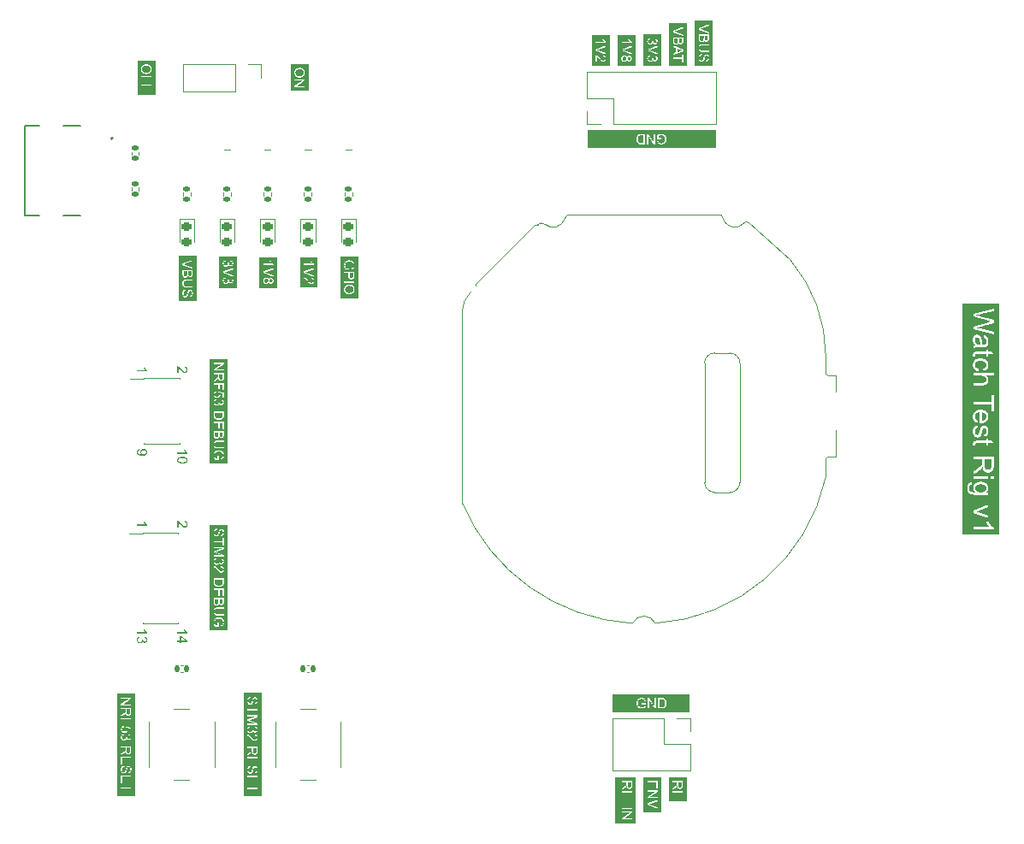
<source format=gbr>
%TF.GenerationSoftware,KiCad,Pcbnew,7.0.1*%
%TF.CreationDate,2023-12-25T16:17:55+00:00*%
%TF.ProjectId,watch_test_rig,77617463-685f-4746-9573-745f7269672e,rev?*%
%TF.SameCoordinates,Original*%
%TF.FileFunction,Legend,Top*%
%TF.FilePolarity,Positive*%
%FSLAX46Y46*%
G04 Gerber Fmt 4.6, Leading zero omitted, Abs format (unit mm)*
G04 Created by KiCad (PCBNEW 7.0.1) date 2023-12-25 16:17:55*
%MOMM*%
%LPD*%
G01*
G04 APERTURE LIST*
G04 Aperture macros list*
%AMRoundRect*
0 Rectangle with rounded corners*
0 $1 Rounding radius*
0 $2 $3 $4 $5 $6 $7 $8 $9 X,Y pos of 4 corners*
0 Add a 4 corners polygon primitive as box body*
4,1,4,$2,$3,$4,$5,$6,$7,$8,$9,$2,$3,0*
0 Add four circle primitives for the rounded corners*
1,1,$1+$1,$2,$3*
1,1,$1+$1,$4,$5*
1,1,$1+$1,$6,$7*
1,1,$1+$1,$8,$9*
0 Add four rect primitives between the rounded corners*
20,1,$1+$1,$2,$3,$4,$5,0*
20,1,$1+$1,$4,$5,$6,$7,0*
20,1,$1+$1,$6,$7,$8,$9,0*
20,1,$1+$1,$8,$9,$2,$3,0*%
G04 Aperture macros list end*
%ADD10C,0.150000*%
%ADD11C,0.100000*%
%ADD12C,0.120000*%
%ADD13C,0.127000*%
%ADD14C,0.200000*%
%ADD15C,0.010000*%
%ADD16O,1.700000X1.700000*%
%ADD17R,1.700000X1.700000*%
%ADD18RoundRect,0.218750X-0.256250X0.218750X-0.256250X-0.218750X0.256250X-0.218750X0.256250X0.218750X0*%
%ADD19C,2.000000*%
%ADD20RoundRect,0.140000X0.140000X0.170000X-0.140000X0.170000X-0.140000X-0.170000X0.140000X-0.170000X0*%
%ADD21RoundRect,0.135000X0.185000X-0.135000X0.185000X0.135000X-0.185000X0.135000X-0.185000X-0.135000X0*%
%ADD22C,3.600000*%
%ADD23C,5.600000*%
%ADD24C,2.500000*%
%ADD25R,0.250000X0.400000*%
%ADD26R,0.700000X0.400000*%
%ADD27R,2.400000X0.740000*%
%ADD28RoundRect,0.135000X-0.185000X0.135000X-0.185000X-0.135000X0.185000X-0.135000X0.185000X0.135000X0*%
%ADD29C,0.600000*%
%ADD30O,2.000000X0.900000*%
%ADD31O,1.700000X0.900000*%
G04 APERTURE END LIST*
D10*
G36*
X125585000Y-116024145D02*
G01*
X125585000Y-115900558D01*
X126376835Y-115900558D01*
X126368729Y-115891932D01*
X126360623Y-115882818D01*
X126352517Y-115873214D01*
X126344412Y-115863120D01*
X126336306Y-115852537D01*
X126328200Y-115841464D01*
X126320094Y-115829902D01*
X126311988Y-115817851D01*
X126306584Y-115809545D01*
X126301181Y-115801021D01*
X126295777Y-115792280D01*
X126290373Y-115783321D01*
X126285083Y-115774312D01*
X126279962Y-115765419D01*
X126275008Y-115756642D01*
X126270223Y-115747982D01*
X126263359Y-115735210D01*
X126256873Y-115722700D01*
X126250765Y-115710452D01*
X126245035Y-115698466D01*
X126239683Y-115686742D01*
X126234708Y-115675279D01*
X126230112Y-115664078D01*
X126225893Y-115653140D01*
X126350945Y-115653140D01*
X126357069Y-115666013D01*
X126363352Y-115678682D01*
X126369793Y-115691147D01*
X126376392Y-115703408D01*
X126383150Y-115715465D01*
X126390066Y-115727317D01*
X126397140Y-115738965D01*
X126404373Y-115750409D01*
X126411764Y-115761649D01*
X126419314Y-115772685D01*
X126427022Y-115783517D01*
X126434888Y-115794144D01*
X126442913Y-115804567D01*
X126451096Y-115814787D01*
X126459438Y-115824801D01*
X126467937Y-115834612D01*
X126476500Y-115844143D01*
X126485031Y-115853320D01*
X126493529Y-115862141D01*
X126501994Y-115870607D01*
X126510427Y-115878719D01*
X126518828Y-115886476D01*
X126527196Y-115893877D01*
X126535532Y-115900924D01*
X126543835Y-115907616D01*
X126552106Y-115913953D01*
X126560344Y-115919935D01*
X126568550Y-115925562D01*
X126580798Y-115933337D01*
X126592974Y-115940314D01*
X126601050Y-115944521D01*
X126601050Y-116024145D01*
X125585000Y-116024145D01*
G37*
G36*
X125849759Y-116337752D02*
G01*
X125866367Y-116461339D01*
X125853618Y-116464112D01*
X125841321Y-116467117D01*
X125829476Y-116470355D01*
X125818084Y-116473826D01*
X125807143Y-116477530D01*
X125796655Y-116481466D01*
X125786619Y-116485636D01*
X125777035Y-116490038D01*
X125767904Y-116494673D01*
X125759225Y-116499540D01*
X125747054Y-116507278D01*
X125735901Y-116515540D01*
X125725765Y-116524326D01*
X125716646Y-116533635D01*
X125708484Y-116543448D01*
X125701125Y-116553651D01*
X125694568Y-116564245D01*
X125688814Y-116575229D01*
X125683863Y-116586604D01*
X125679715Y-116598370D01*
X125676370Y-116610527D01*
X125673828Y-116623074D01*
X125672088Y-116636012D01*
X125671151Y-116649341D01*
X125670973Y-116658443D01*
X125671210Y-116669266D01*
X125671919Y-116679876D01*
X125673102Y-116690271D01*
X125674759Y-116700453D01*
X125676888Y-116710421D01*
X125679491Y-116720176D01*
X125682567Y-116729716D01*
X125686116Y-116739043D01*
X125690138Y-116748157D01*
X125694634Y-116757056D01*
X125699603Y-116765742D01*
X125705045Y-116774214D01*
X125710960Y-116782473D01*
X125717349Y-116790518D01*
X125724210Y-116798349D01*
X125731545Y-116805966D01*
X125739229Y-116813242D01*
X125747139Y-116820048D01*
X125755273Y-116826385D01*
X125763633Y-116832253D01*
X125772217Y-116837651D01*
X125781027Y-116842580D01*
X125790062Y-116847039D01*
X125799323Y-116851029D01*
X125808808Y-116854549D01*
X125818519Y-116857600D01*
X125828454Y-116860182D01*
X125838615Y-116862295D01*
X125849001Y-116863937D01*
X125859612Y-116865111D01*
X125870449Y-116865815D01*
X125881510Y-116866050D01*
X125892048Y-116865832D01*
X125902351Y-116865180D01*
X125912419Y-116864092D01*
X125922253Y-116862569D01*
X125931852Y-116860612D01*
X125945810Y-116856859D01*
X125959241Y-116852128D01*
X125972143Y-116846418D01*
X125984517Y-116839729D01*
X125996363Y-116832061D01*
X126007681Y-116823414D01*
X126018471Y-116813788D01*
X126021950Y-116810362D01*
X126031858Y-116799657D01*
X126040792Y-116788423D01*
X126048751Y-116776662D01*
X126055736Y-116764372D01*
X126061746Y-116751554D01*
X126066781Y-116738209D01*
X126070842Y-116724335D01*
X126073007Y-116714792D01*
X126074740Y-116705015D01*
X126076039Y-116695003D01*
X126076906Y-116684756D01*
X126077339Y-116674275D01*
X126077393Y-116668946D01*
X126077059Y-116657537D01*
X126076057Y-116645294D01*
X126074775Y-116634899D01*
X126073065Y-116623969D01*
X126070928Y-116612505D01*
X126068364Y-116600506D01*
X126065372Y-116587974D01*
X126063715Y-116581507D01*
X126180219Y-116595429D01*
X126179385Y-116605226D01*
X126178998Y-116615212D01*
X126179156Y-116625041D01*
X126179988Y-116639548D01*
X126181532Y-116653772D01*
X126183789Y-116667713D01*
X126186759Y-116681370D01*
X126190441Y-116694743D01*
X126194836Y-116707834D01*
X126199943Y-116720641D01*
X126205764Y-116733164D01*
X126212297Y-116745405D01*
X126219542Y-116757362D01*
X126227531Y-116768667D01*
X126236292Y-116778860D01*
X126245826Y-116787941D01*
X126256133Y-116795910D01*
X126267213Y-116802767D01*
X126279065Y-116808512D01*
X126291690Y-116813146D01*
X126305088Y-116816667D01*
X126319259Y-116819076D01*
X126329136Y-116820065D01*
X126339356Y-116820559D01*
X126344595Y-116820621D01*
X126356941Y-116820215D01*
X126368884Y-116818998D01*
X126380423Y-116816969D01*
X126391558Y-116814129D01*
X126402290Y-116810478D01*
X126412618Y-116806015D01*
X126422543Y-116800740D01*
X126432064Y-116794655D01*
X126441182Y-116787757D01*
X126449896Y-116780049D01*
X126455481Y-116774459D01*
X126463338Y-116765613D01*
X126470422Y-116756295D01*
X126476733Y-116746505D01*
X126482271Y-116736242D01*
X126487037Y-116725508D01*
X126491030Y-116714301D01*
X126494250Y-116702621D01*
X126496697Y-116690470D01*
X126498371Y-116677846D01*
X126499273Y-116664750D01*
X126499445Y-116655757D01*
X126499050Y-116642457D01*
X126497865Y-116629579D01*
X126495890Y-116617121D01*
X126493125Y-116605084D01*
X126489570Y-116593468D01*
X126485225Y-116582272D01*
X126480090Y-116571497D01*
X126474166Y-116561143D01*
X126467451Y-116551210D01*
X126459946Y-116541697D01*
X126454504Y-116535589D01*
X126445683Y-116526870D01*
X126436071Y-116518756D01*
X126425670Y-116511248D01*
X126414479Y-116504345D01*
X126402497Y-116498048D01*
X126389726Y-116492355D01*
X126376165Y-116487268D01*
X126366685Y-116484214D01*
X126356855Y-116481428D01*
X126346673Y-116478911D01*
X126336140Y-116476663D01*
X126325256Y-116474684D01*
X126319682Y-116473796D01*
X126341664Y-116350209D01*
X126356895Y-116353244D01*
X126371690Y-116356731D01*
X126386051Y-116360670D01*
X126399977Y-116365062D01*
X126413467Y-116369906D01*
X126426523Y-116375202D01*
X126439143Y-116380950D01*
X126451329Y-116387151D01*
X126463079Y-116393803D01*
X126474395Y-116400908D01*
X126485275Y-116408466D01*
X126495720Y-116416475D01*
X126505730Y-116424937D01*
X126515305Y-116433851D01*
X126524445Y-116443217D01*
X126533150Y-116453035D01*
X126541372Y-116463233D01*
X126549064Y-116473738D01*
X126556225Y-116484551D01*
X126562856Y-116495671D01*
X126568957Y-116507098D01*
X126574526Y-116518832D01*
X126579566Y-116530873D01*
X126584075Y-116543222D01*
X126588053Y-116555878D01*
X126591501Y-116568841D01*
X126594419Y-116582111D01*
X126596806Y-116595688D01*
X126598663Y-116609573D01*
X126599989Y-116623765D01*
X126600785Y-116638264D01*
X126601050Y-116653070D01*
X126600912Y-116663308D01*
X126600500Y-116673445D01*
X126599813Y-116683481D01*
X126598852Y-116693416D01*
X126597615Y-116703249D01*
X126596104Y-116712982D01*
X126594318Y-116722613D01*
X126591124Y-116736871D01*
X126587311Y-116750901D01*
X126582880Y-116764703D01*
X126577831Y-116778278D01*
X126572164Y-116791625D01*
X126565879Y-116804745D01*
X126559057Y-116817463D01*
X126551779Y-116829606D01*
X126544047Y-116841174D01*
X126535860Y-116852166D01*
X126527217Y-116862583D01*
X126518120Y-116872425D01*
X126508567Y-116881691D01*
X126498559Y-116890382D01*
X126488096Y-116898498D01*
X126477179Y-116906039D01*
X126469647Y-116910746D01*
X126458177Y-116917337D01*
X126446575Y-116923280D01*
X126434839Y-116928574D01*
X126422970Y-116933220D01*
X126410968Y-116937218D01*
X126398833Y-116940568D01*
X126386565Y-116943269D01*
X126374163Y-116945322D01*
X126361629Y-116946726D01*
X126348962Y-116947483D01*
X126340443Y-116947627D01*
X126328362Y-116947320D01*
X126316483Y-116946399D01*
X126304806Y-116944864D01*
X126293330Y-116942715D01*
X126282057Y-116939953D01*
X126270985Y-116936576D01*
X126260115Y-116932585D01*
X126249447Y-116927981D01*
X126238980Y-116922762D01*
X126228716Y-116916930D01*
X126221985Y-116912700D01*
X126212192Y-116905853D01*
X126202782Y-116898409D01*
X126193754Y-116890368D01*
X126185108Y-116881731D01*
X126176844Y-116872497D01*
X126168962Y-116862666D01*
X126161462Y-116852238D01*
X126154345Y-116841213D01*
X126147609Y-116829592D01*
X126141256Y-116817374D01*
X126137233Y-116808897D01*
X126134463Y-116819915D01*
X126131344Y-116830619D01*
X126127876Y-116841011D01*
X126124059Y-116851090D01*
X126119892Y-116860856D01*
X126115377Y-116870309D01*
X126110512Y-116879449D01*
X126105298Y-116888276D01*
X126099735Y-116896790D01*
X126093822Y-116904991D01*
X126087561Y-116912879D01*
X126080950Y-116920455D01*
X126073990Y-116927717D01*
X126066681Y-116934667D01*
X126059022Y-116941303D01*
X126051015Y-116947627D01*
X126042704Y-116953631D01*
X126034135Y-116959247D01*
X126025309Y-116964477D01*
X126016226Y-116969319D01*
X126006884Y-116973773D01*
X125997285Y-116977840D01*
X125987429Y-116981520D01*
X125977315Y-116984813D01*
X125966943Y-116987718D01*
X125956314Y-116990236D01*
X125945427Y-116992366D01*
X125934282Y-116994109D01*
X125922880Y-116995465D01*
X125911220Y-116996433D01*
X125899303Y-116997014D01*
X125887128Y-116997208D01*
X125870677Y-116996832D01*
X125854541Y-116995705D01*
X125838719Y-116993825D01*
X125823213Y-116991194D01*
X125808021Y-116987811D01*
X125793144Y-116983676D01*
X125778582Y-116978789D01*
X125764335Y-116973150D01*
X125750402Y-116966760D01*
X125736785Y-116959618D01*
X125723482Y-116951724D01*
X125710495Y-116943078D01*
X125697822Y-116933680D01*
X125685463Y-116923531D01*
X125673420Y-116912630D01*
X125661692Y-116900976D01*
X125650512Y-116888750D01*
X125640053Y-116876129D01*
X125630316Y-116863112D01*
X125621300Y-116849701D01*
X125613005Y-116835894D01*
X125605432Y-116821693D01*
X125598580Y-116807097D01*
X125592449Y-116792105D01*
X125587039Y-116776719D01*
X125582351Y-116760938D01*
X125578384Y-116744761D01*
X125575138Y-116728190D01*
X125572614Y-116711224D01*
X125570811Y-116693862D01*
X125569729Y-116676106D01*
X125569368Y-116657955D01*
X125569672Y-116641552D01*
X125570585Y-116625501D01*
X125572107Y-116609801D01*
X125574238Y-116594452D01*
X125576977Y-116579454D01*
X125580325Y-116564807D01*
X125584281Y-116550511D01*
X125588846Y-116536566D01*
X125594020Y-116522973D01*
X125599803Y-116509730D01*
X125606194Y-116496839D01*
X125613194Y-116484298D01*
X125620803Y-116472109D01*
X125629020Y-116460271D01*
X125637847Y-116448784D01*
X125647281Y-116437648D01*
X125657231Y-116427011D01*
X125667542Y-116416960D01*
X125678213Y-116407494D01*
X125689245Y-116398615D01*
X125700638Y-116390321D01*
X125712391Y-116382613D01*
X125724505Y-116375491D01*
X125736980Y-116368954D01*
X125749815Y-116363004D01*
X125763011Y-116357639D01*
X125776567Y-116352860D01*
X125790484Y-116348667D01*
X125804762Y-116345060D01*
X125819400Y-116342038D01*
X125834399Y-116339602D01*
X125849759Y-116337752D01*
G37*
G36*
X129585000Y-116024145D02*
G01*
X129585000Y-115900558D01*
X130376835Y-115900558D01*
X130368729Y-115891932D01*
X130360623Y-115882818D01*
X130352517Y-115873214D01*
X130344412Y-115863120D01*
X130336306Y-115852537D01*
X130328200Y-115841464D01*
X130320094Y-115829902D01*
X130311988Y-115817851D01*
X130306584Y-115809545D01*
X130301181Y-115801021D01*
X130295777Y-115792280D01*
X130290373Y-115783321D01*
X130285083Y-115774312D01*
X130279962Y-115765419D01*
X130275008Y-115756642D01*
X130270223Y-115747982D01*
X130263359Y-115735210D01*
X130256873Y-115722700D01*
X130250765Y-115710452D01*
X130245035Y-115698466D01*
X130239683Y-115686742D01*
X130234708Y-115675279D01*
X130230112Y-115664078D01*
X130225893Y-115653140D01*
X130350945Y-115653140D01*
X130357069Y-115666013D01*
X130363352Y-115678682D01*
X130369793Y-115691147D01*
X130376392Y-115703408D01*
X130383150Y-115715465D01*
X130390066Y-115727317D01*
X130397140Y-115738965D01*
X130404373Y-115750409D01*
X130411764Y-115761649D01*
X130419314Y-115772685D01*
X130427022Y-115783517D01*
X130434888Y-115794144D01*
X130442913Y-115804567D01*
X130451096Y-115814787D01*
X130459438Y-115824801D01*
X130467937Y-115834612D01*
X130476500Y-115844143D01*
X130485031Y-115853320D01*
X130493529Y-115862141D01*
X130501994Y-115870607D01*
X130510427Y-115878719D01*
X130518828Y-115886476D01*
X130527196Y-115893877D01*
X130535532Y-115900924D01*
X130543835Y-115907616D01*
X130552106Y-115913953D01*
X130560344Y-115919935D01*
X130568550Y-115925562D01*
X130580798Y-115933337D01*
X130592974Y-115940314D01*
X130601050Y-115944521D01*
X130601050Y-116024145D01*
X129585000Y-116024145D01*
G37*
G36*
X130601050Y-116756140D02*
G01*
X130601050Y-116857013D01*
X129944525Y-116857013D01*
X129944525Y-116993056D01*
X129831196Y-116993056D01*
X129831196Y-116857013D01*
X129585000Y-116857013D01*
X129585000Y-116733426D01*
X129831196Y-116733426D01*
X129831196Y-116418108D01*
X129944525Y-116418108D01*
X129944525Y-116733426D01*
X130401259Y-116733426D01*
X129944525Y-116418108D01*
X129831196Y-116418108D01*
X129831196Y-116296475D01*
X129944525Y-116296475D01*
X130601050Y-116756140D01*
G37*
G36*
X126278812Y-97758727D02*
G01*
X126297315Y-97759786D01*
X126315350Y-97761551D01*
X126332917Y-97764022D01*
X126350017Y-97767199D01*
X126366649Y-97771082D01*
X126382814Y-97775671D01*
X126398511Y-97780966D01*
X126413741Y-97786967D01*
X126428504Y-97793674D01*
X126442799Y-97801087D01*
X126456626Y-97809207D01*
X126469986Y-97818032D01*
X126482878Y-97827563D01*
X126495303Y-97837800D01*
X126507260Y-97848743D01*
X126518618Y-97860218D01*
X126529242Y-97872050D01*
X126539134Y-97884238D01*
X126548293Y-97896783D01*
X126556720Y-97909685D01*
X126564413Y-97922944D01*
X126571374Y-97936559D01*
X126577602Y-97950532D01*
X126583098Y-97964861D01*
X126587861Y-97979547D01*
X126591891Y-97994590D01*
X126595188Y-98009989D01*
X126597752Y-98025746D01*
X126599584Y-98041859D01*
X126600683Y-98058330D01*
X126601050Y-98075157D01*
X126600842Y-98087364D01*
X126600218Y-98099440D01*
X126599178Y-98111384D01*
X126597722Y-98123196D01*
X126595850Y-98134877D01*
X126593562Y-98146426D01*
X126590858Y-98157843D01*
X126587739Y-98169129D01*
X126584203Y-98180283D01*
X126580251Y-98191305D01*
X126575883Y-98202196D01*
X126571099Y-98212955D01*
X126565900Y-98223583D01*
X126560284Y-98234078D01*
X126554252Y-98244443D01*
X126547805Y-98254675D01*
X126541003Y-98264689D01*
X126533849Y-98274398D01*
X126526341Y-98283801D01*
X126518480Y-98292899D01*
X126510267Y-98301692D01*
X126501700Y-98310179D01*
X126492781Y-98318361D01*
X126483508Y-98326238D01*
X126473882Y-98333810D01*
X126463904Y-98341076D01*
X126453572Y-98348037D01*
X126442887Y-98354692D01*
X126431850Y-98361043D01*
X126420459Y-98367088D01*
X126408715Y-98372827D01*
X126396618Y-98378262D01*
X126384002Y-98383379D01*
X126370698Y-98388165D01*
X126356708Y-98392622D01*
X126342030Y-98396748D01*
X126326666Y-98400544D01*
X126310614Y-98404010D01*
X126293876Y-98407146D01*
X126276451Y-98409952D01*
X126258339Y-98412428D01*
X126239540Y-98414574D01*
X126220054Y-98416390D01*
X126210053Y-98417174D01*
X126199881Y-98417875D01*
X126189537Y-98418494D01*
X126179021Y-98419030D01*
X126168333Y-98419484D01*
X126157474Y-98419856D01*
X126146443Y-98420145D01*
X126135240Y-98420351D01*
X126123866Y-98420475D01*
X126112320Y-98420516D01*
X126100307Y-98420475D01*
X126088447Y-98420352D01*
X126076741Y-98420147D01*
X126065189Y-98419859D01*
X126053790Y-98419490D01*
X126042545Y-98419039D01*
X126031453Y-98418506D01*
X126020515Y-98417890D01*
X126009731Y-98417193D01*
X125999100Y-98416413D01*
X125988623Y-98415552D01*
X125978299Y-98414608D01*
X125968129Y-98413583D01*
X125958113Y-98412475D01*
X125948250Y-98411285D01*
X125938541Y-98410013D01*
X125919584Y-98407224D01*
X125901241Y-98404106D01*
X125883512Y-98400660D01*
X125866398Y-98396885D01*
X125849898Y-98392783D01*
X125834013Y-98388352D01*
X125818742Y-98383593D01*
X125804085Y-98378506D01*
X125789950Y-98373125D01*
X125776242Y-98367424D01*
X125762961Y-98361401D01*
X125750108Y-98355059D01*
X125737682Y-98348396D01*
X125725683Y-98341412D01*
X125714112Y-98334107D01*
X125702969Y-98326482D01*
X125692253Y-98318537D01*
X125681964Y-98310271D01*
X125672103Y-98301684D01*
X125662669Y-98292777D01*
X125653662Y-98283549D01*
X125645083Y-98274001D01*
X125636932Y-98264132D01*
X125629207Y-98253942D01*
X125621961Y-98243482D01*
X125615183Y-98232800D01*
X125608871Y-98221897D01*
X125603028Y-98210772D01*
X125597651Y-98199427D01*
X125592743Y-98187859D01*
X125588302Y-98176071D01*
X125584328Y-98164061D01*
X125580822Y-98151830D01*
X125577783Y-98139377D01*
X125575212Y-98126703D01*
X125573108Y-98113808D01*
X125571472Y-98100691D01*
X125570303Y-98087353D01*
X125569602Y-98073794D01*
X125569368Y-98060013D01*
X125569628Y-98045406D01*
X125570410Y-98031136D01*
X125571712Y-98017203D01*
X125573535Y-98003609D01*
X125575880Y-97990352D01*
X125578745Y-97977433D01*
X125582131Y-97964851D01*
X125586038Y-97952608D01*
X125590465Y-97940702D01*
X125595414Y-97929134D01*
X125600884Y-97917903D01*
X125606875Y-97907011D01*
X125613386Y-97896456D01*
X125620419Y-97886238D01*
X125627972Y-97876359D01*
X125636046Y-97866817D01*
X125644622Y-97857708D01*
X125653620Y-97849064D01*
X125663040Y-97840886D01*
X125672881Y-97833173D01*
X125683144Y-97825926D01*
X125693829Y-97819144D01*
X125704935Y-97812828D01*
X125716463Y-97806978D01*
X125728413Y-97801593D01*
X125740784Y-97796674D01*
X125753578Y-97792220D01*
X125766793Y-97788232D01*
X125780429Y-97784710D01*
X125794487Y-97781653D01*
X125808967Y-97779062D01*
X125823869Y-97776936D01*
X125835104Y-97895882D01*
X125824511Y-97897852D01*
X125814286Y-97900038D01*
X125804430Y-97902440D01*
X125794941Y-97905057D01*
X125781400Y-97909386D01*
X125768686Y-97914201D01*
X125756802Y-97919502D01*
X125745746Y-97925287D01*
X125735518Y-97931557D01*
X125726119Y-97938313D01*
X125717549Y-97945553D01*
X125709808Y-97953279D01*
X125702867Y-97961504D01*
X125696610Y-97970149D01*
X125691035Y-97979215D01*
X125686143Y-97988702D01*
X125681933Y-97998610D01*
X125678406Y-98008938D01*
X125675562Y-98019687D01*
X125673400Y-98030857D01*
X125671921Y-98042448D01*
X125671125Y-98054459D01*
X125670973Y-98062700D01*
X125671198Y-98073248D01*
X125671875Y-98083551D01*
X125673002Y-98093610D01*
X125674579Y-98103424D01*
X125676608Y-98112993D01*
X125680014Y-98125371D01*
X125684221Y-98137314D01*
X125689230Y-98148822D01*
X125695041Y-98159895D01*
X125696618Y-98162595D01*
X125703297Y-98173098D01*
X125710510Y-98183112D01*
X125718257Y-98192637D01*
X125726538Y-98201674D01*
X125735354Y-98210223D01*
X125744704Y-98218283D01*
X125754588Y-98225854D01*
X125765006Y-98232937D01*
X125776223Y-98239696D01*
X125785251Y-98244580D01*
X125794807Y-98249305D01*
X125804891Y-98253870D01*
X125815504Y-98258278D01*
X125826644Y-98262526D01*
X125838313Y-98266615D01*
X125850509Y-98270546D01*
X125863234Y-98274317D01*
X125876487Y-98277930D01*
X125881022Y-98279099D01*
X125894736Y-98282417D01*
X125908493Y-98285408D01*
X125922294Y-98288072D01*
X125936137Y-98290411D01*
X125950023Y-98292423D01*
X125963952Y-98294109D01*
X125977924Y-98295468D01*
X125991939Y-98296502D01*
X126005996Y-98297209D01*
X126020097Y-98297589D01*
X126029521Y-98297662D01*
X126039780Y-98297479D01*
X126050038Y-98297101D01*
X126053946Y-98296929D01*
X126043689Y-98289730D01*
X126033801Y-98282054D01*
X126024283Y-98273902D01*
X126015134Y-98265273D01*
X126006354Y-98256167D01*
X125997944Y-98246585D01*
X125989902Y-98236527D01*
X125982230Y-98225992D01*
X125974927Y-98214980D01*
X125967993Y-98203492D01*
X125963576Y-98195568D01*
X125957378Y-98183432D01*
X125951789Y-98171111D01*
X125946810Y-98158605D01*
X125942441Y-98145914D01*
X125938682Y-98133039D01*
X125935532Y-98119980D01*
X125932992Y-98106736D01*
X125931061Y-98093307D01*
X125930414Y-98086636D01*
X126030498Y-98086636D01*
X126030739Y-98097262D01*
X126031460Y-98107648D01*
X126032662Y-98117794D01*
X126034345Y-98127699D01*
X126036509Y-98137364D01*
X126039154Y-98146788D01*
X126044022Y-98160474D01*
X126049973Y-98173619D01*
X126057005Y-98186223D01*
X126065120Y-98198285D01*
X126071131Y-98206027D01*
X126077622Y-98213528D01*
X126084594Y-98220788D01*
X126092048Y-98227808D01*
X126099926Y-98234522D01*
X126108175Y-98240803D01*
X126116794Y-98246650D01*
X126125784Y-98252065D01*
X126135143Y-98257046D01*
X126144873Y-98261594D01*
X126154973Y-98265709D01*
X126165443Y-98269391D01*
X126176283Y-98272639D01*
X126187493Y-98275455D01*
X126199074Y-98277837D01*
X126211024Y-98279786D01*
X126223345Y-98281302D01*
X126236036Y-98282385D01*
X126249098Y-98283035D01*
X126262529Y-98283251D01*
X126275970Y-98283030D01*
X126289060Y-98282366D01*
X126301799Y-98281259D01*
X126314187Y-98279710D01*
X126326223Y-98277718D01*
X126337909Y-98275283D01*
X126349243Y-98272406D01*
X126360226Y-98269085D01*
X126370858Y-98265322D01*
X126381140Y-98261117D01*
X126391070Y-98256469D01*
X126400648Y-98251378D01*
X126409876Y-98245844D01*
X126418753Y-98239868D01*
X126427279Y-98233449D01*
X126435453Y-98226587D01*
X126443202Y-98219414D01*
X126450451Y-98212062D01*
X126457200Y-98204531D01*
X126463449Y-98196820D01*
X126471886Y-98184917D01*
X126479197Y-98172611D01*
X126485384Y-98159902D01*
X126490446Y-98146788D01*
X126494383Y-98133272D01*
X126497195Y-98119351D01*
X126498882Y-98105027D01*
X126499382Y-98095254D01*
X126499445Y-98090300D01*
X126499176Y-98080063D01*
X126498369Y-98069993D01*
X126497023Y-98060089D01*
X126495140Y-98050351D01*
X126492719Y-98040778D01*
X126489759Y-98031372D01*
X126486261Y-98022132D01*
X126482226Y-98013058D01*
X126477652Y-98004150D01*
X126472540Y-97995407D01*
X126466890Y-97986831D01*
X126460702Y-97978421D01*
X126453975Y-97970177D01*
X126446711Y-97962099D01*
X126438909Y-97954187D01*
X126430568Y-97946441D01*
X126421799Y-97939046D01*
X126412712Y-97932129D01*
X126403306Y-97925689D01*
X126393581Y-97919726D01*
X126383537Y-97914241D01*
X126373175Y-97909232D01*
X126362494Y-97904700D01*
X126351495Y-97900645D01*
X126340176Y-97897067D01*
X126328540Y-97893966D01*
X126316584Y-97891343D01*
X126304310Y-97889196D01*
X126291717Y-97887526D01*
X126278806Y-97886334D01*
X126265576Y-97885618D01*
X126252027Y-97885380D01*
X126239867Y-97885607D01*
X126227996Y-97886288D01*
X126216412Y-97887423D01*
X126205117Y-97889013D01*
X126194110Y-97891057D01*
X126183391Y-97893554D01*
X126172960Y-97896506D01*
X126162817Y-97899912D01*
X126152962Y-97903772D01*
X126143396Y-97908087D01*
X126134118Y-97912855D01*
X126125127Y-97918078D01*
X126116425Y-97923755D01*
X126108011Y-97929885D01*
X126099885Y-97936470D01*
X126092048Y-97943510D01*
X126084594Y-97950881D01*
X126077622Y-97958462D01*
X126071131Y-97966253D01*
X126065120Y-97974254D01*
X126059590Y-97982464D01*
X126054541Y-97990885D01*
X126047869Y-98003910D01*
X126042279Y-98017406D01*
X126039154Y-98026667D01*
X126036509Y-98036137D01*
X126034345Y-98045817D01*
X126032662Y-98055707D01*
X126031460Y-98065807D01*
X126030739Y-98076116D01*
X126030498Y-98086636D01*
X125930414Y-98086636D01*
X125929740Y-98079693D01*
X125929029Y-98065895D01*
X125928893Y-98056594D01*
X125929248Y-98041112D01*
X125930313Y-98025930D01*
X125932088Y-98011048D01*
X125934572Y-97996465D01*
X125937766Y-97982181D01*
X125941670Y-97968197D01*
X125946284Y-97954513D01*
X125951608Y-97941128D01*
X125957642Y-97928043D01*
X125964385Y-97915258D01*
X125971838Y-97902772D01*
X125980001Y-97890585D01*
X125988874Y-97878698D01*
X125998457Y-97867111D01*
X126008749Y-97855824D01*
X126019752Y-97844836D01*
X126031366Y-97834366D01*
X126043432Y-97824571D01*
X126055950Y-97815452D01*
X126068921Y-97807008D01*
X126082344Y-97799240D01*
X126096219Y-97792148D01*
X126110546Y-97785731D01*
X126125326Y-97779989D01*
X126140558Y-97774923D01*
X126156242Y-97770532D01*
X126172378Y-97766817D01*
X126188966Y-97763777D01*
X126206007Y-97761413D01*
X126223500Y-97759725D01*
X126241445Y-97758711D01*
X126259842Y-97758374D01*
X126278812Y-97758727D01*
G37*
G36*
X129585000Y-98224145D02*
G01*
X129585000Y-98100558D01*
X130376835Y-98100558D01*
X130368729Y-98091932D01*
X130360623Y-98082818D01*
X130352517Y-98073214D01*
X130344412Y-98063120D01*
X130336306Y-98052537D01*
X130328200Y-98041464D01*
X130320094Y-98029902D01*
X130311988Y-98017851D01*
X130306584Y-98009545D01*
X130301181Y-98001021D01*
X130295777Y-97992280D01*
X130290373Y-97983321D01*
X130285083Y-97974312D01*
X130279962Y-97965419D01*
X130275008Y-97956642D01*
X130270223Y-97947982D01*
X130263359Y-97935210D01*
X130256873Y-97922700D01*
X130250765Y-97910452D01*
X130245035Y-97898466D01*
X130239683Y-97886742D01*
X130234708Y-97875279D01*
X130230112Y-97864078D01*
X130225893Y-97853140D01*
X130350945Y-97853140D01*
X130357069Y-97866013D01*
X130363352Y-97878682D01*
X130369793Y-97891147D01*
X130376392Y-97903408D01*
X130383150Y-97915465D01*
X130390066Y-97927317D01*
X130397140Y-97938965D01*
X130404373Y-97950409D01*
X130411764Y-97961649D01*
X130419314Y-97972685D01*
X130427022Y-97983517D01*
X130434888Y-97994144D01*
X130442913Y-98004567D01*
X130451096Y-98014787D01*
X130459438Y-98024801D01*
X130467937Y-98034612D01*
X130476500Y-98044143D01*
X130485031Y-98053320D01*
X130493529Y-98062141D01*
X130501994Y-98070607D01*
X130510427Y-98078719D01*
X130518828Y-98086476D01*
X130527196Y-98093877D01*
X130535532Y-98100924D01*
X130543835Y-98107616D01*
X130552106Y-98113953D01*
X130560344Y-98119935D01*
X130568550Y-98125562D01*
X130580798Y-98133337D01*
X130592974Y-98140314D01*
X130601050Y-98144521D01*
X130601050Y-98224145D01*
X129585000Y-98224145D01*
G37*
G36*
X130096086Y-98537056D02*
G01*
X130107070Y-98537163D01*
X130117919Y-98537342D01*
X130128631Y-98537592D01*
X130139206Y-98537914D01*
X130149645Y-98538308D01*
X130159948Y-98538773D01*
X130170114Y-98539310D01*
X130180143Y-98539918D01*
X130190037Y-98540598D01*
X130199794Y-98541349D01*
X130218898Y-98543066D01*
X130237457Y-98545070D01*
X130255469Y-98547360D01*
X130272937Y-98549936D01*
X130289858Y-98552798D01*
X130306234Y-98555946D01*
X130322064Y-98559381D01*
X130337348Y-98563102D01*
X130352087Y-98567109D01*
X130366279Y-98571402D01*
X130373171Y-98573656D01*
X130386652Y-98578405D01*
X130399740Y-98583430D01*
X130412435Y-98588731D01*
X130424737Y-98594310D01*
X130436646Y-98600165D01*
X130448161Y-98606297D01*
X130459284Y-98612705D01*
X130470013Y-98619391D01*
X130480350Y-98626353D01*
X130490293Y-98633591D01*
X130499844Y-98641106D01*
X130509001Y-98648898D01*
X130517765Y-98656967D01*
X130526136Y-98665312D01*
X130534114Y-98673934D01*
X130541699Y-98682833D01*
X130548886Y-98692046D01*
X130555609Y-98701552D01*
X130561869Y-98711349D01*
X130567665Y-98721438D01*
X130572997Y-98731820D01*
X130577866Y-98742493D01*
X130582271Y-98753458D01*
X130586212Y-98764715D01*
X130589690Y-98776264D01*
X130592704Y-98788105D01*
X130595254Y-98800238D01*
X130597340Y-98812663D01*
X130598963Y-98825380D01*
X130600122Y-98838389D01*
X130600818Y-98851689D01*
X130601050Y-98865282D01*
X130600922Y-98875340D01*
X130600538Y-98885241D01*
X130599484Y-98899800D01*
X130597854Y-98914007D01*
X130595648Y-98927861D01*
X130592868Y-98941364D01*
X130589512Y-98954514D01*
X130585580Y-98967313D01*
X130581074Y-98979759D01*
X130575992Y-98991853D01*
X130570335Y-99003596D01*
X130568321Y-99007431D01*
X130561929Y-99018737D01*
X130555026Y-99029665D01*
X130547612Y-99040215D01*
X130539688Y-99050388D01*
X130531252Y-99060182D01*
X130522305Y-99069599D01*
X130512848Y-99078638D01*
X130502879Y-99087299D01*
X130492400Y-99095582D01*
X130481410Y-99103488D01*
X130473799Y-99108548D01*
X130462020Y-99115862D01*
X130449765Y-99122876D01*
X130437033Y-99129590D01*
X130423825Y-99136002D01*
X130414754Y-99140111D01*
X130405472Y-99144085D01*
X130395978Y-99147926D01*
X130386273Y-99151634D01*
X130376355Y-99155208D01*
X130366226Y-99158648D01*
X130355884Y-99161955D01*
X130345331Y-99165128D01*
X130334566Y-99168168D01*
X130323590Y-99171074D01*
X130312297Y-99173825D01*
X130300520Y-99176398D01*
X130288261Y-99178794D01*
X130275520Y-99181012D01*
X130262295Y-99183053D01*
X130248588Y-99184916D01*
X130234398Y-99186602D01*
X130219726Y-99188110D01*
X130204570Y-99189441D01*
X130188932Y-99190595D01*
X130172811Y-99191571D01*
X130156207Y-99192369D01*
X130139121Y-99192990D01*
X130121551Y-99193434D01*
X130103499Y-99193700D01*
X130084965Y-99193789D01*
X130073918Y-99193753D01*
X130063006Y-99193647D01*
X130052227Y-99193469D01*
X130041581Y-99193220D01*
X130031069Y-99192900D01*
X130020691Y-99192509D01*
X130010446Y-99192047D01*
X130000334Y-99191514D01*
X129990357Y-99190910D01*
X129980513Y-99190235D01*
X129961225Y-99188671D01*
X129942472Y-99186823D01*
X129924253Y-99184691D01*
X129906568Y-99182274D01*
X129889418Y-99179573D01*
X129872802Y-99176588D01*
X129856720Y-99173318D01*
X129841172Y-99169764D01*
X129826159Y-99165926D01*
X129811680Y-99161803D01*
X129797735Y-99157397D01*
X129784282Y-99152706D01*
X129771216Y-99147734D01*
X129758537Y-99142479D01*
X129746246Y-99136941D01*
X129734342Y-99131121D01*
X129722825Y-99125019D01*
X129711696Y-99118634D01*
X129700954Y-99111967D01*
X129690599Y-99105018D01*
X129680632Y-99097786D01*
X129671052Y-99090272D01*
X129661860Y-99082475D01*
X129653055Y-99074396D01*
X129644637Y-99066034D01*
X129636606Y-99057391D01*
X129628963Y-99048464D01*
X129621747Y-99039248D01*
X129614996Y-99029734D01*
X129608710Y-99019922D01*
X129602890Y-99009813D01*
X129597536Y-98999406D01*
X129592647Y-98988701D01*
X129588224Y-98977699D01*
X129584267Y-98966399D01*
X129580775Y-98954801D01*
X129577749Y-98942906D01*
X129575188Y-98930712D01*
X129573093Y-98918222D01*
X129571463Y-98905433D01*
X129570299Y-98892347D01*
X129569601Y-98878964D01*
X129569368Y-98865282D01*
X129670973Y-98865282D01*
X129671296Y-98875831D01*
X129672267Y-98886169D01*
X129673884Y-98896294D01*
X129676148Y-98906208D01*
X129679059Y-98915910D01*
X129682616Y-98925400D01*
X129686821Y-98934679D01*
X129691673Y-98943745D01*
X129697171Y-98952600D01*
X129703316Y-98961243D01*
X129710108Y-98969674D01*
X129717547Y-98977893D01*
X129725633Y-98985901D01*
X129734365Y-98993697D01*
X129743745Y-99001281D01*
X129753771Y-99008653D01*
X129764769Y-99015692D01*
X129777062Y-99022277D01*
X129790651Y-99028408D01*
X129805536Y-99034084D01*
X129821716Y-99039307D01*
X129839191Y-99044076D01*
X129857963Y-99048390D01*
X129867834Y-99050377D01*
X129878030Y-99052250D01*
X129888549Y-99054010D01*
X129899393Y-99055656D01*
X129910560Y-99057189D01*
X129922051Y-99058608D01*
X129933866Y-99059914D01*
X129946005Y-99061106D01*
X129958468Y-99062184D01*
X129971254Y-99063149D01*
X129984365Y-99064001D01*
X129997799Y-99064739D01*
X130011558Y-99065363D01*
X130025640Y-99065874D01*
X130040047Y-99066272D01*
X130054777Y-99066555D01*
X130069831Y-99066726D01*
X130085209Y-99066782D01*
X130100661Y-99066726D01*
X130115786Y-99066555D01*
X130130583Y-99066272D01*
X130145052Y-99065874D01*
X130159194Y-99065363D01*
X130173007Y-99064739D01*
X130186494Y-99064001D01*
X130199652Y-99063149D01*
X130212483Y-99062184D01*
X130224985Y-99061106D01*
X130237161Y-99059914D01*
X130249008Y-99058608D01*
X130260528Y-99057189D01*
X130271720Y-99055656D01*
X130282584Y-99054010D01*
X130293121Y-99052250D01*
X130303329Y-99050377D01*
X130313211Y-99048390D01*
X130322764Y-99046289D01*
X130340887Y-99041748D01*
X130357700Y-99036753D01*
X130373202Y-99031303D01*
X130387393Y-99025399D01*
X130400273Y-99019041D01*
X130411842Y-99012229D01*
X130417135Y-99008653D01*
X130427102Y-99001276D01*
X130436426Y-98993678D01*
X130445107Y-98985858D01*
X130453145Y-98977817D01*
X130460540Y-98969555D01*
X130467292Y-98961071D01*
X130473401Y-98952366D01*
X130478867Y-98943440D01*
X130483690Y-98934292D01*
X130487870Y-98924923D01*
X130491407Y-98915333D01*
X130494300Y-98905521D01*
X130496551Y-98895488D01*
X130498159Y-98885234D01*
X130499123Y-98874758D01*
X130499445Y-98864061D01*
X130499161Y-98853540D01*
X130498311Y-98843289D01*
X130496894Y-98833306D01*
X130494911Y-98823593D01*
X130492361Y-98814149D01*
X130487473Y-98800486D01*
X130481310Y-98787430D01*
X130473871Y-98774978D01*
X130468204Y-98767014D01*
X130461970Y-98759318D01*
X130455170Y-98751892D01*
X130447802Y-98744734D01*
X130439868Y-98737846D01*
X130431368Y-98731226D01*
X130426905Y-98728018D01*
X130414722Y-98720269D01*
X130401316Y-98713020D01*
X130386688Y-98706270D01*
X130370836Y-98700021D01*
X130353761Y-98694272D01*
X130335462Y-98689023D01*
X130325855Y-98686586D01*
X130315941Y-98684273D01*
X130305722Y-98682086D01*
X130295197Y-98680024D01*
X130284366Y-98678087D01*
X130273229Y-98676274D01*
X130261787Y-98674587D01*
X130250038Y-98673025D01*
X130237984Y-98671588D01*
X130225625Y-98670275D01*
X130212959Y-98669088D01*
X130199988Y-98668025D01*
X130186711Y-98667088D01*
X130173128Y-98666276D01*
X130159239Y-98665588D01*
X130145045Y-98665026D01*
X130130544Y-98664588D01*
X130115738Y-98664276D01*
X130100626Y-98664089D01*
X130085209Y-98664026D01*
X130069801Y-98664083D01*
X130054719Y-98664253D01*
X130039961Y-98664537D01*
X130025530Y-98664934D01*
X130011423Y-98665445D01*
X129997642Y-98666070D01*
X129984186Y-98666808D01*
X129971056Y-98667659D01*
X129958251Y-98668624D01*
X129945771Y-98669703D01*
X129933617Y-98670895D01*
X129921787Y-98672201D01*
X129910284Y-98673620D01*
X129899105Y-98675152D01*
X129888252Y-98676799D01*
X129877725Y-98678558D01*
X129867522Y-98680432D01*
X129857645Y-98682419D01*
X129848093Y-98684519D01*
X129829966Y-98689060D01*
X129813140Y-98694056D01*
X129797615Y-98699506D01*
X129783392Y-98705409D01*
X129770470Y-98711767D01*
X129758849Y-98718579D01*
X129753527Y-98722156D01*
X129743530Y-98729527D01*
X129734178Y-98737108D01*
X129725472Y-98744899D01*
X129717410Y-98752900D01*
X129709993Y-98761111D01*
X129703221Y-98769531D01*
X129697094Y-98778162D01*
X129691612Y-98787002D01*
X129686774Y-98796053D01*
X129682582Y-98805313D01*
X129679035Y-98814783D01*
X129676133Y-98824463D01*
X129673875Y-98834353D01*
X129672263Y-98844453D01*
X129671295Y-98854763D01*
X129670973Y-98865282D01*
X129569368Y-98865282D01*
X129569777Y-98847330D01*
X129571005Y-98829867D01*
X129573052Y-98812892D01*
X129575917Y-98796406D01*
X129579600Y-98780408D01*
X129584103Y-98764898D01*
X129589424Y-98749877D01*
X129595563Y-98735345D01*
X129602521Y-98721301D01*
X129610298Y-98707745D01*
X129618893Y-98694678D01*
X129628307Y-98682100D01*
X129638539Y-98670010D01*
X129649590Y-98658408D01*
X129661460Y-98647295D01*
X129674148Y-98636671D01*
X129682180Y-98630540D01*
X129690522Y-98624604D01*
X129699174Y-98618862D01*
X129708136Y-98613315D01*
X129717408Y-98607963D01*
X129726990Y-98602805D01*
X129736883Y-98597842D01*
X129747085Y-98593073D01*
X129757598Y-98588500D01*
X129768420Y-98584120D01*
X129779553Y-98579936D01*
X129790995Y-98575946D01*
X129802748Y-98572151D01*
X129814811Y-98568550D01*
X129827184Y-98565144D01*
X129839867Y-98561933D01*
X129852860Y-98558916D01*
X129866163Y-98556094D01*
X129879776Y-98553466D01*
X129893700Y-98551033D01*
X129907933Y-98548795D01*
X129922476Y-98546751D01*
X129937330Y-98544902D01*
X129952493Y-98543248D01*
X129967967Y-98541788D01*
X129983751Y-98540523D01*
X129999845Y-98539453D01*
X130016248Y-98538577D01*
X130032962Y-98537896D01*
X130049986Y-98537409D01*
X130067320Y-98537117D01*
X130084965Y-98537020D01*
X130096086Y-98537056D01*
G37*
G36*
X125585000Y-105345499D02*
G01*
X125585000Y-105221912D01*
X126376835Y-105221912D01*
X126368729Y-105213286D01*
X126360623Y-105204172D01*
X126352517Y-105194568D01*
X126344412Y-105184474D01*
X126336306Y-105173891D01*
X126328200Y-105162818D01*
X126320094Y-105151256D01*
X126311988Y-105139205D01*
X126306584Y-105130899D01*
X126301181Y-105122375D01*
X126295777Y-105113634D01*
X126290373Y-105104675D01*
X126285083Y-105095666D01*
X126279962Y-105086773D01*
X126275008Y-105077996D01*
X126270223Y-105069336D01*
X126263359Y-105056564D01*
X126256873Y-105044054D01*
X126250765Y-105031806D01*
X126245035Y-105019820D01*
X126239683Y-105008096D01*
X126234708Y-104996633D01*
X126230112Y-104985432D01*
X126225893Y-104974494D01*
X126350945Y-104974494D01*
X126357069Y-104987367D01*
X126363352Y-105000036D01*
X126369793Y-105012501D01*
X126376392Y-105024762D01*
X126383150Y-105036819D01*
X126390066Y-105048671D01*
X126397140Y-105060319D01*
X126404373Y-105071763D01*
X126411764Y-105083003D01*
X126419314Y-105094039D01*
X126427022Y-105104871D01*
X126434888Y-105115498D01*
X126442913Y-105125921D01*
X126451096Y-105136141D01*
X126459438Y-105146155D01*
X126467937Y-105155966D01*
X126476500Y-105165497D01*
X126485031Y-105174674D01*
X126493529Y-105183495D01*
X126501994Y-105191961D01*
X126510427Y-105200073D01*
X126518828Y-105207830D01*
X126527196Y-105215231D01*
X126535532Y-105222278D01*
X126543835Y-105228970D01*
X126552106Y-105235307D01*
X126560344Y-105241289D01*
X126568550Y-105246916D01*
X126580798Y-105254691D01*
X126592974Y-105261668D01*
X126601050Y-105265875D01*
X126601050Y-105345499D01*
X125585000Y-105345499D01*
G37*
G36*
X129702236Y-105529658D02*
G01*
X129585000Y-105529658D01*
X129585000Y-104863852D01*
X129596120Y-104863810D01*
X129607134Y-104864294D01*
X129618041Y-104865306D01*
X129628841Y-104866844D01*
X129639534Y-104868908D01*
X129650121Y-104871500D01*
X129660600Y-104874618D01*
X129670973Y-104878262D01*
X129683731Y-104883337D01*
X129696450Y-104888944D01*
X129709130Y-104895083D01*
X129721772Y-104901755D01*
X129734375Y-104908959D01*
X129742755Y-104914058D01*
X129751119Y-104919393D01*
X129759465Y-104924965D01*
X129767794Y-104930773D01*
X129776106Y-104936818D01*
X129784401Y-104943100D01*
X129792678Y-104949618D01*
X129800939Y-104956373D01*
X129805062Y-104959839D01*
X129813416Y-104967025D01*
X129821930Y-104974601D01*
X129830605Y-104982565D01*
X129839439Y-104990919D01*
X129848434Y-104999662D01*
X129857590Y-105008795D01*
X129866905Y-105018316D01*
X129876381Y-105028227D01*
X129886017Y-105038527D01*
X129895814Y-105049217D01*
X129905771Y-105060296D01*
X129915887Y-105071763D01*
X129926165Y-105083621D01*
X129936602Y-105095867D01*
X129947200Y-105108503D01*
X129957958Y-105121528D01*
X129966391Y-105131682D01*
X129974713Y-105141628D01*
X129982925Y-105151367D01*
X129991027Y-105160897D01*
X129999018Y-105170219D01*
X130006899Y-105179333D01*
X130014671Y-105188240D01*
X130022332Y-105196938D01*
X130029882Y-105205428D01*
X130037323Y-105213711D01*
X130044653Y-105221785D01*
X130051874Y-105229651D01*
X130058984Y-105237310D01*
X130065983Y-105244760D01*
X130072873Y-105252002D01*
X130086322Y-105265863D01*
X130099329Y-105278892D01*
X130111896Y-105291089D01*
X130124023Y-105302454D01*
X130135708Y-105312987D01*
X130146953Y-105322688D01*
X130157757Y-105331557D01*
X130168120Y-105339594D01*
X130173136Y-105343300D01*
X130183025Y-105350310D01*
X130192847Y-105356867D01*
X130202603Y-105362973D01*
X130212291Y-105368625D01*
X130221913Y-105373826D01*
X130231468Y-105378574D01*
X130240957Y-105382871D01*
X130250378Y-105386715D01*
X130259733Y-105390106D01*
X130273640Y-105394346D01*
X130287396Y-105397568D01*
X130301002Y-105399773D01*
X130314458Y-105400960D01*
X130323346Y-105401186D01*
X130337061Y-105400722D01*
X130350365Y-105399331D01*
X130363256Y-105397013D01*
X130375736Y-105393767D01*
X130387803Y-105389594D01*
X130399458Y-105384494D01*
X130410701Y-105378466D01*
X130421531Y-105371511D01*
X130431950Y-105363628D01*
X130441956Y-105354818D01*
X130448398Y-105348430D01*
X130457521Y-105338304D01*
X130465746Y-105327621D01*
X130473074Y-105316380D01*
X130479505Y-105304580D01*
X130485038Y-105292223D01*
X130489674Y-105279307D01*
X130493413Y-105265833D01*
X130496254Y-105251801D01*
X130498198Y-105237211D01*
X130498996Y-105227174D01*
X130499395Y-105216889D01*
X130499445Y-105211654D01*
X130499226Y-105200619D01*
X130498571Y-105189863D01*
X130497478Y-105179385D01*
X130495949Y-105169186D01*
X130493983Y-105159265D01*
X130491579Y-105149624D01*
X130488739Y-105140260D01*
X130483659Y-105126738D01*
X130477596Y-105113842D01*
X130470550Y-105101573D01*
X130462521Y-105089931D01*
X130453509Y-105078916D01*
X130443513Y-105068527D01*
X130432646Y-105058962D01*
X130421019Y-105050324D01*
X130408632Y-105042613D01*
X130399952Y-105037987D01*
X130390934Y-105033774D01*
X130381578Y-105029973D01*
X130371885Y-105026584D01*
X130361854Y-105023608D01*
X130351485Y-105021043D01*
X130340778Y-105018891D01*
X130329734Y-105017150D01*
X130318352Y-105015822D01*
X130306632Y-105014906D01*
X130294574Y-105014403D01*
X130288419Y-105014305D01*
X130301852Y-104887299D01*
X130319837Y-104889200D01*
X130337279Y-104891665D01*
X130354177Y-104894695D01*
X130370530Y-104898290D01*
X130386340Y-104902450D01*
X130401606Y-104907174D01*
X130416329Y-104912464D01*
X130430507Y-104918318D01*
X130444142Y-104924737D01*
X130457233Y-104931721D01*
X130469780Y-104939269D01*
X130481783Y-104947383D01*
X130493242Y-104956061D01*
X130504158Y-104965304D01*
X130514530Y-104975112D01*
X130524357Y-104985485D01*
X130533644Y-104996368D01*
X130542332Y-105007707D01*
X130550421Y-105019502D01*
X130557910Y-105031753D01*
X130564801Y-105044461D01*
X130571092Y-105057624D01*
X130576784Y-105071244D01*
X130581877Y-105085319D01*
X130586370Y-105099850D01*
X130590265Y-105114838D01*
X130593560Y-105130282D01*
X130596256Y-105146181D01*
X130598354Y-105162537D01*
X130599851Y-105179349D01*
X130600750Y-105196616D01*
X130601050Y-105214340D01*
X130600734Y-105232209D01*
X130599787Y-105249607D01*
X130598208Y-105266533D01*
X130595997Y-105282988D01*
X130593155Y-105298971D01*
X130589681Y-105314484D01*
X130585576Y-105329525D01*
X130580839Y-105344094D01*
X130575470Y-105358193D01*
X130569470Y-105371820D01*
X130562838Y-105384975D01*
X130555575Y-105397660D01*
X130547680Y-105409873D01*
X130539153Y-105421615D01*
X130529995Y-105432885D01*
X130520205Y-105443684D01*
X130509949Y-105453918D01*
X130499391Y-105463491D01*
X130488532Y-105472404D01*
X130477371Y-105480657D01*
X130465909Y-105488249D01*
X130454145Y-105495181D01*
X130442080Y-105501453D01*
X130429713Y-105507065D01*
X130417045Y-105512017D01*
X130404076Y-105516308D01*
X130390804Y-105519940D01*
X130377232Y-105522911D01*
X130363358Y-105525221D01*
X130349182Y-105526872D01*
X130334705Y-105527862D01*
X130319926Y-105528192D01*
X130308540Y-105527975D01*
X130297189Y-105527325D01*
X130285872Y-105526241D01*
X130274589Y-105524723D01*
X130263340Y-105522772D01*
X130252126Y-105520387D01*
X130240946Y-105517568D01*
X130229801Y-105514316D01*
X130218689Y-105510630D01*
X130207613Y-105506511D01*
X130200247Y-105503524D01*
X130189200Y-105498611D01*
X130178042Y-105493122D01*
X130166772Y-105487059D01*
X130155391Y-105480420D01*
X130143897Y-105473206D01*
X130132292Y-105465416D01*
X130120576Y-105457051D01*
X130112703Y-105451155D01*
X130104780Y-105445003D01*
X130096808Y-105438596D01*
X130088786Y-105431932D01*
X130080715Y-105425014D01*
X130076660Y-105421458D01*
X130068350Y-105413987D01*
X130059663Y-105405922D01*
X130050597Y-105397264D01*
X130041154Y-105388012D01*
X130031332Y-105378167D01*
X130021133Y-105367729D01*
X130010556Y-105356697D01*
X129999602Y-105345071D01*
X129988269Y-105332852D01*
X129976559Y-105320040D01*
X129964471Y-105306634D01*
X129952005Y-105292635D01*
X129939161Y-105278043D01*
X129932598Y-105270524D01*
X129925940Y-105262857D01*
X129919187Y-105255041D01*
X129912340Y-105247077D01*
X129905399Y-105238965D01*
X129898363Y-105230705D01*
X129886785Y-105217123D01*
X129875683Y-105204162D01*
X129865055Y-105191821D01*
X129854903Y-105180100D01*
X129845226Y-105169000D01*
X129836024Y-105158519D01*
X129827297Y-105148659D01*
X129819045Y-105139419D01*
X129811269Y-105130799D01*
X129803967Y-105122799D01*
X129797141Y-105115419D01*
X129787792Y-105105512D01*
X129779512Y-105097001D01*
X129772302Y-105089884D01*
X129770136Y-105087822D01*
X129761702Y-105080117D01*
X129753252Y-105072756D01*
X129744788Y-105065738D01*
X129736308Y-105059063D01*
X129727813Y-105052732D01*
X129719303Y-105046744D01*
X129710777Y-105041100D01*
X129702236Y-105035799D01*
X129702236Y-105529658D01*
G37*
G36*
X129702236Y-90229658D02*
G01*
X129585000Y-90229658D01*
X129585000Y-89563852D01*
X129596120Y-89563810D01*
X129607134Y-89564294D01*
X129618041Y-89565306D01*
X129628841Y-89566844D01*
X129639534Y-89568908D01*
X129650121Y-89571500D01*
X129660600Y-89574618D01*
X129670973Y-89578262D01*
X129683731Y-89583337D01*
X129696450Y-89588944D01*
X129709130Y-89595083D01*
X129721772Y-89601755D01*
X129734375Y-89608959D01*
X129742755Y-89614058D01*
X129751119Y-89619393D01*
X129759465Y-89624965D01*
X129767794Y-89630773D01*
X129776106Y-89636818D01*
X129784401Y-89643100D01*
X129792678Y-89649618D01*
X129800939Y-89656373D01*
X129805062Y-89659839D01*
X129813416Y-89667025D01*
X129821930Y-89674601D01*
X129830605Y-89682565D01*
X129839439Y-89690919D01*
X129848434Y-89699662D01*
X129857590Y-89708795D01*
X129866905Y-89718316D01*
X129876381Y-89728227D01*
X129886017Y-89738527D01*
X129895814Y-89749217D01*
X129905771Y-89760296D01*
X129915887Y-89771763D01*
X129926165Y-89783621D01*
X129936602Y-89795867D01*
X129947200Y-89808503D01*
X129957958Y-89821528D01*
X129966391Y-89831682D01*
X129974713Y-89841628D01*
X129982925Y-89851367D01*
X129991027Y-89860897D01*
X129999018Y-89870219D01*
X130006899Y-89879333D01*
X130014671Y-89888240D01*
X130022332Y-89896938D01*
X130029882Y-89905428D01*
X130037323Y-89913711D01*
X130044653Y-89921785D01*
X130051874Y-89929651D01*
X130058984Y-89937310D01*
X130065983Y-89944760D01*
X130072873Y-89952002D01*
X130086322Y-89965863D01*
X130099329Y-89978892D01*
X130111896Y-89991089D01*
X130124023Y-90002454D01*
X130135708Y-90012987D01*
X130146953Y-90022688D01*
X130157757Y-90031557D01*
X130168120Y-90039594D01*
X130173136Y-90043300D01*
X130183025Y-90050310D01*
X130192847Y-90056867D01*
X130202603Y-90062973D01*
X130212291Y-90068625D01*
X130221913Y-90073826D01*
X130231468Y-90078574D01*
X130240957Y-90082871D01*
X130250378Y-90086715D01*
X130259733Y-90090106D01*
X130273640Y-90094346D01*
X130287396Y-90097568D01*
X130301002Y-90099773D01*
X130314458Y-90100960D01*
X130323346Y-90101186D01*
X130337061Y-90100722D01*
X130350365Y-90099331D01*
X130363256Y-90097013D01*
X130375736Y-90093767D01*
X130387803Y-90089594D01*
X130399458Y-90084494D01*
X130410701Y-90078466D01*
X130421531Y-90071511D01*
X130431950Y-90063628D01*
X130441956Y-90054818D01*
X130448398Y-90048430D01*
X130457521Y-90038304D01*
X130465746Y-90027621D01*
X130473074Y-90016380D01*
X130479505Y-90004580D01*
X130485038Y-89992223D01*
X130489674Y-89979307D01*
X130493413Y-89965833D01*
X130496254Y-89951801D01*
X130498198Y-89937211D01*
X130498996Y-89927174D01*
X130499395Y-89916889D01*
X130499445Y-89911654D01*
X130499226Y-89900619D01*
X130498571Y-89889863D01*
X130497478Y-89879385D01*
X130495949Y-89869186D01*
X130493983Y-89859265D01*
X130491579Y-89849624D01*
X130488739Y-89840260D01*
X130483659Y-89826738D01*
X130477596Y-89813842D01*
X130470550Y-89801573D01*
X130462521Y-89789931D01*
X130453509Y-89778916D01*
X130443513Y-89768527D01*
X130432646Y-89758962D01*
X130421019Y-89750324D01*
X130408632Y-89742613D01*
X130399952Y-89737987D01*
X130390934Y-89733774D01*
X130381578Y-89729973D01*
X130371885Y-89726584D01*
X130361854Y-89723608D01*
X130351485Y-89721043D01*
X130340778Y-89718891D01*
X130329734Y-89717150D01*
X130318352Y-89715822D01*
X130306632Y-89714906D01*
X130294574Y-89714403D01*
X130288419Y-89714305D01*
X130301852Y-89587299D01*
X130319837Y-89589200D01*
X130337279Y-89591665D01*
X130354177Y-89594695D01*
X130370530Y-89598290D01*
X130386340Y-89602450D01*
X130401606Y-89607174D01*
X130416329Y-89612464D01*
X130430507Y-89618318D01*
X130444142Y-89624737D01*
X130457233Y-89631721D01*
X130469780Y-89639269D01*
X130481783Y-89647383D01*
X130493242Y-89656061D01*
X130504158Y-89665304D01*
X130514530Y-89675112D01*
X130524357Y-89685485D01*
X130533644Y-89696368D01*
X130542332Y-89707707D01*
X130550421Y-89719502D01*
X130557910Y-89731753D01*
X130564801Y-89744461D01*
X130571092Y-89757624D01*
X130576784Y-89771244D01*
X130581877Y-89785319D01*
X130586370Y-89799850D01*
X130590265Y-89814838D01*
X130593560Y-89830282D01*
X130596256Y-89846181D01*
X130598354Y-89862537D01*
X130599851Y-89879349D01*
X130600750Y-89896616D01*
X130601050Y-89914340D01*
X130600734Y-89932209D01*
X130599787Y-89949607D01*
X130598208Y-89966533D01*
X130595997Y-89982988D01*
X130593155Y-89998971D01*
X130589681Y-90014484D01*
X130585576Y-90029525D01*
X130580839Y-90044094D01*
X130575470Y-90058193D01*
X130569470Y-90071820D01*
X130562838Y-90084975D01*
X130555575Y-90097660D01*
X130547680Y-90109873D01*
X130539153Y-90121615D01*
X130529995Y-90132885D01*
X130520205Y-90143684D01*
X130509949Y-90153918D01*
X130499391Y-90163491D01*
X130488532Y-90172404D01*
X130477371Y-90180657D01*
X130465909Y-90188249D01*
X130454145Y-90195181D01*
X130442080Y-90201453D01*
X130429713Y-90207065D01*
X130417045Y-90212017D01*
X130404076Y-90216308D01*
X130390804Y-90219940D01*
X130377232Y-90222911D01*
X130363358Y-90225221D01*
X130349182Y-90226872D01*
X130334705Y-90227862D01*
X130319926Y-90228192D01*
X130308540Y-90227975D01*
X130297189Y-90227325D01*
X130285872Y-90226241D01*
X130274589Y-90224723D01*
X130263340Y-90222772D01*
X130252126Y-90220387D01*
X130240946Y-90217568D01*
X130229801Y-90214316D01*
X130218689Y-90210630D01*
X130207613Y-90206511D01*
X130200247Y-90203524D01*
X130189200Y-90198611D01*
X130178042Y-90193122D01*
X130166772Y-90187059D01*
X130155391Y-90180420D01*
X130143897Y-90173206D01*
X130132292Y-90165416D01*
X130120576Y-90157051D01*
X130112703Y-90151155D01*
X130104780Y-90145003D01*
X130096808Y-90138596D01*
X130088786Y-90131932D01*
X130080715Y-90125014D01*
X130076660Y-90121458D01*
X130068350Y-90113987D01*
X130059663Y-90105922D01*
X130050597Y-90097264D01*
X130041154Y-90088012D01*
X130031332Y-90078167D01*
X130021133Y-90067729D01*
X130010556Y-90056697D01*
X129999602Y-90045071D01*
X129988269Y-90032852D01*
X129976559Y-90020040D01*
X129964471Y-90006634D01*
X129952005Y-89992635D01*
X129939161Y-89978043D01*
X129932598Y-89970524D01*
X129925940Y-89962857D01*
X129919187Y-89955041D01*
X129912340Y-89947077D01*
X129905399Y-89938965D01*
X129898363Y-89930705D01*
X129886785Y-89917123D01*
X129875683Y-89904162D01*
X129865055Y-89891821D01*
X129854903Y-89880100D01*
X129845226Y-89869000D01*
X129836024Y-89858519D01*
X129827297Y-89848659D01*
X129819045Y-89839419D01*
X129811269Y-89830799D01*
X129803967Y-89822799D01*
X129797141Y-89815419D01*
X129787792Y-89805512D01*
X129779512Y-89797001D01*
X129772302Y-89789884D01*
X129770136Y-89787822D01*
X129761702Y-89780117D01*
X129753252Y-89772756D01*
X129744788Y-89765738D01*
X129736308Y-89759063D01*
X129727813Y-89752732D01*
X129719303Y-89746744D01*
X129710777Y-89741100D01*
X129702236Y-89735799D01*
X129702236Y-90229658D01*
G37*
G36*
X125585000Y-90045499D02*
G01*
X125585000Y-89921912D01*
X126376835Y-89921912D01*
X126368729Y-89913286D01*
X126360623Y-89904172D01*
X126352517Y-89894568D01*
X126344412Y-89884474D01*
X126336306Y-89873891D01*
X126328200Y-89862818D01*
X126320094Y-89851256D01*
X126311988Y-89839205D01*
X126306584Y-89830899D01*
X126301181Y-89822375D01*
X126295777Y-89813634D01*
X126290373Y-89804675D01*
X126285083Y-89795666D01*
X126279962Y-89786773D01*
X126275008Y-89777996D01*
X126270223Y-89769336D01*
X126263359Y-89756564D01*
X126256873Y-89744054D01*
X126250765Y-89731806D01*
X126245035Y-89719820D01*
X126239683Y-89708096D01*
X126234708Y-89696633D01*
X126230112Y-89685432D01*
X126225893Y-89674494D01*
X126350945Y-89674494D01*
X126357069Y-89687367D01*
X126363352Y-89700036D01*
X126369793Y-89712501D01*
X126376392Y-89724762D01*
X126383150Y-89736819D01*
X126390066Y-89748671D01*
X126397140Y-89760319D01*
X126404373Y-89771763D01*
X126411764Y-89783003D01*
X126419314Y-89794039D01*
X126427022Y-89804871D01*
X126434888Y-89815498D01*
X126442913Y-89825921D01*
X126451096Y-89836141D01*
X126459438Y-89846155D01*
X126467937Y-89855966D01*
X126476500Y-89865497D01*
X126485031Y-89874674D01*
X126493529Y-89883495D01*
X126501994Y-89891961D01*
X126510427Y-89900073D01*
X126518828Y-89907830D01*
X126527196Y-89915231D01*
X126535532Y-89922278D01*
X126543835Y-89928970D01*
X126552106Y-89935307D01*
X126560344Y-89941289D01*
X126568550Y-89946916D01*
X126580798Y-89954691D01*
X126592974Y-89961668D01*
X126601050Y-89965875D01*
X126601050Y-90045499D01*
X125585000Y-90045499D01*
G37*
G36*
X209132909Y-101254044D02*
G01*
X209164708Y-101255395D01*
X209195481Y-101257646D01*
X209225227Y-101260799D01*
X209253947Y-101264851D01*
X209281640Y-101269805D01*
X209308306Y-101275659D01*
X209333946Y-101282414D01*
X209358559Y-101290070D01*
X209382146Y-101298626D01*
X209404706Y-101308082D01*
X209426239Y-101318440D01*
X209446746Y-101329698D01*
X209466226Y-101341857D01*
X209484680Y-101354916D01*
X209502107Y-101368876D01*
X209510432Y-101376130D01*
X209526288Y-101390929D01*
X209541088Y-101406118D01*
X209554831Y-101421696D01*
X209567516Y-101437664D01*
X209579144Y-101454020D01*
X209589715Y-101470766D01*
X209599229Y-101487901D01*
X209611518Y-101514334D01*
X209621429Y-101541642D01*
X209628961Y-101569827D01*
X209632660Y-101589103D01*
X209635303Y-101608768D01*
X209636889Y-101628823D01*
X209637418Y-101649267D01*
X209636879Y-101670020D01*
X209635265Y-101690391D01*
X209632575Y-101710381D01*
X209628808Y-101729989D01*
X209623965Y-101749216D01*
X209618046Y-101768060D01*
X209611051Y-101786524D01*
X209602979Y-101804605D01*
X209593832Y-101822305D01*
X209583608Y-101839624D01*
X209572308Y-101856560D01*
X209559931Y-101873115D01*
X209546479Y-101889289D01*
X209531950Y-101905081D01*
X209516346Y-101920491D01*
X209499665Y-101935519D01*
X209481986Y-101949953D01*
X209463265Y-101963455D01*
X209443502Y-101976026D01*
X209422698Y-101987665D01*
X209400851Y-101998374D01*
X209377963Y-102008151D01*
X209354033Y-102016997D01*
X209329061Y-102024912D01*
X209303047Y-102031896D01*
X209275992Y-102037949D01*
X209247894Y-102043070D01*
X209218755Y-102047260D01*
X209188574Y-102050520D01*
X209157351Y-102052848D01*
X209125086Y-102054244D01*
X209091779Y-102054710D01*
X209056951Y-102054258D01*
X209023299Y-102052901D01*
X208990823Y-102050640D01*
X208959521Y-102047474D01*
X208929396Y-102043404D01*
X208900445Y-102038430D01*
X208872670Y-102032551D01*
X208846071Y-102025767D01*
X208820647Y-102018079D01*
X208796398Y-102009487D01*
X208773324Y-101999990D01*
X208751427Y-101989589D01*
X208730704Y-101978283D01*
X208711157Y-101966073D01*
X208692785Y-101952958D01*
X208675589Y-101938939D01*
X208659559Y-101924313D01*
X208644563Y-101909256D01*
X208630601Y-101893767D01*
X208617673Y-101877848D01*
X208605780Y-101861497D01*
X208594920Y-101844714D01*
X208585095Y-101827501D01*
X208576304Y-101809856D01*
X208568548Y-101791781D01*
X208561825Y-101773273D01*
X208556137Y-101754335D01*
X208551483Y-101734965D01*
X208547864Y-101715165D01*
X208545278Y-101694933D01*
X208543727Y-101674269D01*
X208543210Y-101653175D01*
X208543730Y-101631966D01*
X208545293Y-101611203D01*
X208547898Y-101590887D01*
X208551544Y-101571017D01*
X208556233Y-101551594D01*
X208561963Y-101532618D01*
X208568735Y-101514088D01*
X208576549Y-101496004D01*
X208585404Y-101478367D01*
X208595302Y-101461177D01*
X208606241Y-101444433D01*
X208618223Y-101428135D01*
X208631246Y-101412284D01*
X208645311Y-101396880D01*
X208660417Y-101381922D01*
X208676566Y-101367411D01*
X208693848Y-101353628D01*
X208712355Y-101340735D01*
X208732088Y-101328730D01*
X208753045Y-101317616D01*
X208775227Y-101307390D01*
X208798634Y-101298053D01*
X208823266Y-101289606D01*
X208849124Y-101282048D01*
X208876206Y-101275379D01*
X208904513Y-101269599D01*
X208934046Y-101264708D01*
X208964803Y-101260707D01*
X208996786Y-101257595D01*
X209029993Y-101255372D01*
X209064426Y-101254038D01*
X209100083Y-101253593D01*
X209132909Y-101254044D01*
G37*
G36*
X210145443Y-99391974D02*
G01*
X210145074Y-99419530D01*
X210143970Y-99446143D01*
X210142128Y-99471813D01*
X210139550Y-99496541D01*
X210136236Y-99520326D01*
X210132185Y-99543168D01*
X210127397Y-99565068D01*
X210121873Y-99586025D01*
X210115613Y-99606040D01*
X210108615Y-99625112D01*
X210096739Y-99651952D01*
X210083205Y-99676672D01*
X210068013Y-99699271D01*
X210051165Y-99719748D01*
X210039239Y-99732348D01*
X210020592Y-99749723D01*
X210001034Y-99765269D01*
X209980566Y-99778986D01*
X209959188Y-99790874D01*
X209936900Y-99800934D01*
X209913702Y-99809164D01*
X209889593Y-99815565D01*
X209864575Y-99820138D01*
X209838646Y-99822881D01*
X209811807Y-99823796D01*
X209787123Y-99822956D01*
X209762897Y-99820437D01*
X209739129Y-99816239D01*
X209715819Y-99810362D01*
X209692967Y-99802806D01*
X209670573Y-99793571D01*
X209648637Y-99782656D01*
X209627159Y-99770062D01*
X209616775Y-99763153D01*
X209597083Y-99748178D01*
X209578826Y-99731661D01*
X209562004Y-99713602D01*
X209546616Y-99694002D01*
X209532664Y-99672859D01*
X209520147Y-99650175D01*
X209511700Y-99632150D01*
X209504061Y-99613258D01*
X209501687Y-99606739D01*
X209495016Y-99586247D01*
X209489024Y-99564355D01*
X209483711Y-99541064D01*
X209479075Y-99516373D01*
X209475118Y-99490282D01*
X209471839Y-99462792D01*
X209469239Y-99433902D01*
X209467882Y-99413865D01*
X209466827Y-99393205D01*
X209466074Y-99371924D01*
X209465621Y-99350020D01*
X209465471Y-99327494D01*
X209465471Y-98754501D01*
X210145443Y-98754501D01*
X210145443Y-99391974D01*
G37*
G36*
X209224334Y-94129554D02*
G01*
X209248308Y-94132350D01*
X209271656Y-94135950D01*
X209294378Y-94140356D01*
X209316475Y-94145567D01*
X209337945Y-94151584D01*
X209358790Y-94158405D01*
X209379009Y-94166032D01*
X209398601Y-94174464D01*
X209417568Y-94183702D01*
X209435910Y-94193744D01*
X209453625Y-94204592D01*
X209470714Y-94216245D01*
X209487178Y-94228703D01*
X209503015Y-94241967D01*
X209518227Y-94256036D01*
X209525560Y-94263355D01*
X209539528Y-94278311D01*
X209552564Y-94293691D01*
X209564669Y-94309494D01*
X209575844Y-94325721D01*
X209586086Y-94342371D01*
X209599705Y-94368141D01*
X209611228Y-94394864D01*
X209620656Y-94422541D01*
X209625778Y-94441521D01*
X209629968Y-94460925D01*
X209633227Y-94480753D01*
X209635555Y-94501004D01*
X209636952Y-94521679D01*
X209637418Y-94542777D01*
X209636834Y-94566012D01*
X209635082Y-94588702D01*
X209632162Y-94610846D01*
X209628075Y-94632445D01*
X209622820Y-94653497D01*
X209616397Y-94674004D01*
X209608807Y-94693965D01*
X209600048Y-94713381D01*
X209590122Y-94732250D01*
X209579028Y-94750574D01*
X209566766Y-94768352D01*
X209553337Y-94785585D01*
X209538740Y-94802272D01*
X209522974Y-94818413D01*
X209506042Y-94834008D01*
X209487941Y-94849057D01*
X209469139Y-94862909D01*
X209448637Y-94875705D01*
X209426435Y-94887444D01*
X209402532Y-94898127D01*
X209376930Y-94907754D01*
X209349627Y-94916325D01*
X209330481Y-94921453D01*
X209310579Y-94926110D01*
X209289921Y-94930299D01*
X209268508Y-94934018D01*
X209246339Y-94937267D01*
X209223414Y-94940047D01*
X209199734Y-94942358D01*
X209199734Y-94127564D01*
X209224334Y-94129554D01*
G37*
G36*
X208758914Y-86704393D02*
G01*
X208778627Y-86706898D01*
X208797744Y-86711072D01*
X208819898Y-86718285D01*
X208841193Y-86727902D01*
X208858283Y-86737752D01*
X208864898Y-86742198D01*
X208880552Y-86754282D01*
X208894942Y-86767749D01*
X208908068Y-86782599D01*
X208919929Y-86798832D01*
X208930527Y-86816449D01*
X208939860Y-86835450D01*
X208943319Y-86843735D01*
X208950112Y-86862389D01*
X208956737Y-86883821D01*
X208963195Y-86908032D01*
X208967927Y-86928013D01*
X208972566Y-86949557D01*
X208977109Y-86972664D01*
X208981559Y-86997333D01*
X208985914Y-87023565D01*
X208990174Y-87051360D01*
X208992571Y-87068051D01*
X208997460Y-87100646D01*
X209002474Y-87132192D01*
X209007615Y-87162688D01*
X209012881Y-87192134D01*
X209018274Y-87220531D01*
X209023792Y-87247879D01*
X209029436Y-87274177D01*
X209035207Y-87299426D01*
X209041103Y-87323625D01*
X209047125Y-87346774D01*
X209053273Y-87368875D01*
X209059547Y-87389925D01*
X209065947Y-87409926D01*
X209072473Y-87428878D01*
X209082498Y-87455338D01*
X208990662Y-87455338D01*
X208980392Y-87455299D01*
X208960326Y-87454986D01*
X208931414Y-87453930D01*
X208903929Y-87452169D01*
X208877868Y-87449705D01*
X208853233Y-87446537D01*
X208830023Y-87442664D01*
X208808239Y-87438087D01*
X208787880Y-87432807D01*
X208762952Y-87424670D01*
X208740558Y-87415282D01*
X208727000Y-87408518D01*
X208707344Y-87397505D01*
X208688504Y-87385454D01*
X208670479Y-87372364D01*
X208653270Y-87358234D01*
X208636876Y-87343066D01*
X208621299Y-87326859D01*
X208606537Y-87309612D01*
X208592590Y-87291327D01*
X208579460Y-87272003D01*
X208567145Y-87251639D01*
X208559515Y-87237653D01*
X208548992Y-87216200D01*
X208539576Y-87194181D01*
X208531269Y-87171596D01*
X208524069Y-87148443D01*
X208517977Y-87124724D01*
X208512992Y-87100438D01*
X208509115Y-87075585D01*
X208506346Y-87050166D01*
X208504685Y-87024180D01*
X208504131Y-86997627D01*
X208504719Y-86971213D01*
X208506483Y-86946010D01*
X208509424Y-86922017D01*
X208513542Y-86899235D01*
X208518835Y-86877664D01*
X208525305Y-86857304D01*
X208532952Y-86838154D01*
X208541775Y-86820215D01*
X208555368Y-86798180D01*
X208571053Y-86778297D01*
X208588311Y-86760780D01*
X208606621Y-86745599D01*
X208625985Y-86732753D01*
X208646402Y-86722243D01*
X208667873Y-86714069D01*
X208690396Y-86708230D01*
X208713973Y-86704726D01*
X208738604Y-86703558D01*
X208758914Y-86704393D01*
G37*
G36*
X210882815Y-106201711D02*
G01*
X207235288Y-106201711D01*
X207235288Y-105690997D01*
X208340000Y-105690997D01*
X210372100Y-105690997D01*
X210372100Y-105531751D01*
X210355948Y-105523336D01*
X210331597Y-105509383D01*
X210307101Y-105493832D01*
X210290689Y-105482578D01*
X210274212Y-105470614D01*
X210257670Y-105457940D01*
X210241064Y-105444556D01*
X210224392Y-105430463D01*
X210207656Y-105415659D01*
X210190855Y-105400146D01*
X210173989Y-105383923D01*
X210157058Y-105366990D01*
X210140062Y-105349347D01*
X210123001Y-105330995D01*
X210105875Y-105311933D01*
X210088876Y-105292311D01*
X210072193Y-105272281D01*
X210055826Y-105251843D01*
X210039777Y-105230997D01*
X210024044Y-105209742D01*
X210008628Y-105188078D01*
X209993529Y-105166007D01*
X209978747Y-105143527D01*
X209964281Y-105120639D01*
X209950132Y-105097342D01*
X209936300Y-105073637D01*
X209922785Y-105049524D01*
X209909586Y-105025002D01*
X209896704Y-105000073D01*
X209884139Y-104974734D01*
X209871891Y-104948988D01*
X209621786Y-104948988D01*
X209630224Y-104970865D01*
X209639417Y-104993266D01*
X209649366Y-105016191D01*
X209660071Y-105039640D01*
X209671531Y-105063612D01*
X209683747Y-105088109D01*
X209696719Y-105113129D01*
X209710446Y-105138673D01*
X209720017Y-105155993D01*
X209729924Y-105173546D01*
X209740167Y-105191332D01*
X209750746Y-105209351D01*
X209761554Y-105227268D01*
X209772362Y-105244750D01*
X209783169Y-105261798D01*
X209793977Y-105278410D01*
X209810189Y-105302513D01*
X209826400Y-105325637D01*
X209842612Y-105347782D01*
X209858824Y-105368948D01*
X209875035Y-105389135D01*
X209891247Y-105408344D01*
X209907459Y-105426573D01*
X209923670Y-105443824D01*
X208340000Y-105443824D01*
X208340000Y-105690997D01*
X207235288Y-105690997D01*
X207235288Y-104065317D01*
X208340000Y-104065317D01*
X209809364Y-104617794D01*
X209809364Y-104363293D01*
X208911039Y-104038939D01*
X208900858Y-104035300D01*
X208880773Y-104028171D01*
X208861058Y-104021241D01*
X208841713Y-104014509D01*
X208822738Y-104007975D01*
X208804134Y-104001640D01*
X208776921Y-103992510D01*
X208750542Y-103983826D01*
X208724995Y-103975588D01*
X208700281Y-103967797D01*
X208676400Y-103960453D01*
X208653352Y-103953555D01*
X208631137Y-103947103D01*
X208640743Y-103944439D01*
X208659889Y-103939062D01*
X208678948Y-103933620D01*
X208697919Y-103928113D01*
X208716802Y-103922541D01*
X208735597Y-103916905D01*
X208763625Y-103908328D01*
X208791456Y-103899605D01*
X208819089Y-103890737D01*
X208846525Y-103881722D01*
X208873764Y-103872562D01*
X208900804Y-103863255D01*
X208927648Y-103853803D01*
X209809364Y-103540683D01*
X209809364Y-103279344D01*
X208340000Y-103834263D01*
X208340000Y-104065317D01*
X207235288Y-104065317D01*
X207235288Y-101625819D01*
X207746001Y-101625819D01*
X207746325Y-101653026D01*
X207747298Y-101679690D01*
X207748920Y-101705813D01*
X207751191Y-101731393D01*
X207754111Y-101756432D01*
X207757679Y-101780929D01*
X207761896Y-101804884D01*
X207766762Y-101828297D01*
X207772276Y-101851168D01*
X207778439Y-101873497D01*
X207785251Y-101895284D01*
X207792712Y-101916530D01*
X207800822Y-101937233D01*
X207809580Y-101957394D01*
X207818988Y-101977014D01*
X207829043Y-101996092D01*
X207834292Y-102005416D01*
X207845142Y-102023589D01*
X207856461Y-102041129D01*
X207868250Y-102058035D01*
X207880508Y-102074308D01*
X207893235Y-102089947D01*
X207906432Y-102104952D01*
X207920098Y-102119325D01*
X207934233Y-102133063D01*
X207948838Y-102146168D01*
X207963913Y-102158640D01*
X207987404Y-102176160D01*
X208003652Y-102187048D01*
X208020370Y-102197302D01*
X208037556Y-102206923D01*
X208055212Y-102215910D01*
X208064323Y-102220178D01*
X208083717Y-102228306D01*
X208104676Y-102235893D01*
X208127200Y-102242938D01*
X208151289Y-102249441D01*
X208176942Y-102255402D01*
X208204159Y-102260821D01*
X208232942Y-102265699D01*
X208263289Y-102270034D01*
X208295201Y-102273827D01*
X208328678Y-102277079D01*
X208363719Y-102279788D01*
X208400325Y-102281956D01*
X208438495Y-102283582D01*
X208458167Y-102284191D01*
X208478230Y-102284665D01*
X208498685Y-102285004D01*
X208519530Y-102285207D01*
X208540767Y-102285275D01*
X209809364Y-102285275D01*
X209809364Y-102057152D01*
X209633510Y-102057152D01*
X209658590Y-102035854D01*
X209682053Y-102013845D01*
X209703897Y-101991127D01*
X209724124Y-101967698D01*
X209742732Y-101943560D01*
X209759722Y-101918712D01*
X209775094Y-101893155D01*
X209788848Y-101866887D01*
X209800984Y-101839910D01*
X209811502Y-101812223D01*
X209820401Y-101783825D01*
X209827683Y-101754719D01*
X209833346Y-101724902D01*
X209837391Y-101694375D01*
X209839818Y-101663139D01*
X209840628Y-101631193D01*
X209840250Y-101607207D01*
X209839116Y-101583611D01*
X209837227Y-101560404D01*
X209834583Y-101537587D01*
X209831182Y-101515158D01*
X209827026Y-101493119D01*
X209822115Y-101471469D01*
X209816448Y-101450209D01*
X209810025Y-101429338D01*
X209802846Y-101408855D01*
X209794912Y-101388763D01*
X209786222Y-101369059D01*
X209776777Y-101349745D01*
X209766576Y-101330820D01*
X209755620Y-101312284D01*
X209743907Y-101294138D01*
X209731501Y-101276451D01*
X209718460Y-101259295D01*
X209704787Y-101242669D01*
X209690479Y-101226574D01*
X209675538Y-101211009D01*
X209659964Y-101195975D01*
X209643756Y-101181471D01*
X209626915Y-101167498D01*
X209609440Y-101154055D01*
X209591332Y-101141142D01*
X209572590Y-101128760D01*
X209553215Y-101116909D01*
X209533206Y-101105588D01*
X209512564Y-101094797D01*
X209491288Y-101084537D01*
X209469378Y-101074808D01*
X209447086Y-101065698D01*
X209424537Y-101057176D01*
X209401733Y-101049242D01*
X209378673Y-101041896D01*
X209355357Y-101035137D01*
X209331786Y-101028966D01*
X209307959Y-101023383D01*
X209283876Y-101018387D01*
X209259538Y-101013980D01*
X209234943Y-101010160D01*
X209210094Y-101006927D01*
X209184988Y-101004282D01*
X209159627Y-101002225D01*
X209134010Y-101000756D01*
X209108138Y-100999875D01*
X209082009Y-100999581D01*
X209044186Y-101000224D01*
X209007042Y-101002153D01*
X208970577Y-101005368D01*
X208934792Y-101009870D01*
X208899686Y-101015657D01*
X208865259Y-101022730D01*
X208831512Y-101031090D01*
X208798443Y-101040736D01*
X208766054Y-101051667D01*
X208734345Y-101063885D01*
X208703315Y-101077389D01*
X208672964Y-101092179D01*
X208643292Y-101108256D01*
X208614299Y-101125618D01*
X208585986Y-101144266D01*
X208558353Y-101164200D01*
X208531911Y-101185369D01*
X208507176Y-101207599D01*
X208484147Y-101230890D01*
X208462823Y-101255242D01*
X208443205Y-101280655D01*
X208425294Y-101307128D01*
X208409088Y-101334663D01*
X208394588Y-101363258D01*
X208381794Y-101392915D01*
X208370705Y-101423632D01*
X208361323Y-101455410D01*
X208353647Y-101488250D01*
X208347676Y-101522150D01*
X208343411Y-101557111D01*
X208340852Y-101593133D01*
X208340000Y-101630216D01*
X208340568Y-101653175D01*
X208340740Y-101660128D01*
X208342961Y-101689414D01*
X208346663Y-101718075D01*
X208351845Y-101746109D01*
X208358509Y-101773518D01*
X208366653Y-101800300D01*
X208376277Y-101826457D01*
X208387383Y-101851988D01*
X208399969Y-101876893D01*
X208414036Y-101901173D01*
X208429583Y-101924826D01*
X208446612Y-101947854D01*
X208465121Y-101970255D01*
X208485110Y-101992031D01*
X208506581Y-102013181D01*
X208529532Y-102033705D01*
X208499837Y-102033808D01*
X208471448Y-102033751D01*
X208444364Y-102033533D01*
X208418585Y-102033155D01*
X208394111Y-102032617D01*
X208370942Y-102031919D01*
X208349078Y-102031060D01*
X208328520Y-102030041D01*
X208300130Y-102028212D01*
X208274676Y-102026023D01*
X208252159Y-102023473D01*
X208232578Y-102020562D01*
X208211039Y-102016120D01*
X208195745Y-102011733D01*
X208173613Y-102004272D01*
X208152452Y-101995756D01*
X208132260Y-101986183D01*
X208113039Y-101975554D01*
X208094788Y-101963869D01*
X208077507Y-101951128D01*
X208061197Y-101937331D01*
X208045857Y-101922477D01*
X208031487Y-101906568D01*
X208018087Y-101889602D01*
X208009747Y-101877632D01*
X207998245Y-101858525D01*
X207987954Y-101838036D01*
X207978874Y-101816164D01*
X207971004Y-101792910D01*
X207964345Y-101768274D01*
X207958897Y-101742255D01*
X207954659Y-101714853D01*
X207951632Y-101686069D01*
X207950287Y-101666112D01*
X207949480Y-101645540D01*
X207949211Y-101624354D01*
X207949478Y-101604712D01*
X207950881Y-101576235D01*
X207953485Y-101548944D01*
X207957292Y-101522838D01*
X207962301Y-101497916D01*
X207968512Y-101474180D01*
X207975925Y-101451629D01*
X207984540Y-101430262D01*
X207994358Y-101410081D01*
X208005377Y-101391084D01*
X208017599Y-101373272D01*
X208024184Y-101364873D01*
X208038762Y-101349333D01*
X208055218Y-101335472D01*
X208073552Y-101323290D01*
X208093763Y-101312788D01*
X208115851Y-101303965D01*
X208139818Y-101296821D01*
X208159025Y-101292564D01*
X208179288Y-101289253D01*
X208214947Y-101048918D01*
X208186039Y-101048895D01*
X208158054Y-101050170D01*
X208130992Y-101052742D01*
X208104855Y-101056612D01*
X208079640Y-101061779D01*
X208055350Y-101068244D01*
X208031983Y-101076006D01*
X208009539Y-101085066D01*
X207988019Y-101095423D01*
X207967422Y-101107078D01*
X207947749Y-101120031D01*
X207929000Y-101134281D01*
X207911174Y-101149828D01*
X207894272Y-101166673D01*
X207878293Y-101184816D01*
X207863237Y-101204256D01*
X207849041Y-101224736D01*
X207835760Y-101245999D01*
X207823395Y-101268044D01*
X207811946Y-101290871D01*
X207801413Y-101314480D01*
X207791796Y-101338872D01*
X207783095Y-101364046D01*
X207775310Y-101390003D01*
X207768441Y-101416742D01*
X207762487Y-101444263D01*
X207757450Y-101472567D01*
X207753328Y-101501653D01*
X207750122Y-101531521D01*
X207747833Y-101562171D01*
X207746459Y-101593604D01*
X207746001Y-101625819D01*
X207235288Y-101625819D01*
X207235288Y-100474459D01*
X208340000Y-100474459D01*
X208340000Y-100721632D01*
X209809364Y-100721632D01*
X209809364Y-100474459D01*
X210090732Y-100474459D01*
X210090732Y-100721632D01*
X210372100Y-100721632D01*
X210372100Y-100474459D01*
X210090732Y-100474459D01*
X209809364Y-100474459D01*
X208340000Y-100474459D01*
X207235288Y-100474459D01*
X207235288Y-98488276D01*
X208340000Y-98488276D01*
X208340000Y-98754501D01*
X209238813Y-98754501D01*
X209238813Y-99063712D01*
X209238727Y-99082531D01*
X209238346Y-99106047D01*
X209237659Y-99127762D01*
X209236667Y-99147675D01*
X209234997Y-99170034D01*
X209232850Y-99189578D01*
X209229043Y-99212212D01*
X209227059Y-99219957D01*
X209221296Y-99239236D01*
X209214389Y-99258396D01*
X209206337Y-99277437D01*
X209197139Y-99296359D01*
X209186797Y-99315161D01*
X209175310Y-99333845D01*
X209164754Y-99348995D01*
X209152382Y-99364650D01*
X209138193Y-99380808D01*
X209122187Y-99397470D01*
X209104365Y-99414636D01*
X209089806Y-99427840D01*
X209074226Y-99441329D01*
X209057624Y-99455100D01*
X209040000Y-99469155D01*
X209021113Y-99483712D01*
X209000724Y-99498991D01*
X208978832Y-99514991D01*
X208955438Y-99531712D01*
X208939007Y-99543260D01*
X208921908Y-99555129D01*
X208904141Y-99567318D01*
X208885707Y-99579828D01*
X208866604Y-99592658D01*
X208846834Y-99605809D01*
X208826396Y-99619281D01*
X208805290Y-99633073D01*
X208783516Y-99647185D01*
X208761074Y-99661618D01*
X208340000Y-99927843D01*
X208340000Y-100263433D01*
X208890523Y-99912700D01*
X208910465Y-99899645D01*
X208929991Y-99886490D01*
X208949101Y-99873236D01*
X208967795Y-99859883D01*
X208986073Y-99846430D01*
X209003936Y-99832879D01*
X209021382Y-99819228D01*
X209038412Y-99805478D01*
X209055026Y-99791628D01*
X209071224Y-99777680D01*
X209087007Y-99763632D01*
X209102373Y-99749485D01*
X209117323Y-99735239D01*
X209131858Y-99720893D01*
X209145976Y-99706448D01*
X209159678Y-99691905D01*
X209168946Y-99681113D01*
X209181357Y-99665347D01*
X209193829Y-99648010D01*
X209206361Y-99629100D01*
X209218955Y-99608618D01*
X209231610Y-99586564D01*
X209241141Y-99568991D01*
X209250707Y-99550534D01*
X209260307Y-99531193D01*
X209265796Y-99566812D01*
X209272129Y-99601252D01*
X209279306Y-99634513D01*
X209287326Y-99666595D01*
X209296189Y-99697497D01*
X209305896Y-99727221D01*
X209316446Y-99755765D01*
X209327840Y-99783129D01*
X209340077Y-99809315D01*
X209353157Y-99834321D01*
X209367081Y-99858148D01*
X209381848Y-99880796D01*
X209397458Y-99902264D01*
X209413912Y-99922554D01*
X209431210Y-99941664D01*
X209449351Y-99959595D01*
X209468241Y-99976394D01*
X209487666Y-99992110D01*
X209507625Y-100006741D01*
X209528119Y-100020289D01*
X209549147Y-100032753D01*
X209570709Y-100044133D01*
X209592805Y-100054430D01*
X209615436Y-100063642D01*
X209638601Y-100071771D01*
X209662300Y-100078816D01*
X209686533Y-100084777D01*
X209711301Y-100089654D01*
X209736603Y-100093447D01*
X209762439Y-100096157D01*
X209788810Y-100097783D01*
X209815715Y-100098325D01*
X209836607Y-100097996D01*
X209857274Y-100097012D01*
X209877716Y-100095371D01*
X209897933Y-100093073D01*
X209917925Y-100090120D01*
X209937691Y-100086509D01*
X209957233Y-100082243D01*
X209976549Y-100077320D01*
X209995640Y-100071740D01*
X210014506Y-100065505D01*
X210033146Y-100058612D01*
X210051562Y-100051064D01*
X210069752Y-100042859D01*
X210087717Y-100033997D01*
X210105457Y-100024479D01*
X210122972Y-100014305D01*
X210131591Y-100009029D01*
X210148333Y-99998145D01*
X210164415Y-99986818D01*
X210187300Y-99968998D01*
X210208699Y-99950182D01*
X210228613Y-99930370D01*
X210247041Y-99909561D01*
X210263984Y-99887757D01*
X210279442Y-99864956D01*
X210293414Y-99841160D01*
X210305900Y-99816367D01*
X210316901Y-99790579D01*
X210323585Y-99772551D01*
X210329838Y-99753515D01*
X210335660Y-99733472D01*
X210341051Y-99712421D01*
X210346010Y-99690363D01*
X210350538Y-99667297D01*
X210354635Y-99643224D01*
X210358300Y-99618143D01*
X210361535Y-99592055D01*
X210364338Y-99564959D01*
X210366709Y-99536856D01*
X210368650Y-99507745D01*
X210370159Y-99477627D01*
X210371238Y-99446502D01*
X210371884Y-99414368D01*
X210372100Y-99381228D01*
X210372100Y-98488276D01*
X208340000Y-98488276D01*
X207235288Y-98488276D01*
X207235288Y-97286113D01*
X208308736Y-97286113D01*
X208308859Y-97296459D01*
X208309836Y-97317677D01*
X208311789Y-97339598D01*
X208314720Y-97362221D01*
X208318628Y-97385546D01*
X208323513Y-97409573D01*
X208329375Y-97434303D01*
X208334412Y-97453311D01*
X208340000Y-97472714D01*
X208566657Y-97437055D01*
X208564733Y-97432867D01*
X208556032Y-97412703D01*
X208548858Y-97393827D01*
X208542263Y-97372875D01*
X208537348Y-97350776D01*
X208535394Y-97328611D01*
X208535411Y-97325186D01*
X208536523Y-97302599D01*
X208539365Y-97282443D01*
X208544731Y-97262385D01*
X208553468Y-97243614D01*
X208555836Y-97240014D01*
X208569107Y-97223899D01*
X208584763Y-97210933D01*
X208602805Y-97201116D01*
X208611712Y-97198139D01*
X208633140Y-97193885D01*
X208652997Y-97191591D01*
X208676646Y-97189916D01*
X208698296Y-97189023D01*
X208722373Y-97188527D01*
X208742023Y-97188415D01*
X209613970Y-97188415D01*
X209613970Y-97437055D01*
X209809364Y-97437055D01*
X209809364Y-97188415D01*
X210309574Y-97188415D01*
X210164005Y-96942707D01*
X209809364Y-96942707D01*
X209809364Y-96760990D01*
X209613970Y-96760990D01*
X209613970Y-96942707D01*
X208762051Y-96942707D01*
X208748068Y-96942736D01*
X208721014Y-96942969D01*
X208695178Y-96943435D01*
X208670559Y-96944133D01*
X208647157Y-96945064D01*
X208624973Y-96946228D01*
X208604006Y-96947625D01*
X208584257Y-96949254D01*
X208556916Y-96952135D01*
X208532314Y-96955540D01*
X208510450Y-96959468D01*
X208485561Y-96965521D01*
X208465540Y-96972505D01*
X208444214Y-96983042D01*
X208424200Y-96995727D01*
X208405498Y-97010558D01*
X208388108Y-97027536D01*
X208375140Y-97042663D01*
X208363012Y-97059165D01*
X208351723Y-97077041D01*
X208346518Y-97086559D01*
X208337114Y-97107014D01*
X208329054Y-97129362D01*
X208322338Y-97153603D01*
X208318182Y-97173026D01*
X208314781Y-97193514D01*
X208312137Y-97215067D01*
X208310248Y-97237684D01*
X208309114Y-97261366D01*
X208308736Y-97286113D01*
X207235288Y-97286113D01*
X207235288Y-96022889D01*
X208308736Y-96022889D01*
X208308795Y-96033600D01*
X208309264Y-96054811D01*
X208310203Y-96075739D01*
X208311612Y-96096386D01*
X208313489Y-96116749D01*
X208315836Y-96136831D01*
X208318653Y-96156630D01*
X208321938Y-96176146D01*
X208325694Y-96195380D01*
X208332207Y-96223702D01*
X208339776Y-96251388D01*
X208348401Y-96278439D01*
X208358083Y-96304855D01*
X208368820Y-96330635D01*
X208376523Y-96347419D01*
X208388801Y-96371650D01*
X208401946Y-96394748D01*
X208415958Y-96416713D01*
X208430837Y-96437544D01*
X208446583Y-96457242D01*
X208463197Y-96475806D01*
X208480678Y-96493237D01*
X208499026Y-96509535D01*
X208518242Y-96524699D01*
X208538325Y-96538729D01*
X208552121Y-96547484D01*
X208573029Y-96559557D01*
X208594195Y-96570359D01*
X208615619Y-96579890D01*
X208637300Y-96588150D01*
X208659239Y-96595140D01*
X208681436Y-96600859D01*
X208703890Y-96605307D01*
X208726602Y-96608484D01*
X208749571Y-96610390D01*
X208772798Y-96611025D01*
X208780695Y-96610968D01*
X208803901Y-96610102D01*
X208826376Y-96608197D01*
X208848122Y-96605253D01*
X208869138Y-96601270D01*
X208889424Y-96596249D01*
X208908980Y-96590188D01*
X208927806Y-96583088D01*
X208945903Y-96574949D01*
X208963269Y-96565772D01*
X208985289Y-96551919D01*
X208995816Y-96544355D01*
X209015921Y-96528174D01*
X209034758Y-96510588D01*
X209052328Y-96491598D01*
X209064674Y-96476434D01*
X209076308Y-96460480D01*
X209087229Y-96443736D01*
X209097437Y-96426202D01*
X209106932Y-96407878D01*
X209115715Y-96388764D01*
X209121432Y-96375199D01*
X209130379Y-96352526D01*
X209139773Y-96327062D01*
X209146283Y-96308536D01*
X209152992Y-96288770D01*
X209159900Y-96267763D01*
X209167006Y-96245516D01*
X209174310Y-96222029D01*
X209181813Y-96197301D01*
X209189514Y-96171333D01*
X209197414Y-96144125D01*
X209205512Y-96115676D01*
X209213809Y-96085987D01*
X209222304Y-96055058D01*
X209230997Y-96022889D01*
X209234076Y-96011703D01*
X209240022Y-95990175D01*
X209245685Y-95969773D01*
X209253651Y-95941281D01*
X209260981Y-95915322D01*
X209267676Y-95891896D01*
X209273735Y-95871003D01*
X209280826Y-95847087D01*
X209288101Y-95823523D01*
X209294501Y-95804535D01*
X209297851Y-95796609D01*
X209306696Y-95777962D01*
X209318190Y-95757789D01*
X209330647Y-95740020D01*
X209344065Y-95724656D01*
X209360935Y-95709769D01*
X209370735Y-95702671D01*
X209388620Y-95692526D01*
X209407440Y-95685280D01*
X209427195Y-95680932D01*
X209447885Y-95679483D01*
X209471222Y-95681260D01*
X209493604Y-95686591D01*
X209515033Y-95695476D01*
X209535507Y-95707914D01*
X209551200Y-95720424D01*
X209566282Y-95735209D01*
X209580753Y-95752267D01*
X209590880Y-95766773D01*
X209602832Y-95788786D01*
X209610635Y-95807298D01*
X209617441Y-95827529D01*
X209623251Y-95849476D01*
X209628066Y-95873141D01*
X209631884Y-95898523D01*
X209634706Y-95925623D01*
X209636532Y-95954439D01*
X209637196Y-95974605D01*
X209637418Y-95995533D01*
X209636872Y-96021982D01*
X209635236Y-96047288D01*
X209632510Y-96071452D01*
X209628693Y-96094475D01*
X209623786Y-96116355D01*
X209617788Y-96137093D01*
X209610700Y-96156689D01*
X209602521Y-96175143D01*
X209589920Y-96197973D01*
X209575380Y-96218771D01*
X209567436Y-96228417D01*
X209550416Y-96246231D01*
X209531884Y-96262077D01*
X209511840Y-96275953D01*
X209490286Y-96287860D01*
X209467220Y-96297797D01*
X209442643Y-96305766D01*
X209423219Y-96310450D01*
X209402944Y-96314026D01*
X209435673Y-96555826D01*
X209452976Y-96552804D01*
X209478101Y-96547698D01*
X209502229Y-96541905D01*
X209525362Y-96535425D01*
X209547498Y-96528258D01*
X209568638Y-96520404D01*
X209588783Y-96511863D01*
X209607931Y-96502635D01*
X209626083Y-96492720D01*
X209643239Y-96482119D01*
X209659399Y-96470830D01*
X209669705Y-96462810D01*
X209684656Y-96449785D01*
X209698997Y-96435567D01*
X209712729Y-96420156D01*
X209725851Y-96403551D01*
X209738363Y-96385752D01*
X209750265Y-96366760D01*
X209761558Y-96346574D01*
X209772241Y-96325194D01*
X209782315Y-96302621D01*
X209791779Y-96278855D01*
X209797694Y-96262508D01*
X209805852Y-96237365D01*
X209813150Y-96211475D01*
X209819590Y-96184837D01*
X209825172Y-96157453D01*
X209829894Y-96129322D01*
X209833758Y-96100443D01*
X209835857Y-96080776D01*
X209837575Y-96060777D01*
X209838910Y-96040445D01*
X209839864Y-96019782D01*
X209840437Y-95998787D01*
X209840628Y-95977459D01*
X209840511Y-95963288D01*
X209839900Y-95942237D01*
X209838765Y-95921436D01*
X209837107Y-95900884D01*
X209834924Y-95880581D01*
X209832218Y-95860527D01*
X209828988Y-95840722D01*
X209825234Y-95821165D01*
X209820956Y-95801858D01*
X209816155Y-95782800D01*
X209810830Y-95763991D01*
X209807113Y-95751699D01*
X209799358Y-95728099D01*
X209791176Y-95705812D01*
X209782566Y-95684837D01*
X209773529Y-95665176D01*
X209764065Y-95646827D01*
X209751633Y-95625737D01*
X209738534Y-95606699D01*
X209724406Y-95587915D01*
X209709378Y-95570154D01*
X209693448Y-95553416D01*
X209676618Y-95537700D01*
X209658888Y-95523007D01*
X209640257Y-95509337D01*
X209620725Y-95496690D01*
X209600293Y-95485066D01*
X209579188Y-95474647D01*
X209557642Y-95465618D01*
X209535652Y-95457978D01*
X209513220Y-95451727D01*
X209490345Y-95446865D01*
X209467028Y-95443392D01*
X209443267Y-95441308D01*
X209419064Y-95440614D01*
X209405704Y-95440825D01*
X209385934Y-95441937D01*
X209366491Y-95444002D01*
X209341075Y-95448239D01*
X209316238Y-95454169D01*
X209291982Y-95461794D01*
X209268306Y-95471113D01*
X209245209Y-95482127D01*
X209222693Y-95494836D01*
X209206450Y-95505449D01*
X209185834Y-95520989D01*
X209166409Y-95538116D01*
X209152622Y-95552004D01*
X209139505Y-95566784D01*
X209127057Y-95582458D01*
X209115279Y-95599024D01*
X209104170Y-95616484D01*
X209093732Y-95634836D01*
X209083963Y-95654082D01*
X209077601Y-95667862D01*
X209067787Y-95690981D01*
X209057646Y-95717035D01*
X209050704Y-95736037D01*
X209043617Y-95756343D01*
X209036385Y-95777955D01*
X209029009Y-95800872D01*
X209021487Y-95825094D01*
X209013820Y-95850621D01*
X209006008Y-95877453D01*
X208998051Y-95905591D01*
X208989949Y-95935034D01*
X208981702Y-95965782D01*
X208973310Y-95997835D01*
X208964773Y-96031193D01*
X208961585Y-96043654D01*
X208955314Y-96067693D01*
X208949186Y-96090553D01*
X208943198Y-96112233D01*
X208937351Y-96132734D01*
X208931646Y-96152056D01*
X208923353Y-96178828D01*
X208915377Y-96202947D01*
X208907719Y-96224412D01*
X208900379Y-96243224D01*
X208891086Y-96264179D01*
X208880265Y-96283740D01*
X208877177Y-96288248D01*
X208864129Y-96304849D01*
X208849967Y-96319160D01*
X208830697Y-96333829D01*
X208809686Y-96344920D01*
X208786933Y-96352433D01*
X208767478Y-96355868D01*
X208746908Y-96357013D01*
X208741009Y-96356932D01*
X208717890Y-96354997D01*
X208695534Y-96350483D01*
X208673941Y-96343388D01*
X208653112Y-96333714D01*
X208633046Y-96321460D01*
X208613743Y-96306626D01*
X208595204Y-96289212D01*
X208581800Y-96274459D01*
X208573341Y-96263796D01*
X208561676Y-96246514D01*
X208551239Y-96227686D01*
X208542030Y-96207313D01*
X208534049Y-96185394D01*
X208527295Y-96161930D01*
X208521770Y-96136919D01*
X208517472Y-96110364D01*
X208514402Y-96082262D01*
X208513038Y-96062670D01*
X208512219Y-96042390D01*
X208511946Y-96021423D01*
X208512021Y-96010933D01*
X208512621Y-95990389D01*
X208513819Y-95970430D01*
X208516740Y-95941586D01*
X208521009Y-95914056D01*
X208526626Y-95887839D01*
X208533591Y-95862937D01*
X208541904Y-95839348D01*
X208551566Y-95817072D01*
X208562575Y-95796111D01*
X208574933Y-95776463D01*
X208588639Y-95758129D01*
X208598487Y-95746692D01*
X208614239Y-95730609D01*
X208631168Y-95715814D01*
X208649272Y-95702307D01*
X208668554Y-95690089D01*
X208689012Y-95679158D01*
X208710646Y-95669515D01*
X208733456Y-95661160D01*
X208757443Y-95654093D01*
X208782606Y-95648314D01*
X208808946Y-95643824D01*
X208770844Y-95399092D01*
X208742645Y-95404702D01*
X208715324Y-95411152D01*
X208688881Y-95418441D01*
X208663316Y-95426570D01*
X208638628Y-95435538D01*
X208614818Y-95445346D01*
X208591886Y-95455993D01*
X208569832Y-95467480D01*
X208548655Y-95479807D01*
X208528357Y-95492973D01*
X208508935Y-95506979D01*
X208490392Y-95521824D01*
X208472726Y-95537509D01*
X208455939Y-95554034D01*
X208440028Y-95571398D01*
X208424996Y-95589602D01*
X208410918Y-95608754D01*
X208397748Y-95628963D01*
X208385486Y-95650229D01*
X208374132Y-95672553D01*
X208363687Y-95695933D01*
X208354150Y-95720371D01*
X208345522Y-95745866D01*
X208337801Y-95772418D01*
X208330989Y-95800026D01*
X208325085Y-95828693D01*
X208320090Y-95858416D01*
X208316003Y-95889196D01*
X208312824Y-95921034D01*
X208310553Y-95953928D01*
X208309191Y-95987880D01*
X208308736Y-96022889D01*
X207235288Y-96022889D01*
X207235288Y-94553524D01*
X208308736Y-94553524D01*
X208309217Y-94584922D01*
X208310660Y-94615615D01*
X208313064Y-94645601D01*
X208316430Y-94674882D01*
X208320758Y-94703456D01*
X208326047Y-94731325D01*
X208332298Y-94758487D01*
X208339511Y-94784944D01*
X208347686Y-94810694D01*
X208356822Y-94835739D01*
X208366920Y-94860077D01*
X208377979Y-94883709D01*
X208390001Y-94906636D01*
X208402984Y-94928856D01*
X208416928Y-94950370D01*
X208431835Y-94971179D01*
X208447611Y-94991232D01*
X208464166Y-95010479D01*
X208481500Y-95028921D01*
X208499612Y-95046558D01*
X208518503Y-95063390D01*
X208538172Y-95079417D01*
X208558620Y-95094638D01*
X208579846Y-95109054D01*
X208601851Y-95122665D01*
X208624634Y-95135470D01*
X208648196Y-95147471D01*
X208672536Y-95158666D01*
X208697655Y-95169056D01*
X208723552Y-95178640D01*
X208750228Y-95187420D01*
X208777683Y-95195394D01*
X208808946Y-94939427D01*
X208799320Y-94935877D01*
X208780563Y-94928542D01*
X208762466Y-94920894D01*
X208736558Y-94908836D01*
X208712136Y-94896073D01*
X208689200Y-94882606D01*
X208667749Y-94868436D01*
X208647784Y-94853561D01*
X208629304Y-94837982D01*
X208612309Y-94821698D01*
X208596800Y-94804711D01*
X208582777Y-94787020D01*
X208574200Y-94774836D01*
X208562372Y-94755981D01*
X208551789Y-94736431D01*
X208542451Y-94716185D01*
X208534358Y-94695244D01*
X208527510Y-94673607D01*
X208521907Y-94651274D01*
X208517549Y-94628246D01*
X208514437Y-94604523D01*
X208512569Y-94580104D01*
X208511946Y-94554989D01*
X208512433Y-94532387D01*
X208513893Y-94510254D01*
X208516326Y-94488591D01*
X208519732Y-94467397D01*
X208524111Y-94446673D01*
X208529463Y-94426418D01*
X208535789Y-94406632D01*
X208543087Y-94387316D01*
X208551359Y-94368470D01*
X208560604Y-94350092D01*
X208570822Y-94332184D01*
X208582014Y-94314746D01*
X208594178Y-94297777D01*
X208607316Y-94281277D01*
X208621426Y-94265246D01*
X208636510Y-94249685D01*
X208652571Y-94234844D01*
X208669491Y-94220850D01*
X208687269Y-94207702D01*
X208705906Y-94195403D01*
X208725401Y-94183950D01*
X208745756Y-94173344D01*
X208766968Y-94163586D01*
X208789040Y-94154675D01*
X208811970Y-94146611D01*
X208835759Y-94139395D01*
X208860407Y-94133025D01*
X208885913Y-94127503D01*
X208912278Y-94122828D01*
X208939501Y-94119000D01*
X208967583Y-94116020D01*
X208996524Y-94113886D01*
X208996524Y-94127564D01*
X208996524Y-95202233D01*
X209002054Y-95202351D01*
X209022418Y-95202748D01*
X209043923Y-95203072D01*
X209063935Y-95203210D01*
X209086855Y-95203028D01*
X209109450Y-95202484D01*
X209131723Y-95201578D01*
X209153672Y-95200309D01*
X209175297Y-95198678D01*
X209196599Y-95196684D01*
X209217578Y-95194327D01*
X209238233Y-95191608D01*
X209258565Y-95188526D01*
X209278573Y-95185082D01*
X209298258Y-95181275D01*
X209317620Y-95177106D01*
X209355372Y-95167680D01*
X209391831Y-95156803D01*
X209426997Y-95144477D01*
X209460868Y-95130700D01*
X209493446Y-95115473D01*
X209524730Y-95098796D01*
X209554720Y-95080668D01*
X209583417Y-95061091D01*
X209610820Y-95040063D01*
X209636929Y-95017585D01*
X209661596Y-94994023D01*
X209684671Y-94969622D01*
X209706155Y-94944381D01*
X209726047Y-94918300D01*
X209744348Y-94891380D01*
X209761058Y-94863620D01*
X209776176Y-94835021D01*
X209789703Y-94805582D01*
X209801638Y-94775304D01*
X209811982Y-94744186D01*
X209820735Y-94712228D01*
X209827896Y-94679431D01*
X209833466Y-94645794D01*
X209837445Y-94611318D01*
X209839832Y-94576002D01*
X209840628Y-94539846D01*
X209839830Y-94502490D01*
X209837437Y-94466016D01*
X209833449Y-94430423D01*
X209827866Y-94395712D01*
X209820687Y-94361883D01*
X209811914Y-94328935D01*
X209801545Y-94296868D01*
X209789581Y-94265683D01*
X209776022Y-94235380D01*
X209760867Y-94205958D01*
X209744117Y-94177418D01*
X209725772Y-94149760D01*
X209705832Y-94122983D01*
X209684297Y-94097087D01*
X209661166Y-94072073D01*
X209636441Y-94047941D01*
X209623517Y-94036280D01*
X209596700Y-94014069D01*
X209568589Y-93993339D01*
X209539185Y-93974090D01*
X209508486Y-93956321D01*
X209476494Y-93940033D01*
X209443209Y-93925226D01*
X209408629Y-93911900D01*
X209372756Y-93900054D01*
X209335589Y-93889689D01*
X209316521Y-93885061D01*
X209297129Y-93880804D01*
X209277413Y-93876917D01*
X209257374Y-93873401D01*
X209237012Y-93870254D01*
X209216326Y-93867478D01*
X209195317Y-93865072D01*
X209173984Y-93863036D01*
X209152328Y-93861370D01*
X209130349Y-93860074D01*
X209108046Y-93859149D01*
X209085420Y-93858594D01*
X209062470Y-93858408D01*
X209040277Y-93858592D01*
X209018395Y-93859141D01*
X208996825Y-93860057D01*
X208975565Y-93861339D01*
X208954617Y-93862988D01*
X208933979Y-93865003D01*
X208913652Y-93867384D01*
X208893637Y-93870132D01*
X208873932Y-93873246D01*
X208854539Y-93876727D01*
X208816685Y-93884787D01*
X208780075Y-93894312D01*
X208744710Y-93905303D01*
X208710588Y-93917759D01*
X208677711Y-93931681D01*
X208646078Y-93947069D01*
X208615689Y-93963921D01*
X208586544Y-93982240D01*
X208558643Y-94002023D01*
X208531986Y-94023272D01*
X208506573Y-94045987D01*
X208482616Y-94069951D01*
X208460205Y-94094950D01*
X208439340Y-94120983D01*
X208420020Y-94148050D01*
X208402245Y-94176151D01*
X208386016Y-94205287D01*
X208371333Y-94235456D01*
X208358196Y-94266660D01*
X208346604Y-94298898D01*
X208336557Y-94332171D01*
X208328056Y-94366477D01*
X208321101Y-94401818D01*
X208315692Y-94438193D01*
X208311828Y-94475602D01*
X208309509Y-94514046D01*
X208308930Y-94533655D01*
X208308736Y-94553524D01*
X207235288Y-94553524D01*
X207235288Y-93352337D01*
X208340000Y-93352337D01*
X210137627Y-93352337D01*
X210137627Y-94018632D01*
X210372100Y-94018632D01*
X210372100Y-92422260D01*
X210137627Y-92422260D01*
X210137627Y-93085624D01*
X208340000Y-93085624D01*
X208340000Y-93352337D01*
X207235288Y-93352337D01*
X207235288Y-90257780D01*
X208340000Y-90257780D01*
X208340000Y-90504954D01*
X209145024Y-90504954D01*
X209166347Y-90505114D01*
X209187087Y-90505595D01*
X209207243Y-90506397D01*
X209226815Y-90507519D01*
X209255078Y-90509803D01*
X209282027Y-90512808D01*
X209307662Y-90516535D01*
X209331984Y-90520983D01*
X209354992Y-90526152D01*
X209376686Y-90532042D01*
X209397067Y-90538654D01*
X209416133Y-90545987D01*
X209434270Y-90554257D01*
X209451677Y-90563498D01*
X209468353Y-90573709D01*
X209489454Y-90588833D01*
X209509256Y-90605682D01*
X209523257Y-90619451D01*
X209536528Y-90634190D01*
X209549068Y-90649899D01*
X209560879Y-90666579D01*
X209571960Y-90684228D01*
X209578940Y-90696370D01*
X209588566Y-90714775D01*
X209597178Y-90733413D01*
X209604778Y-90752282D01*
X209611364Y-90771383D01*
X209616936Y-90790716D01*
X209621496Y-90810281D01*
X209625042Y-90830077D01*
X209627575Y-90850106D01*
X209629095Y-90870366D01*
X209629602Y-90890858D01*
X209629268Y-90908976D01*
X209627515Y-90935172D01*
X209624259Y-90960192D01*
X209619500Y-90984036D01*
X209613239Y-91006703D01*
X209605476Y-91028194D01*
X209596209Y-91048509D01*
X209585440Y-91067647D01*
X209573168Y-91085609D01*
X209559394Y-91102395D01*
X209544117Y-91118004D01*
X209538705Y-91122962D01*
X209521272Y-91136894D01*
X209502045Y-91149409D01*
X209481024Y-91160508D01*
X209458208Y-91170189D01*
X209433597Y-91178454D01*
X209407191Y-91185302D01*
X209378991Y-91190733D01*
X209359194Y-91193566D01*
X209338600Y-91195770D01*
X209317207Y-91197344D01*
X209295018Y-91198289D01*
X209272030Y-91198604D01*
X208340000Y-91198604D01*
X208340000Y-91446266D01*
X209270076Y-91446266D01*
X209296605Y-91446064D01*
X209322337Y-91445457D01*
X209347270Y-91444446D01*
X209371407Y-91443030D01*
X209394745Y-91441209D01*
X209417286Y-91438985D01*
X209439029Y-91436355D01*
X209459975Y-91433321D01*
X209480123Y-91429883D01*
X209499474Y-91426040D01*
X209527004Y-91419517D01*
X209552740Y-91412084D01*
X209576681Y-91403740D01*
X209598827Y-91394487D01*
X209612800Y-91387808D01*
X209633038Y-91376789D01*
X209652408Y-91364567D01*
X209670911Y-91351143D01*
X209688546Y-91336517D01*
X209705315Y-91320689D01*
X209721216Y-91303659D01*
X209736250Y-91285426D01*
X209750416Y-91265992D01*
X209763715Y-91245355D01*
X209776147Y-91223517D01*
X209780114Y-91215995D01*
X209791260Y-91192933D01*
X209801272Y-91169123D01*
X209810151Y-91144567D01*
X209817896Y-91119264D01*
X209824508Y-91093213D01*
X209829986Y-91066415D01*
X209834331Y-91038871D01*
X209837542Y-91010579D01*
X209839620Y-90981541D01*
X209840376Y-90961766D01*
X209840628Y-90941660D01*
X209839851Y-90909042D01*
X209837521Y-90877134D01*
X209833638Y-90845936D01*
X209828202Y-90815448D01*
X209821212Y-90785669D01*
X209812669Y-90756601D01*
X209802573Y-90728242D01*
X209790924Y-90700593D01*
X209777722Y-90673653D01*
X209762966Y-90647424D01*
X209746657Y-90621904D01*
X209728795Y-90597095D01*
X209709379Y-90572995D01*
X209688411Y-90549605D01*
X209665889Y-90526925D01*
X209641814Y-90504954D01*
X210372100Y-90504954D01*
X210372100Y-90257780D01*
X208340000Y-90257780D01*
X207235288Y-90257780D01*
X207235288Y-89446406D01*
X208308736Y-89446406D01*
X208309286Y-89476032D01*
X208310935Y-89505070D01*
X208313682Y-89533520D01*
X208317529Y-89561383D01*
X208322475Y-89588658D01*
X208328520Y-89615345D01*
X208335664Y-89641445D01*
X208343907Y-89666957D01*
X208353250Y-89691881D01*
X208363691Y-89716218D01*
X208375232Y-89739966D01*
X208387871Y-89763128D01*
X208401610Y-89785701D01*
X208416448Y-89807687D01*
X208432384Y-89829085D01*
X208449420Y-89849895D01*
X208467489Y-89869927D01*
X208486400Y-89888989D01*
X208506155Y-89907082D01*
X208526754Y-89924206D01*
X208548196Y-89940360D01*
X208570481Y-89955545D01*
X208593609Y-89969761D01*
X208617581Y-89983007D01*
X208642397Y-89995284D01*
X208668056Y-90006592D01*
X208694558Y-90016930D01*
X208721904Y-90026299D01*
X208750093Y-90034699D01*
X208779125Y-90042129D01*
X208809001Y-90048590D01*
X208839720Y-90054082D01*
X208871472Y-89810816D01*
X208860116Y-89809098D01*
X208837958Y-89805243D01*
X208816541Y-89800832D01*
X208795864Y-89795863D01*
X208775928Y-89790337D01*
X208756732Y-89784254D01*
X208729326Y-89774084D01*
X208703586Y-89762661D01*
X208679512Y-89749984D01*
X208657104Y-89736054D01*
X208636361Y-89720870D01*
X208617285Y-89704432D01*
X208599874Y-89686741D01*
X208589226Y-89674401D01*
X208574543Y-89655182D01*
X208561406Y-89635114D01*
X208549814Y-89614195D01*
X208539767Y-89592427D01*
X208531266Y-89569808D01*
X208524311Y-89546339D01*
X208518902Y-89522020D01*
X208515038Y-89496851D01*
X208512719Y-89470832D01*
X208511946Y-89443963D01*
X208512469Y-89421577D01*
X208514038Y-89399725D01*
X208516652Y-89378407D01*
X208520312Y-89357623D01*
X208525017Y-89337374D01*
X208530768Y-89317659D01*
X208537565Y-89298478D01*
X208545408Y-89279832D01*
X208554296Y-89261720D01*
X208564230Y-89244142D01*
X208575209Y-89227098D01*
X208587234Y-89210589D01*
X208600305Y-89194614D01*
X208614422Y-89179173D01*
X208629584Y-89164267D01*
X208645792Y-89149895D01*
X208663215Y-89136231D01*
X208681901Y-89123448D01*
X208701851Y-89111547D01*
X208723064Y-89100527D01*
X208745540Y-89090389D01*
X208769279Y-89081133D01*
X208794282Y-89072758D01*
X208820547Y-89065265D01*
X208848076Y-89058653D01*
X208876868Y-89052923D01*
X208906923Y-89048074D01*
X208938242Y-89044107D01*
X208970823Y-89041022D01*
X209004668Y-89038818D01*
X209039776Y-89037495D01*
X209076147Y-89037055D01*
X209111988Y-89037511D01*
X209146604Y-89038879D01*
X209179995Y-89041159D01*
X209212160Y-89044351D01*
X209243101Y-89048456D01*
X209272816Y-89053472D01*
X209301307Y-89059401D01*
X209328572Y-89066242D01*
X209354613Y-89073994D01*
X209379428Y-89082659D01*
X209403019Y-89092236D01*
X209425384Y-89102725D01*
X209446525Y-89114127D01*
X209466440Y-89126440D01*
X209485130Y-89139665D01*
X209502595Y-89153803D01*
X209518922Y-89168671D01*
X209534194Y-89184089D01*
X209548414Y-89200056D01*
X209561580Y-89216573D01*
X209573693Y-89233640D01*
X209584753Y-89251256D01*
X209594759Y-89269421D01*
X209603712Y-89288136D01*
X209611612Y-89307401D01*
X209618458Y-89327215D01*
X209624251Y-89347579D01*
X209628991Y-89368492D01*
X209632678Y-89389955D01*
X209635311Y-89411967D01*
X209636891Y-89434529D01*
X209637418Y-89457641D01*
X209637126Y-89472946D01*
X209635593Y-89495367D01*
X209632746Y-89517144D01*
X209628586Y-89538278D01*
X209623112Y-89558767D01*
X209616324Y-89578612D01*
X209608223Y-89597813D01*
X209598808Y-89616371D01*
X209588079Y-89634284D01*
X209576036Y-89651553D01*
X209562679Y-89668178D01*
X209553110Y-89678902D01*
X209537675Y-89694215D01*
X209520944Y-89708600D01*
X209502916Y-89722058D01*
X209483592Y-89734589D01*
X209462971Y-89746193D01*
X209441054Y-89756869D01*
X209417840Y-89766618D01*
X209393329Y-89775439D01*
X209367522Y-89783333D01*
X209340418Y-89790300D01*
X209377543Y-90030635D01*
X209404870Y-90024897D01*
X209431406Y-90018308D01*
X209457153Y-90010868D01*
X209482110Y-90002577D01*
X209506276Y-89993435D01*
X209529653Y-89983442D01*
X209552240Y-89972598D01*
X209574036Y-89960903D01*
X209595043Y-89948357D01*
X209615260Y-89934960D01*
X209634687Y-89920712D01*
X209653324Y-89905613D01*
X209671171Y-89889663D01*
X209688228Y-89872861D01*
X209704495Y-89855209D01*
X209719972Y-89836706D01*
X209734582Y-89817498D01*
X209748250Y-89797612D01*
X209760976Y-89777046D01*
X209772759Y-89755800D01*
X209783599Y-89733876D01*
X209793496Y-89711272D01*
X209802451Y-89687989D01*
X209810464Y-89664026D01*
X209817533Y-89639384D01*
X209823660Y-89614063D01*
X209828845Y-89588063D01*
X209833087Y-89561383D01*
X209836386Y-89534024D01*
X209838742Y-89505986D01*
X209840156Y-89477268D01*
X209840628Y-89447871D01*
X209840280Y-89424471D01*
X209839238Y-89401289D01*
X209837502Y-89378325D01*
X209835071Y-89355578D01*
X209831945Y-89333048D01*
X209828125Y-89310736D01*
X209823611Y-89288642D01*
X209818401Y-89266765D01*
X209812498Y-89245106D01*
X209805899Y-89223664D01*
X209798606Y-89202439D01*
X209790619Y-89181433D01*
X209781937Y-89160643D01*
X209772560Y-89140072D01*
X209762489Y-89119717D01*
X209751723Y-89099581D01*
X209740261Y-89079931D01*
X209728100Y-89060914D01*
X209715241Y-89042531D01*
X209701684Y-89024781D01*
X209687428Y-89007665D01*
X209672474Y-88991183D01*
X209656821Y-88975334D01*
X209640471Y-88960118D01*
X209623421Y-88945536D01*
X209605674Y-88931588D01*
X209587228Y-88918272D01*
X209568083Y-88905591D01*
X209548240Y-88893543D01*
X209527699Y-88882128D01*
X209506459Y-88871347D01*
X209484521Y-88861200D01*
X209462063Y-88851735D01*
X209439138Y-88842882D01*
X209415748Y-88834638D01*
X209391892Y-88827006D01*
X209367571Y-88819984D01*
X209342784Y-88813572D01*
X209317532Y-88807772D01*
X209291814Y-88802581D01*
X209265630Y-88798002D01*
X209238981Y-88794033D01*
X209211866Y-88790675D01*
X209184286Y-88787927D01*
X209156240Y-88785790D01*
X209127728Y-88784263D01*
X209098751Y-88783347D01*
X209069309Y-88783042D01*
X209046516Y-88783220D01*
X209024057Y-88783752D01*
X209001931Y-88784639D01*
X208980137Y-88785881D01*
X208958677Y-88787479D01*
X208937549Y-88789431D01*
X208916755Y-88791737D01*
X208896293Y-88794399D01*
X208876165Y-88797416D01*
X208856369Y-88800788D01*
X208836906Y-88804514D01*
X208817777Y-88808596D01*
X208780516Y-88817824D01*
X208744588Y-88828471D01*
X208709991Y-88840538D01*
X208676726Y-88854025D01*
X208644794Y-88868932D01*
X208614193Y-88885258D01*
X208584924Y-88903003D01*
X208556986Y-88922169D01*
X208530381Y-88942754D01*
X208505108Y-88964759D01*
X208481328Y-88987992D01*
X208459083Y-89012142D01*
X208438372Y-89037207D01*
X208419195Y-89063189D01*
X208401553Y-89090086D01*
X208385444Y-89117899D01*
X208370870Y-89146628D01*
X208357829Y-89176273D01*
X208346323Y-89206834D01*
X208336351Y-89238311D01*
X208327913Y-89270703D01*
X208321010Y-89304012D01*
X208315640Y-89338237D01*
X208311805Y-89373377D01*
X208309503Y-89409433D01*
X208308736Y-89446406D01*
X207235288Y-89446406D01*
X207235288Y-88469923D01*
X208308736Y-88469923D01*
X208308859Y-88480269D01*
X208309836Y-88501487D01*
X208311789Y-88523408D01*
X208314720Y-88546031D01*
X208318628Y-88569356D01*
X208323513Y-88593384D01*
X208329375Y-88618113D01*
X208334412Y-88637121D01*
X208340000Y-88656524D01*
X208566657Y-88620865D01*
X208564733Y-88616677D01*
X208556032Y-88596513D01*
X208548858Y-88577637D01*
X208542263Y-88556685D01*
X208537348Y-88534586D01*
X208535394Y-88512421D01*
X208535411Y-88508996D01*
X208536523Y-88486409D01*
X208539365Y-88466253D01*
X208544731Y-88446195D01*
X208553468Y-88427424D01*
X208555836Y-88423824D01*
X208569107Y-88407710D01*
X208584763Y-88394744D01*
X208602805Y-88384926D01*
X208611712Y-88381950D01*
X208633140Y-88377695D01*
X208652997Y-88375401D01*
X208676646Y-88373726D01*
X208698296Y-88372833D01*
X208722373Y-88372337D01*
X208742023Y-88372226D01*
X209613970Y-88372226D01*
X209613970Y-88620865D01*
X209809364Y-88620865D01*
X209809364Y-88372226D01*
X210309574Y-88372226D01*
X210164005Y-88126517D01*
X209809364Y-88126517D01*
X209809364Y-87944801D01*
X209613970Y-87944801D01*
X209613970Y-88126517D01*
X208762051Y-88126517D01*
X208748068Y-88126546D01*
X208721014Y-88126779D01*
X208695178Y-88127245D01*
X208670559Y-88127943D01*
X208647157Y-88128874D01*
X208624973Y-88130038D01*
X208604006Y-88131435D01*
X208584257Y-88133065D01*
X208556916Y-88135945D01*
X208532314Y-88139350D01*
X208510450Y-88143278D01*
X208485561Y-88149331D01*
X208465540Y-88156315D01*
X208444214Y-88166853D01*
X208424200Y-88179537D01*
X208405498Y-88194368D01*
X208388108Y-88211346D01*
X208375140Y-88226474D01*
X208363012Y-88242975D01*
X208351723Y-88260851D01*
X208346518Y-88270369D01*
X208337114Y-88290824D01*
X208329054Y-88313172D01*
X208322338Y-88337413D01*
X208318182Y-88356836D01*
X208314781Y-88377324D01*
X208312137Y-88398877D01*
X208310248Y-88421494D01*
X208309114Y-88445176D01*
X208308736Y-88469923D01*
X207235288Y-88469923D01*
X207235288Y-86938520D01*
X208308736Y-86938520D01*
X208308927Y-86956644D01*
X208309929Y-86983557D01*
X208310913Y-86997627D01*
X208311789Y-87010144D01*
X208314509Y-87036405D01*
X208318086Y-87062340D01*
X208322523Y-87087948D01*
X208327818Y-87113230D01*
X208333972Y-87138186D01*
X208340984Y-87162815D01*
X208348855Y-87187118D01*
X208357585Y-87211095D01*
X208360706Y-87219073D01*
X208370881Y-87243121D01*
X208382275Y-87267342D01*
X208394889Y-87291733D01*
X208408722Y-87316297D01*
X208423775Y-87341032D01*
X208434487Y-87357618D01*
X208445741Y-87374280D01*
X208457538Y-87391018D01*
X208469876Y-87407833D01*
X208482756Y-87424724D01*
X208496178Y-87441691D01*
X208510141Y-87458734D01*
X208524647Y-87475854D01*
X208518078Y-87476553D01*
X208498681Y-87478976D01*
X208473539Y-87482968D01*
X208449222Y-87487830D01*
X208425729Y-87493562D01*
X208403060Y-87500164D01*
X208381215Y-87507636D01*
X208360195Y-87515979D01*
X208340000Y-87525191D01*
X208340000Y-87783600D01*
X208361241Y-87772358D01*
X208382711Y-87762076D01*
X208404411Y-87752757D01*
X208426339Y-87744399D01*
X208448497Y-87737003D01*
X208470883Y-87730569D01*
X208493498Y-87725097D01*
X208516343Y-87720586D01*
X208528818Y-87718693D01*
X208551267Y-87716082D01*
X208578197Y-87713747D01*
X208598641Y-87712342D01*
X208621077Y-87711060D01*
X208645505Y-87709900D01*
X208671926Y-87708862D01*
X208700338Y-87707946D01*
X208730742Y-87707152D01*
X208763139Y-87706481D01*
X208797527Y-87705931D01*
X208833908Y-87705504D01*
X208872281Y-87705198D01*
X208892214Y-87705092D01*
X208912646Y-87705015D01*
X208933575Y-87704969D01*
X208955003Y-87704954D01*
X209286685Y-87704954D01*
X209296935Y-87704942D01*
X209326489Y-87704763D01*
X209354248Y-87704370D01*
X209380213Y-87703762D01*
X209404383Y-87702939D01*
X209426758Y-87701901D01*
X209447339Y-87700649D01*
X209471988Y-87698645D01*
X209493447Y-87696260D01*
X209515785Y-87692742D01*
X209540873Y-87686728D01*
X209564847Y-87679675D01*
X209587706Y-87671584D01*
X209609452Y-87662456D01*
X209630083Y-87652289D01*
X209649599Y-87641085D01*
X209668001Y-87628842D01*
X209685289Y-87615561D01*
X209689449Y-87612081D01*
X209705642Y-87596950D01*
X209721117Y-87579879D01*
X209735875Y-87560870D01*
X209749915Y-87539923D01*
X209759974Y-87522940D01*
X209769630Y-87504866D01*
X209778882Y-87485702D01*
X209787730Y-87465448D01*
X209796175Y-87444103D01*
X209804119Y-87421599D01*
X209811282Y-87397866D01*
X209817663Y-87372906D01*
X209823263Y-87346719D01*
X209828082Y-87319303D01*
X209832119Y-87290659D01*
X209834376Y-87270881D01*
X209836287Y-87250557D01*
X209837849Y-87229688D01*
X209839065Y-87208273D01*
X209839933Y-87186312D01*
X209840454Y-87163805D01*
X209840628Y-87140753D01*
X209840431Y-87117361D01*
X209839841Y-87094324D01*
X209838859Y-87071642D01*
X209837483Y-87049315D01*
X209835714Y-87027342D01*
X209833552Y-87005725D01*
X209830997Y-86984463D01*
X209828049Y-86963555D01*
X209824708Y-86943002D01*
X209820974Y-86922805D01*
X209816846Y-86902962D01*
X209812326Y-86883474D01*
X209807412Y-86864341D01*
X209799305Y-86836307D01*
X209790314Y-86809071D01*
X209783917Y-86791503D01*
X209773694Y-86766131D01*
X209762714Y-86741935D01*
X209750979Y-86718916D01*
X209738488Y-86697073D01*
X209725242Y-86676406D01*
X209711240Y-86656916D01*
X209696482Y-86638602D01*
X209680969Y-86621464D01*
X209664700Y-86605503D01*
X209647676Y-86590718D01*
X209635908Y-86581479D01*
X209617405Y-86568236D01*
X209597881Y-86555730D01*
X209577334Y-86543964D01*
X209555766Y-86532936D01*
X209533176Y-86522646D01*
X209509564Y-86513095D01*
X209484930Y-86504282D01*
X209459275Y-86496208D01*
X209432597Y-86488872D01*
X209404898Y-86482274D01*
X209371681Y-86724075D01*
X209380875Y-86726620D01*
X209407402Y-86734760D01*
X209432349Y-86743656D01*
X209455716Y-86753308D01*
X209477503Y-86763715D01*
X209497711Y-86774877D01*
X209516338Y-86786796D01*
X209533385Y-86799470D01*
X209548853Y-86812899D01*
X209562740Y-86827084D01*
X209578799Y-86847173D01*
X209585898Y-86857910D01*
X209595686Y-86875354D01*
X209604445Y-86894404D01*
X209612173Y-86915059D01*
X209618870Y-86937320D01*
X209624538Y-86961186D01*
X209629174Y-86986659D01*
X209632781Y-87013737D01*
X209635357Y-87042421D01*
X209636502Y-87062435D01*
X209637189Y-87083163D01*
X209637418Y-87104605D01*
X209637336Y-87116208D01*
X209636683Y-87138873D01*
X209635378Y-87160817D01*
X209633420Y-87182039D01*
X209630810Y-87202540D01*
X209627547Y-87222320D01*
X209621429Y-87250638D01*
X209613843Y-87277332D01*
X209604788Y-87302404D01*
X209594265Y-87325853D01*
X209582274Y-87347678D01*
X209568814Y-87367881D01*
X209553886Y-87386461D01*
X209541569Y-87398945D01*
X209522728Y-87413680D01*
X209501124Y-87426232D01*
X209483108Y-87434213D01*
X209463537Y-87440966D01*
X209442412Y-87446492D01*
X209419734Y-87450789D01*
X209395501Y-87453859D01*
X209369714Y-87455701D01*
X209342372Y-87456315D01*
X209339481Y-87456306D01*
X209319413Y-87456071D01*
X209298342Y-87455719D01*
X209277892Y-87455338D01*
X209271717Y-87437014D01*
X209265649Y-87417457D01*
X209259688Y-87396668D01*
X209253834Y-87374646D01*
X209248087Y-87351392D01*
X209242446Y-87326904D01*
X209236913Y-87301184D01*
X209231486Y-87274232D01*
X209226166Y-87246047D01*
X209220953Y-87216629D01*
X209215847Y-87185978D01*
X209210847Y-87154095D01*
X209205955Y-87120979D01*
X209201169Y-87086630D01*
X209196490Y-87051049D01*
X209191919Y-87014235D01*
X209189654Y-86996146D01*
X209186235Y-86970100D01*
X209182790Y-86945359D01*
X209179320Y-86921923D01*
X209175823Y-86899792D01*
X209172301Y-86878967D01*
X209168754Y-86859446D01*
X209163983Y-86835450D01*
X209159167Y-86813773D01*
X209154305Y-86794417D01*
X209146932Y-86769939D01*
X209138735Y-86746087D01*
X209129713Y-86722861D01*
X209119867Y-86700261D01*
X209109197Y-86678287D01*
X209097702Y-86656939D01*
X209085383Y-86636216D01*
X209072240Y-86616120D01*
X209058241Y-86596924D01*
X209043114Y-86578659D01*
X209026856Y-86561325D01*
X209009469Y-86544923D01*
X208990952Y-86529451D01*
X208971306Y-86514911D01*
X208950530Y-86501302D01*
X208928625Y-86488625D01*
X208911696Y-86479895D01*
X208888604Y-86469591D01*
X208864916Y-86460814D01*
X208840633Y-86453563D01*
X208815755Y-86447838D01*
X208790281Y-86443640D01*
X208770785Y-86441494D01*
X208750954Y-86440206D01*
X208730788Y-86439776D01*
X208707965Y-86440280D01*
X208685657Y-86441791D01*
X208663864Y-86444310D01*
X208642586Y-86447836D01*
X208621823Y-86452370D01*
X208601576Y-86457911D01*
X208581844Y-86464460D01*
X208562627Y-86472016D01*
X208543925Y-86480580D01*
X208525739Y-86490151D01*
X208508067Y-86500730D01*
X208490911Y-86512316D01*
X208474270Y-86524910D01*
X208458144Y-86538511D01*
X208442534Y-86553120D01*
X208427438Y-86568736D01*
X208413064Y-86585351D01*
X208399618Y-86602831D01*
X208387098Y-86621178D01*
X208375506Y-86640391D01*
X208364842Y-86660471D01*
X208355104Y-86681416D01*
X208346294Y-86703228D01*
X208338412Y-86725907D01*
X208331457Y-86749451D01*
X208325429Y-86773862D01*
X208320328Y-86799139D01*
X208316155Y-86825283D01*
X208312910Y-86852293D01*
X208310591Y-86880169D01*
X208309200Y-86908911D01*
X208308736Y-86938520D01*
X207235288Y-86938520D01*
X207235288Y-85871667D01*
X208340000Y-85871667D01*
X210372100Y-86424145D01*
X210372100Y-86155966D01*
X209064424Y-85840404D01*
X209033443Y-85832741D01*
X209002905Y-85825261D01*
X208972810Y-85817964D01*
X208943157Y-85810851D01*
X208913947Y-85803920D01*
X208885180Y-85797173D01*
X208856856Y-85790609D01*
X208828974Y-85784228D01*
X208801535Y-85778031D01*
X208774538Y-85772016D01*
X208747984Y-85766185D01*
X208721873Y-85760537D01*
X208696205Y-85755072D01*
X208670979Y-85749790D01*
X208646196Y-85744692D01*
X208621856Y-85739776D01*
X208642967Y-85736725D01*
X208664169Y-85733556D01*
X208685461Y-85730268D01*
X208706845Y-85726862D01*
X208728318Y-85723338D01*
X208749883Y-85719695D01*
X208771538Y-85715934D01*
X208793284Y-85712055D01*
X208815120Y-85708057D01*
X208837047Y-85703941D01*
X208859065Y-85699707D01*
X208881173Y-85695355D01*
X208903372Y-85690884D01*
X208925661Y-85686295D01*
X208948042Y-85681587D01*
X208970512Y-85676762D01*
X208993074Y-85671818D01*
X209015726Y-85666755D01*
X209038469Y-85661575D01*
X209061302Y-85656276D01*
X209084226Y-85650858D01*
X209107241Y-85645323D01*
X209130346Y-85639669D01*
X209153542Y-85633897D01*
X209176828Y-85628006D01*
X209200206Y-85621998D01*
X209223673Y-85615871D01*
X209247232Y-85609625D01*
X209270881Y-85603262D01*
X209294621Y-85596780D01*
X209318451Y-85590179D01*
X209342372Y-85583461D01*
X210372100Y-85294766D01*
X210372100Y-84973342D01*
X208997990Y-84589881D01*
X208994606Y-84588964D01*
X208975669Y-84584068D01*
X208955797Y-84579104D01*
X208931064Y-84573031D01*
X208911876Y-84568368D01*
X208890528Y-84563212D01*
X208867019Y-84557564D01*
X208841351Y-84551424D01*
X208813522Y-84544791D01*
X208783534Y-84537666D01*
X208751386Y-84530049D01*
X208717077Y-84521939D01*
X208680609Y-84513337D01*
X208661564Y-84508851D01*
X208641980Y-84504243D01*
X208621856Y-84499511D01*
X208647696Y-84494941D01*
X208673559Y-84490268D01*
X208699445Y-84485492D01*
X208725354Y-84480613D01*
X208751285Y-84475631D01*
X208777240Y-84470545D01*
X208803218Y-84465357D01*
X208829218Y-84460066D01*
X208855241Y-84454671D01*
X208881287Y-84449174D01*
X208907357Y-84443574D01*
X208933449Y-84437870D01*
X208959563Y-84432064D01*
X208985701Y-84426154D01*
X209011862Y-84420142D01*
X209038046Y-84414026D01*
X210372100Y-84107745D01*
X210372100Y-83834193D01*
X208340000Y-84368597D01*
X208340000Y-84640683D01*
X209889965Y-85068108D01*
X209902461Y-85071545D01*
X209921814Y-85076764D01*
X209941897Y-85082061D01*
X209962709Y-85087435D01*
X209984252Y-85092886D01*
X210006524Y-85098414D01*
X210029526Y-85104020D01*
X210053259Y-85109703D01*
X210077721Y-85115463D01*
X210102912Y-85121300D01*
X210128834Y-85127215D01*
X210111282Y-85131330D01*
X210091967Y-85136150D01*
X210067967Y-85142328D01*
X210046891Y-85147854D01*
X210023179Y-85154143D01*
X209996830Y-85161197D01*
X209977800Y-85166325D01*
X209957599Y-85171791D01*
X209936226Y-85177598D01*
X209913681Y-85183744D01*
X209889965Y-85190230D01*
X208340000Y-85614724D01*
X208340000Y-85871667D01*
X207235288Y-85871667D01*
X207235288Y-83323479D01*
X210882815Y-83323479D01*
X210882815Y-106201711D01*
G37*
G36*
X126507087Y-59806484D02*
G01*
X126521036Y-59806783D01*
X126534729Y-59807280D01*
X126548164Y-59807976D01*
X126561344Y-59808871D01*
X126574266Y-59809965D01*
X126586932Y-59811258D01*
X126599341Y-59812750D01*
X126611493Y-59814441D01*
X126623389Y-59816331D01*
X126635029Y-59818420D01*
X126646411Y-59820707D01*
X126657537Y-59823194D01*
X126668406Y-59825879D01*
X126679019Y-59828764D01*
X126689375Y-59831847D01*
X126699474Y-59835129D01*
X126709317Y-59838610D01*
X126718903Y-59842291D01*
X126728232Y-59846170D01*
X126737305Y-59850248D01*
X126746121Y-59854524D01*
X126762984Y-59863675D01*
X126778819Y-59873621D01*
X126793628Y-59884363D01*
X126807411Y-59895901D01*
X126820167Y-59908234D01*
X126832057Y-59921150D01*
X126843179Y-59934376D01*
X126853535Y-59947910D01*
X126863123Y-59961754D01*
X126871945Y-59975906D01*
X126879999Y-59990368D01*
X126887286Y-60005139D01*
X126893806Y-60020219D01*
X126899559Y-60035609D01*
X126904545Y-60051307D01*
X126908764Y-60067314D01*
X126912216Y-60083631D01*
X126914901Y-60100257D01*
X126916818Y-60117191D01*
X126917969Y-60134435D01*
X126918353Y-60151988D01*
X126918153Y-60164339D01*
X126917555Y-60176539D01*
X126916558Y-60188588D01*
X126915162Y-60200486D01*
X126913368Y-60212233D01*
X126911174Y-60223830D01*
X126908582Y-60235276D01*
X126905591Y-60246571D01*
X126902201Y-60257716D01*
X126898412Y-60268710D01*
X126894225Y-60279553D01*
X126889639Y-60290245D01*
X126884654Y-60300787D01*
X126879270Y-60311177D01*
X126873487Y-60321418D01*
X126867306Y-60331507D01*
X126860792Y-60341370D01*
X126853953Y-60350932D01*
X126846787Y-60360192D01*
X126839294Y-60369151D01*
X126831476Y-60377808D01*
X126823331Y-60386164D01*
X126814859Y-60394218D01*
X126806062Y-60401971D01*
X126796938Y-60409422D01*
X126787488Y-60416572D01*
X126777712Y-60423420D01*
X126767609Y-60429967D01*
X126757180Y-60436213D01*
X126746425Y-60442156D01*
X126735343Y-60447799D01*
X126723935Y-60453140D01*
X126712241Y-60458168D01*
X126700301Y-60462871D01*
X126688115Y-60467251D01*
X126675682Y-60471305D01*
X126663003Y-60475036D01*
X126650079Y-60478442D01*
X126636908Y-60481523D01*
X126623490Y-60484281D01*
X126609827Y-60486714D01*
X126595918Y-60488822D01*
X126581762Y-60490606D01*
X126567360Y-60492066D01*
X126552712Y-60493201D01*
X126537818Y-60494012D01*
X126522678Y-60494499D01*
X126507292Y-60494661D01*
X126495121Y-60494566D01*
X126483125Y-60494281D01*
X126471304Y-60493807D01*
X126459657Y-60493142D01*
X126448185Y-60492288D01*
X126436887Y-60491244D01*
X126425764Y-60490009D01*
X126414815Y-60488586D01*
X126404042Y-60486972D01*
X126393442Y-60485168D01*
X126383018Y-60483175D01*
X126372768Y-60480991D01*
X126362692Y-60478618D01*
X126352791Y-60476055D01*
X126343065Y-60473302D01*
X126333513Y-60470359D01*
X126324136Y-60467226D01*
X126314933Y-60463904D01*
X126297052Y-60456689D01*
X126279869Y-60448715D01*
X126263385Y-60439981D01*
X126247599Y-60430488D01*
X126232511Y-60420236D01*
X126218122Y-60409224D01*
X126204431Y-60397452D01*
X126191506Y-60385093D01*
X126179415Y-60372318D01*
X126168158Y-60359127D01*
X126157735Y-60345520D01*
X126148145Y-60331497D01*
X126139390Y-60317058D01*
X126131468Y-60302203D01*
X126124380Y-60286933D01*
X126118126Y-60271246D01*
X126112706Y-60255143D01*
X126108120Y-60238624D01*
X126104368Y-60221689D01*
X126101449Y-60204338D01*
X126099364Y-60186572D01*
X126098114Y-60168389D01*
X126097697Y-60149790D01*
X126098110Y-60131544D01*
X126099349Y-60113684D01*
X126101415Y-60096212D01*
X126104306Y-60079128D01*
X126108024Y-60062430D01*
X126112569Y-60046121D01*
X126117939Y-60030198D01*
X126124136Y-60014663D01*
X126131159Y-59999515D01*
X126139008Y-59984755D01*
X126147683Y-59970381D01*
X126157185Y-59956396D01*
X126167513Y-59942797D01*
X126178667Y-59929586D01*
X126190647Y-59916762D01*
X126203454Y-59904326D01*
X126216978Y-59892466D01*
X126231110Y-59881371D01*
X126245852Y-59871041D01*
X126261202Y-59861477D01*
X126277161Y-59852677D01*
X126293728Y-59844643D01*
X126310904Y-59837374D01*
X126328689Y-59830870D01*
X126347083Y-59825131D01*
X126356508Y-59822549D01*
X126366085Y-59820158D01*
X126375815Y-59817958D01*
X126385696Y-59815949D01*
X126395730Y-59814132D01*
X126405916Y-59812506D01*
X126416254Y-59811071D01*
X126426744Y-59809828D01*
X126437387Y-59808776D01*
X126448181Y-59807915D01*
X126459128Y-59807246D01*
X126470227Y-59806767D01*
X126481478Y-59806480D01*
X126492882Y-59806385D01*
X126507087Y-59806484D01*
G37*
G36*
X127399539Y-62706796D02*
G01*
X125616512Y-62706796D01*
X125616512Y-61659699D01*
X126000000Y-61659699D01*
X126000000Y-61792812D01*
X126461130Y-61792812D01*
X126461130Y-62265422D01*
X126578367Y-62265422D01*
X126578367Y-61792812D01*
X126898813Y-61792812D01*
X126898813Y-62338939D01*
X127016050Y-62338939D01*
X127016050Y-61659699D01*
X126000000Y-61659699D01*
X125616512Y-61659699D01*
X125616512Y-60804849D01*
X126000000Y-60804849D01*
X126000000Y-60937962D01*
X126461130Y-60937962D01*
X126461130Y-61410572D01*
X126578367Y-61410572D01*
X126578367Y-60937962D01*
X126898813Y-60937962D01*
X126898813Y-61484089D01*
X127016050Y-61484089D01*
X127016050Y-60804849D01*
X126000000Y-60804849D01*
X125616512Y-60804849D01*
X125616512Y-60150523D01*
X125984368Y-60150523D01*
X125984612Y-60166848D01*
X125985345Y-60183034D01*
X125986566Y-60199080D01*
X125988276Y-60214988D01*
X125990474Y-60230756D01*
X125993161Y-60246384D01*
X125996336Y-60261874D01*
X126000000Y-60277224D01*
X126004152Y-60292435D01*
X126008792Y-60307506D01*
X126013921Y-60322438D01*
X126019539Y-60337231D01*
X126025645Y-60351885D01*
X126032240Y-60366399D01*
X126039323Y-60380774D01*
X126046894Y-60395010D01*
X126054940Y-60408975D01*
X126063445Y-60422537D01*
X126072411Y-60435696D01*
X126081836Y-60448453D01*
X126091721Y-60460808D01*
X126102066Y-60472759D01*
X126112871Y-60484308D01*
X126124136Y-60495455D01*
X126135861Y-60506199D01*
X126148045Y-60516540D01*
X126160689Y-60526478D01*
X126173794Y-60536014D01*
X126187358Y-60545148D01*
X126201382Y-60553879D01*
X126215865Y-60562207D01*
X126230809Y-60570132D01*
X126246139Y-60577644D01*
X126261721Y-60584672D01*
X126277555Y-60591215D01*
X126293640Y-60597274D01*
X126309978Y-60602847D01*
X126326567Y-60607936D01*
X126343409Y-60612541D01*
X126360502Y-60616660D01*
X126377847Y-60620295D01*
X126395444Y-60623446D01*
X126413293Y-60626111D01*
X126431393Y-60628292D01*
X126449746Y-60629989D01*
X126468350Y-60631200D01*
X126487207Y-60631927D01*
X126506315Y-60632170D01*
X126525179Y-60631940D01*
X126543791Y-60631250D01*
X126562151Y-60630100D01*
X126580259Y-60628491D01*
X126598116Y-60626422D01*
X126615720Y-60623892D01*
X126633073Y-60620903D01*
X126650174Y-60617454D01*
X126667023Y-60613545D01*
X126683620Y-60609177D01*
X126699965Y-60604348D01*
X126716058Y-60599060D01*
X126731900Y-60593311D01*
X126747489Y-60587103D01*
X126762827Y-60580435D01*
X126777913Y-60573307D01*
X126792696Y-60565771D01*
X126807066Y-60557817D01*
X126821021Y-60549445D01*
X126834562Y-60540655D01*
X126847689Y-60531447D01*
X126860402Y-60521822D01*
X126872701Y-60511778D01*
X126884586Y-60501317D01*
X126896057Y-60490437D01*
X126907114Y-60479140D01*
X126917756Y-60467425D01*
X126927985Y-60455292D01*
X126937799Y-60442741D01*
X126947200Y-60429773D01*
X126956186Y-60416386D01*
X126964759Y-60402582D01*
X126972863Y-60388491D01*
X126980444Y-60374184D01*
X126987502Y-60359663D01*
X126994037Y-60344925D01*
X127000050Y-60329972D01*
X127005540Y-60314803D01*
X127010507Y-60299418D01*
X127014951Y-60283818D01*
X127018872Y-60268003D01*
X127022270Y-60251971D01*
X127025146Y-60235725D01*
X127027499Y-60219262D01*
X127029329Y-60202584D01*
X127030636Y-60185690D01*
X127031420Y-60168581D01*
X127031681Y-60151256D01*
X127031542Y-60138021D01*
X127031124Y-60124938D01*
X127030428Y-60112009D01*
X127029453Y-60099232D01*
X127028199Y-60086608D01*
X127026667Y-60074136D01*
X127024856Y-60061817D01*
X127022766Y-60049651D01*
X127020398Y-60037637D01*
X127017752Y-60025776D01*
X127014827Y-60014067D01*
X127011623Y-60002512D01*
X127008140Y-59991109D01*
X127004380Y-59979858D01*
X127000340Y-59968760D01*
X126996022Y-59957815D01*
X126991425Y-59947023D01*
X126986550Y-59936383D01*
X126981396Y-59925896D01*
X126975963Y-59915561D01*
X126970252Y-59905379D01*
X126964263Y-59895350D01*
X126957994Y-59885474D01*
X126951448Y-59875750D01*
X126944622Y-59866178D01*
X126937518Y-59856760D01*
X126930135Y-59847494D01*
X126922474Y-59838381D01*
X126914534Y-59829420D01*
X126906316Y-59820612D01*
X126897819Y-59811957D01*
X126889043Y-59803454D01*
X126880037Y-59795174D01*
X126870816Y-59787157D01*
X126861381Y-59779403D01*
X126851732Y-59771912D01*
X126841868Y-59764684D01*
X126831790Y-59757718D01*
X126821499Y-59751016D01*
X126810993Y-59744576D01*
X126800272Y-59738399D01*
X126789338Y-59732485D01*
X126778189Y-59726834D01*
X126766827Y-59721445D01*
X126755250Y-59716320D01*
X126743459Y-59711457D01*
X126731453Y-59706857D01*
X126719234Y-59702520D01*
X126706800Y-59698446D01*
X126694152Y-59694635D01*
X126681290Y-59691087D01*
X126668214Y-59687801D01*
X126654923Y-59684778D01*
X126641418Y-59682018D01*
X126627700Y-59679521D01*
X126613767Y-59677287D01*
X126599619Y-59675316D01*
X126585258Y-59673607D01*
X126570682Y-59672162D01*
X126555892Y-59670979D01*
X126540888Y-59670059D01*
X126525670Y-59669402D01*
X126510238Y-59669007D01*
X126494591Y-59668876D01*
X126477976Y-59669101D01*
X126461470Y-59669777D01*
X126445072Y-59670902D01*
X126428783Y-59672479D01*
X126412603Y-59674505D01*
X126396532Y-59676982D01*
X126380569Y-59679909D01*
X126364715Y-59683286D01*
X126348970Y-59687114D01*
X126333334Y-59691392D01*
X126317806Y-59696121D01*
X126302387Y-59701299D01*
X126287077Y-59706928D01*
X126271876Y-59713008D01*
X126256784Y-59719537D01*
X126241800Y-59726517D01*
X126227067Y-59733964D01*
X126212727Y-59741832D01*
X126198781Y-59750122D01*
X126185227Y-59758834D01*
X126172067Y-59767967D01*
X126159299Y-59777522D01*
X126146925Y-59787499D01*
X126134944Y-59797897D01*
X126123355Y-59808717D01*
X126112160Y-59819959D01*
X126101358Y-59831623D01*
X126090949Y-59843708D01*
X126080934Y-59856215D01*
X126071311Y-59869144D01*
X126062081Y-59882494D01*
X126053244Y-59896266D01*
X126044904Y-59910397D01*
X126037102Y-59924762D01*
X126029837Y-59939363D01*
X126023111Y-59954197D01*
X126016923Y-59969267D01*
X126011273Y-59984571D01*
X126006161Y-60000110D01*
X126001587Y-60015884D01*
X125997551Y-60031892D01*
X125994054Y-60048136D01*
X125991094Y-60064613D01*
X125988673Y-60081326D01*
X125986789Y-60098273D01*
X125985444Y-60115455D01*
X125984637Y-60132872D01*
X125984379Y-60149790D01*
X125984368Y-60150523D01*
X125616512Y-60150523D01*
X125616512Y-59301019D01*
X127399539Y-59301019D01*
X127399539Y-62706796D01*
G37*
G36*
X141677087Y-60156240D02*
G01*
X141691036Y-60156539D01*
X141704729Y-60157036D01*
X141718164Y-60157732D01*
X141731344Y-60158627D01*
X141744266Y-60159721D01*
X141756932Y-60161014D01*
X141769341Y-60162506D01*
X141781493Y-60164197D01*
X141793389Y-60166087D01*
X141805029Y-60168176D01*
X141816411Y-60170463D01*
X141827537Y-60172950D01*
X141838406Y-60175635D01*
X141849019Y-60178520D01*
X141859375Y-60181603D01*
X141869474Y-60184885D01*
X141879317Y-60188366D01*
X141888903Y-60192047D01*
X141898232Y-60195926D01*
X141907305Y-60200004D01*
X141916121Y-60204280D01*
X141932984Y-60213431D01*
X141948819Y-60223377D01*
X141963628Y-60234119D01*
X141977411Y-60245657D01*
X141990167Y-60257990D01*
X142002057Y-60270906D01*
X142013179Y-60284132D01*
X142023535Y-60297666D01*
X142033123Y-60311510D01*
X142041945Y-60325662D01*
X142049999Y-60340124D01*
X142057286Y-60354895D01*
X142063806Y-60369975D01*
X142069559Y-60385365D01*
X142074545Y-60401063D01*
X142078764Y-60417070D01*
X142082216Y-60433387D01*
X142084901Y-60450013D01*
X142086818Y-60466947D01*
X142087969Y-60484191D01*
X142088353Y-60501744D01*
X142088153Y-60514095D01*
X142087555Y-60526295D01*
X142086558Y-60538344D01*
X142085162Y-60550242D01*
X142083368Y-60561989D01*
X142081174Y-60573586D01*
X142078582Y-60585032D01*
X142075591Y-60596327D01*
X142072201Y-60607472D01*
X142068412Y-60618466D01*
X142064225Y-60629309D01*
X142059639Y-60640001D01*
X142054654Y-60650543D01*
X142049270Y-60660933D01*
X142043487Y-60671174D01*
X142037306Y-60681263D01*
X142030792Y-60691126D01*
X142023953Y-60700688D01*
X142016787Y-60709948D01*
X142009294Y-60718907D01*
X142001476Y-60727564D01*
X141993331Y-60735920D01*
X141984859Y-60743974D01*
X141976062Y-60751727D01*
X141966938Y-60759178D01*
X141957488Y-60766328D01*
X141947712Y-60773176D01*
X141937609Y-60779723D01*
X141927180Y-60785969D01*
X141916425Y-60791912D01*
X141905343Y-60797555D01*
X141893935Y-60802896D01*
X141882241Y-60807924D01*
X141870301Y-60812627D01*
X141858115Y-60817007D01*
X141845682Y-60821061D01*
X141833003Y-60824792D01*
X141820079Y-60828198D01*
X141806908Y-60831279D01*
X141793490Y-60834037D01*
X141779827Y-60836470D01*
X141765918Y-60838578D01*
X141751762Y-60840362D01*
X141737360Y-60841822D01*
X141722712Y-60842957D01*
X141707818Y-60843768D01*
X141692678Y-60844255D01*
X141677292Y-60844417D01*
X141665121Y-60844322D01*
X141653125Y-60844037D01*
X141641304Y-60843563D01*
X141629657Y-60842898D01*
X141618185Y-60842044D01*
X141606887Y-60841000D01*
X141595764Y-60839765D01*
X141584815Y-60838342D01*
X141574042Y-60836728D01*
X141563442Y-60834924D01*
X141553018Y-60832931D01*
X141542768Y-60830747D01*
X141532692Y-60828374D01*
X141522791Y-60825811D01*
X141513065Y-60823058D01*
X141503513Y-60820115D01*
X141494136Y-60816982D01*
X141484933Y-60813660D01*
X141467052Y-60806445D01*
X141449869Y-60798471D01*
X141433385Y-60789737D01*
X141417599Y-60780244D01*
X141402511Y-60769992D01*
X141388122Y-60758980D01*
X141374431Y-60747208D01*
X141361506Y-60734849D01*
X141349415Y-60722074D01*
X141338158Y-60708883D01*
X141327735Y-60695276D01*
X141318145Y-60681253D01*
X141309390Y-60666814D01*
X141301468Y-60651959D01*
X141294380Y-60636689D01*
X141288126Y-60621002D01*
X141282706Y-60604899D01*
X141278120Y-60588380D01*
X141274368Y-60571445D01*
X141271449Y-60554094D01*
X141269364Y-60536328D01*
X141268114Y-60518145D01*
X141267697Y-60499546D01*
X141268110Y-60481300D01*
X141269349Y-60463440D01*
X141271415Y-60445968D01*
X141274306Y-60428884D01*
X141278024Y-60412186D01*
X141282569Y-60395877D01*
X141287939Y-60379954D01*
X141294136Y-60364419D01*
X141301159Y-60349271D01*
X141309008Y-60334511D01*
X141317683Y-60320137D01*
X141327185Y-60306152D01*
X141337513Y-60292553D01*
X141348667Y-60279342D01*
X141360647Y-60266518D01*
X141373454Y-60254082D01*
X141386978Y-60242222D01*
X141401110Y-60231127D01*
X141415852Y-60220797D01*
X141431202Y-60211233D01*
X141447161Y-60202433D01*
X141463728Y-60194399D01*
X141480904Y-60187130D01*
X141498689Y-60180626D01*
X141517083Y-60174887D01*
X141526508Y-60172305D01*
X141536085Y-60169914D01*
X141545815Y-60167714D01*
X141555696Y-60165705D01*
X141565730Y-60163888D01*
X141575916Y-60162262D01*
X141586254Y-60160827D01*
X141596744Y-60159584D01*
X141607387Y-60158532D01*
X141618181Y-60157671D01*
X141629128Y-60157002D01*
X141640227Y-60156523D01*
X141651478Y-60156236D01*
X141662882Y-60156141D01*
X141677087Y-60156240D01*
G37*
G36*
X142569539Y-62307459D02*
G01*
X140786512Y-62307459D01*
X140786512Y-61146301D01*
X141170000Y-61146301D01*
X141170000Y-61274040D01*
X141968429Y-61274040D01*
X141170000Y-61803070D01*
X141170000Y-61939602D01*
X142186050Y-61939602D01*
X142186050Y-61811863D01*
X141388353Y-61811863D01*
X142186050Y-61282833D01*
X142186050Y-61146301D01*
X141170000Y-61146301D01*
X140786512Y-61146301D01*
X140786512Y-60500279D01*
X141154368Y-60500279D01*
X141154612Y-60516604D01*
X141155345Y-60532790D01*
X141156566Y-60548836D01*
X141158276Y-60564744D01*
X141160474Y-60580512D01*
X141163161Y-60596140D01*
X141166336Y-60611630D01*
X141170000Y-60626980D01*
X141174152Y-60642191D01*
X141178792Y-60657262D01*
X141183921Y-60672194D01*
X141189539Y-60686987D01*
X141195645Y-60701641D01*
X141202240Y-60716155D01*
X141209323Y-60730530D01*
X141216894Y-60744766D01*
X141224940Y-60758731D01*
X141233445Y-60772293D01*
X141242411Y-60785452D01*
X141251836Y-60798209D01*
X141261721Y-60810564D01*
X141272066Y-60822515D01*
X141282871Y-60834064D01*
X141294136Y-60845211D01*
X141305861Y-60855955D01*
X141318045Y-60866296D01*
X141330689Y-60876234D01*
X141343794Y-60885770D01*
X141357358Y-60894904D01*
X141371382Y-60903635D01*
X141385865Y-60911963D01*
X141400809Y-60919888D01*
X141416139Y-60927400D01*
X141431721Y-60934428D01*
X141447555Y-60940971D01*
X141463640Y-60947030D01*
X141479978Y-60952603D01*
X141496567Y-60957692D01*
X141513409Y-60962297D01*
X141530502Y-60966416D01*
X141547847Y-60970051D01*
X141565444Y-60973202D01*
X141583293Y-60975867D01*
X141601393Y-60978048D01*
X141619746Y-60979745D01*
X141638350Y-60980956D01*
X141657207Y-60981683D01*
X141676315Y-60981926D01*
X141695179Y-60981696D01*
X141713791Y-60981006D01*
X141732151Y-60979856D01*
X141750259Y-60978247D01*
X141768116Y-60976178D01*
X141785720Y-60973648D01*
X141803073Y-60970659D01*
X141820174Y-60967210D01*
X141837023Y-60963301D01*
X141853620Y-60958933D01*
X141869965Y-60954104D01*
X141886058Y-60948816D01*
X141901900Y-60943067D01*
X141917489Y-60936859D01*
X141932827Y-60930191D01*
X141947913Y-60923063D01*
X141962696Y-60915527D01*
X141977066Y-60907573D01*
X141991021Y-60899201D01*
X142004562Y-60890411D01*
X142017689Y-60881203D01*
X142030402Y-60871578D01*
X142042701Y-60861534D01*
X142054586Y-60851073D01*
X142066057Y-60840193D01*
X142077114Y-60828896D01*
X142087756Y-60817181D01*
X142097985Y-60805048D01*
X142107799Y-60792497D01*
X142117200Y-60779529D01*
X142126186Y-60766142D01*
X142134759Y-60752338D01*
X142142863Y-60738247D01*
X142150444Y-60723940D01*
X142157502Y-60709419D01*
X142164037Y-60694681D01*
X142170050Y-60679728D01*
X142175540Y-60664559D01*
X142180507Y-60649174D01*
X142184951Y-60633574D01*
X142188872Y-60617759D01*
X142192270Y-60601727D01*
X142195146Y-60585481D01*
X142197499Y-60569018D01*
X142199329Y-60552340D01*
X142200636Y-60535446D01*
X142201420Y-60518337D01*
X142201681Y-60501012D01*
X142201542Y-60487777D01*
X142201124Y-60474694D01*
X142200428Y-60461765D01*
X142199453Y-60448988D01*
X142198199Y-60436364D01*
X142196667Y-60423892D01*
X142194856Y-60411573D01*
X142192766Y-60399407D01*
X142190398Y-60387393D01*
X142187752Y-60375532D01*
X142184827Y-60363823D01*
X142181623Y-60352268D01*
X142178140Y-60340865D01*
X142174380Y-60329614D01*
X142170340Y-60318516D01*
X142166022Y-60307571D01*
X142161425Y-60296779D01*
X142156550Y-60286139D01*
X142151396Y-60275652D01*
X142145963Y-60265317D01*
X142140252Y-60255135D01*
X142134263Y-60245106D01*
X142127994Y-60235230D01*
X142121448Y-60225506D01*
X142114622Y-60215934D01*
X142107518Y-60206516D01*
X142100135Y-60197250D01*
X142092474Y-60188137D01*
X142084534Y-60179176D01*
X142076316Y-60170368D01*
X142067819Y-60161713D01*
X142059043Y-60153210D01*
X142050037Y-60144930D01*
X142040816Y-60136913D01*
X142031381Y-60129159D01*
X142021732Y-60121668D01*
X142011868Y-60114440D01*
X142001790Y-60107474D01*
X141991499Y-60100772D01*
X141980993Y-60094332D01*
X141970272Y-60088155D01*
X141959338Y-60082241D01*
X141948189Y-60076590D01*
X141936827Y-60071201D01*
X141925250Y-60066076D01*
X141913459Y-60061213D01*
X141901453Y-60056613D01*
X141889234Y-60052276D01*
X141876800Y-60048202D01*
X141864152Y-60044391D01*
X141851290Y-60040843D01*
X141838214Y-60037557D01*
X141824923Y-60034534D01*
X141811418Y-60031774D01*
X141797700Y-60029277D01*
X141783767Y-60027043D01*
X141769619Y-60025072D01*
X141755258Y-60023363D01*
X141740682Y-60021918D01*
X141725892Y-60020735D01*
X141710888Y-60019815D01*
X141695670Y-60019158D01*
X141680238Y-60018763D01*
X141664591Y-60018632D01*
X141647976Y-60018857D01*
X141631470Y-60019533D01*
X141615072Y-60020658D01*
X141598783Y-60022235D01*
X141582603Y-60024261D01*
X141566532Y-60026738D01*
X141550569Y-60029665D01*
X141534715Y-60033042D01*
X141518970Y-60036870D01*
X141503334Y-60041148D01*
X141487806Y-60045877D01*
X141472387Y-60051055D01*
X141457077Y-60056684D01*
X141441876Y-60062764D01*
X141426784Y-60069293D01*
X141411800Y-60076273D01*
X141397067Y-60083720D01*
X141382727Y-60091588D01*
X141368781Y-60099878D01*
X141355227Y-60108590D01*
X141342067Y-60117723D01*
X141329299Y-60127278D01*
X141316925Y-60137255D01*
X141304944Y-60147653D01*
X141293355Y-60158473D01*
X141282160Y-60169715D01*
X141271358Y-60181379D01*
X141260949Y-60193464D01*
X141250934Y-60205971D01*
X141241311Y-60218900D01*
X141232081Y-60232250D01*
X141223244Y-60246022D01*
X141214904Y-60260153D01*
X141207102Y-60274518D01*
X141199837Y-60289119D01*
X141193111Y-60303953D01*
X141186923Y-60319023D01*
X141181273Y-60334327D01*
X141176161Y-60349866D01*
X141171587Y-60365640D01*
X141167551Y-60381648D01*
X141164054Y-60397892D01*
X141161094Y-60414369D01*
X141158673Y-60431082D01*
X141156789Y-60448029D01*
X141155444Y-60465211D01*
X141154637Y-60482628D01*
X141154379Y-60499546D01*
X141154368Y-60500279D01*
X140786512Y-60500279D01*
X140786512Y-59650775D01*
X142569539Y-59650775D01*
X142569539Y-62307459D01*
G37*
G36*
X172674600Y-122025000D02*
G01*
X174650000Y-122025000D01*
X174650000Y-123825000D01*
X172674600Y-123825000D01*
X172674600Y-122025000D01*
G37*
G36*
X178324600Y-123825000D02*
G01*
X180300000Y-123825000D01*
X180300000Y-122025000D01*
X178324600Y-122025000D01*
X178324600Y-123825000D01*
G37*
G36*
X178350000Y-122225000D02*
G01*
X174650000Y-122225000D01*
X174650000Y-122025000D01*
X178350000Y-122025000D01*
X178350000Y-122225000D01*
G37*
G36*
X178350000Y-123825000D02*
G01*
X174650000Y-123825000D01*
X174650000Y-123625000D01*
X178350000Y-123625000D01*
X178350000Y-123825000D01*
G37*
G36*
X177512100Y-122531268D02*
G01*
X177526202Y-122531514D01*
X177539791Y-122531924D01*
X177552870Y-122532499D01*
X177565437Y-122533237D01*
X177577493Y-122534140D01*
X177589037Y-122535206D01*
X177600070Y-122536437D01*
X177610591Y-122537832D01*
X177620601Y-122539391D01*
X177634658Y-122542037D01*
X177647564Y-122545052D01*
X177659319Y-122548437D01*
X177669923Y-122552191D01*
X177679117Y-122556077D01*
X177688135Y-122560407D01*
X177696977Y-122565182D01*
X177705644Y-122570402D01*
X177714135Y-122576066D01*
X177722451Y-122582175D01*
X177730591Y-122588729D01*
X177738555Y-122595727D01*
X177746345Y-122603170D01*
X177753958Y-122611057D01*
X177761396Y-122619389D01*
X177768658Y-122628165D01*
X177775745Y-122637387D01*
X177782657Y-122647052D01*
X177789392Y-122657163D01*
X177795953Y-122667718D01*
X177802252Y-122678756D01*
X177808146Y-122690379D01*
X177813632Y-122702585D01*
X177818713Y-122715375D01*
X177823387Y-122728750D01*
X177827654Y-122742708D01*
X177831516Y-122757250D01*
X177834970Y-122772376D01*
X177838019Y-122788085D01*
X177840660Y-122804379D01*
X177842896Y-122821257D01*
X177844725Y-122838718D01*
X177846147Y-122856763D01*
X177847163Y-122875393D01*
X177847773Y-122894606D01*
X177847925Y-122904431D01*
X177847976Y-122914403D01*
X177847872Y-122928740D01*
X177847560Y-122942808D01*
X177847040Y-122956606D01*
X177846312Y-122970136D01*
X177845376Y-122983397D01*
X177844232Y-122996388D01*
X177842881Y-123009111D01*
X177841321Y-123021564D01*
X177839553Y-123033749D01*
X177837577Y-123045664D01*
X177835393Y-123057311D01*
X177833001Y-123068688D01*
X177830401Y-123079796D01*
X177827593Y-123090636D01*
X177824578Y-123101206D01*
X177821354Y-123111507D01*
X177819685Y-123116558D01*
X177816223Y-123126465D01*
X177812598Y-123136112D01*
X177808808Y-123145500D01*
X177804855Y-123154629D01*
X177800737Y-123163498D01*
X177794252Y-123176315D01*
X177787399Y-123188548D01*
X177780176Y-123200198D01*
X177772584Y-123211263D01*
X177764623Y-123221744D01*
X177756292Y-123231642D01*
X177747592Y-123240956D01*
X177743290Y-123245170D01*
X177734146Y-123253237D01*
X177724284Y-123260824D01*
X177713706Y-123267930D01*
X177705301Y-123272944D01*
X177696492Y-123277687D01*
X177687280Y-123282160D01*
X177677665Y-123286363D01*
X177667645Y-123290295D01*
X177657223Y-123293956D01*
X177653639Y-123295113D01*
X177642385Y-123298364D01*
X177630375Y-123301284D01*
X177617609Y-123303874D01*
X177604088Y-123306133D01*
X177589812Y-123308061D01*
X177579874Y-123309163D01*
X177569600Y-123310118D01*
X177558991Y-123310926D01*
X177548046Y-123311588D01*
X177536765Y-123312102D01*
X177525148Y-123312469D01*
X177513196Y-123312689D01*
X177500907Y-123312763D01*
X177285973Y-123312763D01*
X177285973Y-122531186D01*
X177497488Y-122531186D01*
X177512100Y-122531268D01*
G37*
G36*
X178353098Y-123813488D02*
G01*
X174652764Y-123813488D01*
X174652764Y-122926859D01*
X175020621Y-122926859D01*
X175020862Y-122945403D01*
X175021587Y-122963725D01*
X175022793Y-122981825D01*
X175024483Y-122999705D01*
X175026656Y-123017363D01*
X175029311Y-123034799D01*
X175032449Y-123052015D01*
X175036069Y-123069009D01*
X175040173Y-123085781D01*
X175044759Y-123102332D01*
X175049828Y-123118662D01*
X175055380Y-123134771D01*
X175061414Y-123150658D01*
X175067932Y-123166324D01*
X175074932Y-123181769D01*
X175082414Y-123196992D01*
X175090371Y-123211882D01*
X175098790Y-123226328D01*
X175107674Y-123240329D01*
X175117021Y-123253885D01*
X175126831Y-123266997D01*
X175137106Y-123279664D01*
X175147844Y-123291887D01*
X175159046Y-123303665D01*
X175170711Y-123314998D01*
X175182840Y-123325887D01*
X175195433Y-123336331D01*
X175208490Y-123346331D01*
X175222010Y-123355886D01*
X175235994Y-123364997D01*
X175250441Y-123373662D01*
X175265352Y-123381884D01*
X175280631Y-123389603D01*
X175296119Y-123396824D01*
X175311818Y-123403548D01*
X175327726Y-123409773D01*
X175343844Y-123415500D01*
X175360172Y-123420730D01*
X175376710Y-123425461D01*
X175393458Y-123429694D01*
X175410415Y-123433429D01*
X175427583Y-123436667D01*
X175444961Y-123439406D01*
X175462548Y-123441647D01*
X175480345Y-123443390D01*
X175498352Y-123444635D01*
X175516570Y-123445382D01*
X175534996Y-123445631D01*
X175548713Y-123445478D01*
X175562386Y-123445020D01*
X175576015Y-123444257D01*
X175589600Y-123443189D01*
X175603141Y-123441815D01*
X175616638Y-123440136D01*
X175630092Y-123438151D01*
X175643501Y-123435861D01*
X175656867Y-123433266D01*
X175670189Y-123430366D01*
X175683467Y-123427160D01*
X175696701Y-123423649D01*
X175709891Y-123419833D01*
X175723037Y-123415711D01*
X175736139Y-123411284D01*
X175749197Y-123406552D01*
X175762240Y-123401486D01*
X175775232Y-123396118D01*
X175788175Y-123390449D01*
X175801069Y-123384479D01*
X175813912Y-123378207D01*
X175826706Y-123371633D01*
X175839451Y-123364758D01*
X175852146Y-123357581D01*
X175864791Y-123350103D01*
X175877387Y-123342324D01*
X175889933Y-123334243D01*
X175902429Y-123325860D01*
X175914876Y-123317176D01*
X175927273Y-123308191D01*
X175939621Y-123298904D01*
X175951919Y-123289316D01*
X175951919Y-122913426D01*
X175525471Y-122914159D01*
X175525471Y-123031395D01*
X175821493Y-123031395D01*
X175821493Y-123226789D01*
X175818798Y-123229167D01*
X175810243Y-123236246D01*
X175800984Y-123243249D01*
X175791020Y-123250174D01*
X175780353Y-123257022D01*
X175768981Y-123263792D01*
X175756905Y-123270486D01*
X175744126Y-123277102D01*
X175735215Y-123281469D01*
X175725991Y-123285803D01*
X175716454Y-123290102D01*
X175706604Y-123294366D01*
X175696441Y-123298597D01*
X175686135Y-123302678D01*
X175675795Y-123306497D01*
X175665420Y-123310051D01*
X175655011Y-123313343D01*
X175644568Y-123316371D01*
X175634090Y-123319136D01*
X175623578Y-123321638D01*
X175613032Y-123323876D01*
X175602451Y-123325851D01*
X175591836Y-123327563D01*
X175581187Y-123329011D01*
X175570503Y-123330196D01*
X175559785Y-123331117D01*
X175549033Y-123331776D01*
X175538246Y-123332171D01*
X175527425Y-123332302D01*
X175515012Y-123332128D01*
X175502684Y-123331604D01*
X175490442Y-123330731D01*
X175478286Y-123329509D01*
X175466216Y-123327937D01*
X175454232Y-123326017D01*
X175442334Y-123323747D01*
X175430522Y-123321128D01*
X175418795Y-123318160D01*
X175407154Y-123314843D01*
X175395600Y-123311176D01*
X175384131Y-123307161D01*
X175372748Y-123302796D01*
X175361450Y-123298082D01*
X175350239Y-123293018D01*
X175339114Y-123287606D01*
X175328226Y-123281834D01*
X175317666Y-123275691D01*
X175307435Y-123269179D01*
X175297531Y-123262296D01*
X175287956Y-123255043D01*
X175278709Y-123247420D01*
X175269791Y-123239427D01*
X175261200Y-123231064D01*
X175252938Y-123222330D01*
X175245004Y-123213226D01*
X175237398Y-123203752D01*
X175230120Y-123193908D01*
X175223171Y-123183694D01*
X175216550Y-123173109D01*
X175210257Y-123162155D01*
X175204292Y-123150830D01*
X175198672Y-123139116D01*
X175193415Y-123127054D01*
X175188521Y-123114646D01*
X175183989Y-123101890D01*
X175179820Y-123088787D01*
X175176013Y-123075336D01*
X175172569Y-123061538D01*
X175169487Y-123047393D01*
X175166768Y-123032901D01*
X175164411Y-123018061D01*
X175162417Y-123002874D01*
X175160786Y-122987340D01*
X175159517Y-122971458D01*
X175158611Y-122955230D01*
X175158067Y-122938653D01*
X175157886Y-122921730D01*
X175158036Y-122907902D01*
X175158489Y-122894199D01*
X175159242Y-122880623D01*
X175160297Y-122867172D01*
X175161654Y-122853848D01*
X175163312Y-122840649D01*
X175165272Y-122827576D01*
X175167533Y-122814630D01*
X175170096Y-122801809D01*
X175172960Y-122789114D01*
X175176126Y-122776545D01*
X175179593Y-122764102D01*
X175183361Y-122751785D01*
X175187431Y-122739594D01*
X175191803Y-122727528D01*
X175196476Y-122715589D01*
X175199356Y-122708726D01*
X175203945Y-122698566D01*
X175208856Y-122688570D01*
X175214089Y-122678737D01*
X175219644Y-122669067D01*
X175225521Y-122659560D01*
X175231719Y-122650216D01*
X175238240Y-122641035D01*
X175245083Y-122632018D01*
X175252248Y-122623164D01*
X175259735Y-122614473D01*
X175264964Y-122608772D01*
X175273184Y-122600482D01*
X175281854Y-122592506D01*
X175290975Y-122584843D01*
X175300547Y-122577494D01*
X175310570Y-122570458D01*
X175321044Y-122563735D01*
X175331968Y-122557326D01*
X175343343Y-122551230D01*
X175355169Y-122545448D01*
X175367446Y-122539979D01*
X175380165Y-122534915D01*
X175393318Y-122530350D01*
X175406904Y-122526283D01*
X175420924Y-122522714D01*
X175430511Y-122520611D01*
X175440291Y-122518729D01*
X175450264Y-122517069D01*
X175460430Y-122515631D01*
X175470788Y-122514413D01*
X175481339Y-122513417D01*
X175492083Y-122512642D01*
X175503020Y-122512089D01*
X175514149Y-122511757D01*
X175525471Y-122511646D01*
X175534943Y-122511748D01*
X175548951Y-122512284D01*
X175562718Y-122513280D01*
X175576245Y-122514734D01*
X175589531Y-122516649D01*
X175602577Y-122519022D01*
X175615383Y-122521855D01*
X175627948Y-122525147D01*
X175640273Y-122528899D01*
X175652357Y-122533110D01*
X175664201Y-122537780D01*
X175671903Y-122541115D01*
X175683031Y-122546371D01*
X175693647Y-122551931D01*
X175703753Y-122557797D01*
X175713348Y-122563967D01*
X175722432Y-122570442D01*
X175731005Y-122577222D01*
X175739067Y-122584306D01*
X175746619Y-122591696D01*
X175753659Y-122599390D01*
X175760188Y-122607390D01*
X175766412Y-122615783D01*
X175772442Y-122624752D01*
X175778278Y-122634296D01*
X175783922Y-122644415D01*
X175789372Y-122655110D01*
X175794629Y-122666380D01*
X175799693Y-122678225D01*
X175804564Y-122690646D01*
X175809242Y-122703642D01*
X175813726Y-122717213D01*
X175816608Y-122726580D01*
X175936776Y-122693607D01*
X175933444Y-122681207D01*
X175929922Y-122669103D01*
X175926209Y-122657294D01*
X175922305Y-122645782D01*
X175918210Y-122634564D01*
X175913924Y-122623643D01*
X175909447Y-122613018D01*
X175904780Y-122602688D01*
X175899922Y-122592654D01*
X175894873Y-122582916D01*
X175889633Y-122573473D01*
X175884203Y-122564327D01*
X175878581Y-122555476D01*
X175872769Y-122546920D01*
X175866766Y-122538661D01*
X175860572Y-122530697D01*
X175854164Y-122522989D01*
X175847456Y-122515497D01*
X175840448Y-122508220D01*
X175833141Y-122501159D01*
X175825534Y-122494314D01*
X175817627Y-122487684D01*
X175809421Y-122481270D01*
X175800916Y-122475071D01*
X175792111Y-122469088D01*
X175783006Y-122463321D01*
X175773602Y-122457769D01*
X175763898Y-122452433D01*
X175753894Y-122447312D01*
X175743591Y-122442407D01*
X175732989Y-122437718D01*
X175722087Y-122433244D01*
X175710983Y-122429015D01*
X175699715Y-122425058D01*
X175688284Y-122421375D01*
X175676688Y-122417964D01*
X175664928Y-122414826D01*
X175661278Y-122413949D01*
X176141207Y-122413949D01*
X176141207Y-123430000D01*
X176268946Y-123430000D01*
X176268946Y-122631570D01*
X176797976Y-123430000D01*
X176934508Y-123430000D01*
X176934508Y-122413949D01*
X177152617Y-122413949D01*
X177152617Y-122531186D01*
X177152617Y-123430000D01*
X177516050Y-123430000D01*
X177527387Y-123429932D01*
X177538559Y-123429729D01*
X177549567Y-123429390D01*
X177560411Y-123428916D01*
X177571091Y-123428306D01*
X177581607Y-123427561D01*
X177591958Y-123426680D01*
X177602146Y-123425664D01*
X177612169Y-123424513D01*
X177622029Y-123423226D01*
X177636510Y-123421041D01*
X177650622Y-123418552D01*
X177664365Y-123415757D01*
X177677739Y-123412658D01*
X177686481Y-123410428D01*
X177699290Y-123406846D01*
X177711735Y-123402980D01*
X177723814Y-123398831D01*
X177735528Y-123394399D01*
X177746878Y-123389684D01*
X177757862Y-123384685D01*
X177768482Y-123379403D01*
X177778736Y-123373837D01*
X177788626Y-123367988D01*
X177798151Y-123361856D01*
X177804347Y-123357545D01*
X177813524Y-123350715D01*
X177822560Y-123343446D01*
X177831453Y-123335739D01*
X177840205Y-123327595D01*
X177848816Y-123319013D01*
X177857284Y-123309992D01*
X177865611Y-123300534D01*
X177873796Y-123290638D01*
X177881840Y-123280304D01*
X177889742Y-123269532D01*
X177892352Y-123265838D01*
X177900004Y-123254397D01*
X177907385Y-123242414D01*
X177914495Y-123229890D01*
X177919085Y-123221241D01*
X177923555Y-123212351D01*
X177927905Y-123203220D01*
X177932134Y-123193849D01*
X177936243Y-123184238D01*
X177940232Y-123174386D01*
X177944101Y-123164294D01*
X177947850Y-123153961D01*
X177951478Y-123143388D01*
X177954986Y-123132575D01*
X177958374Y-123121521D01*
X177961627Y-123110244D01*
X177964671Y-123098760D01*
X177967505Y-123087071D01*
X177970128Y-123075176D01*
X177972542Y-123063074D01*
X177974746Y-123050767D01*
X177976740Y-123038253D01*
X177978524Y-123025533D01*
X177980098Y-123012608D01*
X177981463Y-122999476D01*
X177982617Y-122986138D01*
X177983562Y-122972594D01*
X177984296Y-122958844D01*
X177984821Y-122944887D01*
X177985136Y-122930725D01*
X177985241Y-122916357D01*
X177985086Y-122899500D01*
X177984622Y-122882880D01*
X177983850Y-122866497D01*
X177982768Y-122850350D01*
X177981377Y-122834440D01*
X177979677Y-122818767D01*
X177977667Y-122803330D01*
X177975349Y-122788129D01*
X177972721Y-122773166D01*
X177969785Y-122758439D01*
X177966539Y-122743948D01*
X177962984Y-122729694D01*
X177959120Y-122715677D01*
X177954947Y-122701896D01*
X177950465Y-122688352D01*
X177945673Y-122675045D01*
X177940600Y-122661973D01*
X177935209Y-122649197D01*
X177929502Y-122636717D01*
X177923478Y-122624532D01*
X177917137Y-122612644D01*
X177910480Y-122601051D01*
X177903505Y-122589754D01*
X177896214Y-122578752D01*
X177888606Y-122568046D01*
X177880682Y-122557637D01*
X177872441Y-122547522D01*
X177863883Y-122537704D01*
X177855008Y-122528181D01*
X177845816Y-122518955D01*
X177836308Y-122510024D01*
X177826483Y-122501388D01*
X177818751Y-122494921D01*
X177810821Y-122488710D01*
X177802692Y-122482755D01*
X177794365Y-122477056D01*
X177785839Y-122471612D01*
X177777115Y-122466423D01*
X177768193Y-122461491D01*
X177759072Y-122456814D01*
X177749752Y-122452393D01*
X177740235Y-122448227D01*
X177730518Y-122444317D01*
X177720604Y-122440663D01*
X177710490Y-122437265D01*
X177700179Y-122434122D01*
X177689669Y-122431235D01*
X177678960Y-122428604D01*
X177671018Y-122426829D01*
X177658290Y-122424382D01*
X177644583Y-122422192D01*
X177634901Y-122420876D01*
X177624784Y-122419674D01*
X177614232Y-122418586D01*
X177603245Y-122417613D01*
X177591823Y-122416754D01*
X177579966Y-122416010D01*
X177567673Y-122415380D01*
X177554946Y-122414865D01*
X177541783Y-122414464D01*
X177528186Y-122414178D01*
X177514154Y-122414007D01*
X177499686Y-122413949D01*
X177152617Y-122413949D01*
X176934508Y-122413949D01*
X176806769Y-122413949D01*
X176806769Y-123211646D01*
X176277739Y-122413949D01*
X176141207Y-122413949D01*
X175661278Y-122413949D01*
X175653004Y-122411961D01*
X175640916Y-122409369D01*
X175628664Y-122407049D01*
X175616247Y-122405003D01*
X175603667Y-122403229D01*
X175590922Y-122401729D01*
X175578014Y-122400501D01*
X175564941Y-122399546D01*
X175551704Y-122398863D01*
X175538303Y-122398454D01*
X175524738Y-122398318D01*
X175506068Y-122398561D01*
X175487671Y-122399291D01*
X175469546Y-122400507D01*
X175451694Y-122402210D01*
X175434116Y-122404400D01*
X175416810Y-122407076D01*
X175399777Y-122410239D01*
X175383016Y-122413888D01*
X175366529Y-122418024D01*
X175350315Y-122422647D01*
X175334373Y-122427756D01*
X175318704Y-122433351D01*
X175303308Y-122439434D01*
X175288185Y-122446002D01*
X175273335Y-122453058D01*
X175258758Y-122460600D01*
X175244557Y-122468613D01*
X175230777Y-122477143D01*
X175217416Y-122486191D01*
X175204475Y-122495755D01*
X175191954Y-122505837D01*
X175179852Y-122516436D01*
X175168170Y-122527552D01*
X175156909Y-122539185D01*
X175146066Y-122551335D01*
X175135644Y-122564002D01*
X175125642Y-122577186D01*
X175116059Y-122590888D01*
X175106896Y-122605106D01*
X175098153Y-122619842D01*
X175089830Y-122635095D01*
X175081926Y-122650865D01*
X175074502Y-122666970D01*
X175067558Y-122683227D01*
X175061092Y-122699637D01*
X175055105Y-122716200D01*
X175049597Y-122732915D01*
X175044568Y-122749783D01*
X175040018Y-122766804D01*
X175035947Y-122783977D01*
X175032355Y-122801303D01*
X175029242Y-122818782D01*
X175026608Y-122836413D01*
X175024453Y-122854197D01*
X175022776Y-122872134D01*
X175021579Y-122890223D01*
X175020861Y-122908465D01*
X175020621Y-122926859D01*
X174652764Y-122926859D01*
X174652764Y-122030461D01*
X178353098Y-122030461D01*
X178353098Y-123813488D01*
G37*
G36*
X178350000Y-67975000D02*
G01*
X174650000Y-67975000D01*
X174650000Y-67775000D01*
X178350000Y-67775000D01*
X178350000Y-67975000D01*
G37*
G36*
X174650000Y-66175000D02*
G01*
X178350000Y-66175000D01*
X178350000Y-66375000D01*
X174650000Y-66375000D01*
X174650000Y-66175000D01*
G37*
G36*
X170150000Y-66175000D02*
G01*
X174650000Y-66175000D01*
X174650000Y-67975000D01*
X170150000Y-67975000D01*
X170150000Y-66175000D01*
G37*
G36*
X178350000Y-66175000D02*
G01*
X182850000Y-66175000D01*
X182850000Y-67975000D01*
X178350000Y-67975000D01*
X178350000Y-66175000D01*
G37*
G36*
X175714026Y-67468813D02*
G01*
X175502511Y-67468813D01*
X175487899Y-67468731D01*
X175473797Y-67468485D01*
X175460208Y-67468075D01*
X175447129Y-67467500D01*
X175434562Y-67466762D01*
X175422506Y-67465859D01*
X175410962Y-67464793D01*
X175399929Y-67463562D01*
X175389408Y-67462167D01*
X175379398Y-67460608D01*
X175365341Y-67457962D01*
X175352435Y-67454947D01*
X175340680Y-67451562D01*
X175330076Y-67447808D01*
X175320882Y-67443922D01*
X175311864Y-67439592D01*
X175303022Y-67434817D01*
X175294355Y-67429597D01*
X175285864Y-67423933D01*
X175277548Y-67417824D01*
X175269408Y-67411270D01*
X175261444Y-67404272D01*
X175253654Y-67396829D01*
X175246041Y-67388942D01*
X175238603Y-67380610D01*
X175231341Y-67371834D01*
X175224254Y-67362612D01*
X175217342Y-67352947D01*
X175210607Y-67342836D01*
X175204046Y-67332281D01*
X175197747Y-67321243D01*
X175191853Y-67309620D01*
X175186367Y-67297414D01*
X175181286Y-67284624D01*
X175176612Y-67271249D01*
X175172345Y-67257291D01*
X175168483Y-67242749D01*
X175165029Y-67227623D01*
X175161980Y-67211914D01*
X175159339Y-67195620D01*
X175157103Y-67178742D01*
X175155274Y-67161281D01*
X175153852Y-67143236D01*
X175152836Y-67124606D01*
X175152226Y-67105393D01*
X175152074Y-67095568D01*
X175152023Y-67085596D01*
X175152127Y-67071259D01*
X175152439Y-67057191D01*
X175152959Y-67043393D01*
X175153687Y-67029863D01*
X175154623Y-67016602D01*
X175155767Y-67003611D01*
X175157118Y-66990888D01*
X175158678Y-66978435D01*
X175160446Y-66966250D01*
X175162422Y-66954335D01*
X175164606Y-66942688D01*
X175166998Y-66931311D01*
X175169598Y-66920203D01*
X175172406Y-66909363D01*
X175175421Y-66898793D01*
X175178645Y-66888492D01*
X175180314Y-66883441D01*
X175183776Y-66873534D01*
X175187401Y-66863887D01*
X175191191Y-66854499D01*
X175195144Y-66845370D01*
X175199262Y-66836501D01*
X175205747Y-66823684D01*
X175212600Y-66811451D01*
X175219823Y-66799801D01*
X175227415Y-66788736D01*
X175235376Y-66778255D01*
X175243707Y-66768357D01*
X175252407Y-66759043D01*
X175256709Y-66754829D01*
X175265853Y-66746762D01*
X175275715Y-66739175D01*
X175286293Y-66732069D01*
X175294698Y-66727055D01*
X175303507Y-66722312D01*
X175312719Y-66717839D01*
X175322334Y-66713636D01*
X175332354Y-66709704D01*
X175342776Y-66706043D01*
X175346360Y-66704886D01*
X175357614Y-66701635D01*
X175369624Y-66698715D01*
X175382390Y-66696125D01*
X175395911Y-66693866D01*
X175410187Y-66691938D01*
X175420125Y-66690836D01*
X175430399Y-66689881D01*
X175441008Y-66689073D01*
X175451953Y-66688411D01*
X175463234Y-66687897D01*
X175474851Y-66687530D01*
X175486803Y-66687310D01*
X175499092Y-66687236D01*
X175714026Y-66687236D01*
X175714026Y-67468813D01*
G37*
G36*
X178347236Y-67969539D02*
G01*
X174646902Y-67969539D01*
X174646902Y-67083642D01*
X175014758Y-67083642D01*
X175014776Y-67085596D01*
X175014913Y-67100499D01*
X175015377Y-67117119D01*
X175016149Y-67133502D01*
X175017231Y-67149649D01*
X175018622Y-67165559D01*
X175020322Y-67181232D01*
X175022332Y-67196669D01*
X175024650Y-67211870D01*
X175027278Y-67226833D01*
X175030214Y-67241560D01*
X175033460Y-67256051D01*
X175037015Y-67270305D01*
X175040879Y-67284322D01*
X175045052Y-67298103D01*
X175049534Y-67311647D01*
X175054326Y-67324954D01*
X175059399Y-67338026D01*
X175064790Y-67350802D01*
X175070497Y-67363282D01*
X175076521Y-67375467D01*
X175082862Y-67387355D01*
X175089519Y-67398948D01*
X175096494Y-67410245D01*
X175103785Y-67421247D01*
X175111393Y-67431953D01*
X175119317Y-67442362D01*
X175127558Y-67452477D01*
X175136116Y-67462295D01*
X175144991Y-67471818D01*
X175154183Y-67481044D01*
X175163691Y-67489975D01*
X175173516Y-67498611D01*
X175181248Y-67505078D01*
X175189178Y-67511289D01*
X175197307Y-67517244D01*
X175205634Y-67522943D01*
X175214160Y-67528387D01*
X175222884Y-67533576D01*
X175231806Y-67538508D01*
X175240927Y-67543185D01*
X175250247Y-67547606D01*
X175259764Y-67551772D01*
X175269481Y-67555682D01*
X175279395Y-67559336D01*
X175289509Y-67562734D01*
X175299820Y-67565877D01*
X175310330Y-67568764D01*
X175321039Y-67571395D01*
X175328981Y-67573170D01*
X175341709Y-67575617D01*
X175355416Y-67577807D01*
X175365098Y-67579123D01*
X175375215Y-67580325D01*
X175385767Y-67581413D01*
X175396754Y-67582386D01*
X175408176Y-67583245D01*
X175420033Y-67583989D01*
X175432326Y-67584619D01*
X175445053Y-67585134D01*
X175458216Y-67585535D01*
X175471813Y-67585821D01*
X175485845Y-67585992D01*
X175500313Y-67586050D01*
X175847382Y-67586050D01*
X175847382Y-66570000D01*
X176065491Y-66570000D01*
X176065491Y-67586050D01*
X176193230Y-67586050D01*
X176193230Y-66788353D01*
X176722260Y-67586050D01*
X176858792Y-67586050D01*
X176858792Y-67086573D01*
X177048080Y-67086573D01*
X177474528Y-67085840D01*
X177474528Y-66968604D01*
X177178506Y-66968604D01*
X177178506Y-66773210D01*
X177181201Y-66770832D01*
X177189756Y-66763753D01*
X177199015Y-66756750D01*
X177208979Y-66749825D01*
X177219646Y-66742977D01*
X177231018Y-66736207D01*
X177243094Y-66729513D01*
X177255873Y-66722897D01*
X177264784Y-66718530D01*
X177274008Y-66714196D01*
X177283545Y-66709897D01*
X177293395Y-66705633D01*
X177303558Y-66701402D01*
X177313864Y-66697321D01*
X177324204Y-66693502D01*
X177334579Y-66689948D01*
X177344988Y-66686656D01*
X177355431Y-66683628D01*
X177365909Y-66680863D01*
X177376421Y-66678361D01*
X177386967Y-66676123D01*
X177397548Y-66674148D01*
X177408163Y-66672436D01*
X177418812Y-66670988D01*
X177429496Y-66669803D01*
X177440214Y-66668882D01*
X177450966Y-66668223D01*
X177461753Y-66667828D01*
X177472574Y-66667697D01*
X177484987Y-66667871D01*
X177497315Y-66668395D01*
X177509557Y-66669268D01*
X177521713Y-66670490D01*
X177533783Y-66672062D01*
X177545767Y-66673982D01*
X177557665Y-66676252D01*
X177569477Y-66678871D01*
X177581204Y-66681839D01*
X177592845Y-66685156D01*
X177604399Y-66688823D01*
X177615868Y-66692838D01*
X177627251Y-66697203D01*
X177638549Y-66701917D01*
X177649760Y-66706981D01*
X177660885Y-66712393D01*
X177671773Y-66718165D01*
X177682333Y-66724308D01*
X177692564Y-66730820D01*
X177702468Y-66737703D01*
X177712043Y-66744956D01*
X177721290Y-66752579D01*
X177730208Y-66760572D01*
X177738799Y-66768935D01*
X177747061Y-66777669D01*
X177754995Y-66786773D01*
X177762601Y-66796247D01*
X177769879Y-66806091D01*
X177776828Y-66816305D01*
X177783449Y-66826890D01*
X177789742Y-66837844D01*
X177795707Y-66849169D01*
X177801327Y-66860883D01*
X177806584Y-66872945D01*
X177811478Y-66885353D01*
X177816010Y-66898109D01*
X177820179Y-66911212D01*
X177823986Y-66924663D01*
X177827430Y-66938461D01*
X177830512Y-66952606D01*
X177833231Y-66967098D01*
X177835588Y-66981938D01*
X177837582Y-66997125D01*
X177839213Y-67012659D01*
X177840482Y-67028541D01*
X177841388Y-67044769D01*
X177841932Y-67061346D01*
X177842113Y-67078269D01*
X177841963Y-67092097D01*
X177841510Y-67105800D01*
X177840757Y-67119376D01*
X177839702Y-67132827D01*
X177838345Y-67146151D01*
X177836687Y-67159350D01*
X177834727Y-67172423D01*
X177832466Y-67185369D01*
X177829903Y-67198190D01*
X177827039Y-67210885D01*
X177823873Y-67223454D01*
X177820406Y-67235897D01*
X177816638Y-67248214D01*
X177812568Y-67260405D01*
X177808196Y-67272471D01*
X177803523Y-67284410D01*
X177800643Y-67291273D01*
X177796054Y-67301433D01*
X177791143Y-67311429D01*
X177785910Y-67321262D01*
X177780355Y-67330932D01*
X177774478Y-67340439D01*
X177768280Y-67349783D01*
X177761759Y-67358964D01*
X177754916Y-67367981D01*
X177747751Y-67376835D01*
X177740264Y-67385526D01*
X177735035Y-67391227D01*
X177726815Y-67399517D01*
X177718145Y-67407493D01*
X177709024Y-67415156D01*
X177699452Y-67422505D01*
X177689429Y-67429541D01*
X177678955Y-67436264D01*
X177668031Y-67442673D01*
X177656656Y-67448769D01*
X177644830Y-67454551D01*
X177632553Y-67460020D01*
X177619834Y-67465084D01*
X177606681Y-67469649D01*
X177593095Y-67473716D01*
X177579075Y-67477285D01*
X177569488Y-67479388D01*
X177559708Y-67481270D01*
X177549735Y-67482930D01*
X177539569Y-67484368D01*
X177529211Y-67485586D01*
X177518660Y-67486582D01*
X177507916Y-67487357D01*
X177496979Y-67487910D01*
X177485850Y-67488242D01*
X177474528Y-67488353D01*
X177465056Y-67488251D01*
X177451048Y-67487715D01*
X177437281Y-67486719D01*
X177423754Y-67485265D01*
X177410468Y-67483350D01*
X177397422Y-67480977D01*
X177384616Y-67478144D01*
X177372051Y-67474852D01*
X177359726Y-67471100D01*
X177347642Y-67466889D01*
X177335798Y-67462219D01*
X177328096Y-67458884D01*
X177316968Y-67453628D01*
X177306352Y-67448068D01*
X177296246Y-67442202D01*
X177286651Y-67436032D01*
X177277567Y-67429557D01*
X177268994Y-67422777D01*
X177260932Y-67415693D01*
X177253380Y-67408303D01*
X177246340Y-67400609D01*
X177239811Y-67392609D01*
X177233587Y-67384216D01*
X177227557Y-67375247D01*
X177221721Y-67365703D01*
X177216077Y-67355584D01*
X177210627Y-67344889D01*
X177205370Y-67333619D01*
X177200306Y-67321774D01*
X177195435Y-67309353D01*
X177190757Y-67296357D01*
X177186273Y-67282786D01*
X177183391Y-67273419D01*
X177063223Y-67306392D01*
X177066555Y-67318792D01*
X177070077Y-67330896D01*
X177073790Y-67342705D01*
X177077694Y-67354217D01*
X177081789Y-67365435D01*
X177086075Y-67376356D01*
X177090552Y-67386981D01*
X177095219Y-67397311D01*
X177100077Y-67407345D01*
X177105126Y-67417083D01*
X177110366Y-67426526D01*
X177115796Y-67435672D01*
X177121418Y-67444523D01*
X177127230Y-67453079D01*
X177133233Y-67461338D01*
X177139427Y-67469302D01*
X177145835Y-67477010D01*
X177152543Y-67484502D01*
X177159551Y-67491779D01*
X177166858Y-67498840D01*
X177174465Y-67505685D01*
X177182372Y-67512315D01*
X177190578Y-67518729D01*
X177199083Y-67524928D01*
X177207888Y-67530911D01*
X177216993Y-67536678D01*
X177226397Y-67542230D01*
X177236101Y-67547566D01*
X177246105Y-67552687D01*
X177256408Y-67557592D01*
X177267010Y-67562281D01*
X177277912Y-67566755D01*
X177289016Y-67570984D01*
X177300284Y-67574941D01*
X177311715Y-67578624D01*
X177323311Y-67582035D01*
X177335071Y-67585173D01*
X177346995Y-67588038D01*
X177359083Y-67590630D01*
X177371335Y-67592950D01*
X177383752Y-67594996D01*
X177396332Y-67596770D01*
X177409077Y-67598270D01*
X177421985Y-67599498D01*
X177435058Y-67600453D01*
X177448295Y-67601136D01*
X177461696Y-67601545D01*
X177475261Y-67601681D01*
X177493931Y-67601438D01*
X177512328Y-67600708D01*
X177530453Y-67599492D01*
X177548305Y-67597789D01*
X177565883Y-67595599D01*
X177583189Y-67592923D01*
X177600222Y-67589760D01*
X177616983Y-67586111D01*
X177633470Y-67581975D01*
X177649684Y-67577352D01*
X177665626Y-67572243D01*
X177681295Y-67566648D01*
X177696691Y-67560565D01*
X177711814Y-67553997D01*
X177726664Y-67546941D01*
X177741241Y-67539399D01*
X177755442Y-67531386D01*
X177769222Y-67522856D01*
X177782583Y-67513808D01*
X177795524Y-67504244D01*
X177808045Y-67494162D01*
X177820147Y-67483563D01*
X177831829Y-67472447D01*
X177843090Y-67460814D01*
X177853933Y-67448664D01*
X177864355Y-67435997D01*
X177874357Y-67422813D01*
X177883940Y-67409111D01*
X177893103Y-67394893D01*
X177901846Y-67380157D01*
X177910169Y-67364904D01*
X177918073Y-67349134D01*
X177925497Y-67333029D01*
X177932441Y-67316772D01*
X177938907Y-67300362D01*
X177944894Y-67283799D01*
X177950402Y-67267084D01*
X177955431Y-67250216D01*
X177959981Y-67233195D01*
X177964052Y-67216022D01*
X177967644Y-67198696D01*
X177970757Y-67181217D01*
X177973391Y-67163586D01*
X177975546Y-67145802D01*
X177977223Y-67127865D01*
X177978420Y-67109776D01*
X177979138Y-67091534D01*
X177979378Y-67073140D01*
X177979137Y-67054596D01*
X177978412Y-67036274D01*
X177977206Y-67018174D01*
X177975516Y-67000294D01*
X177973343Y-66982636D01*
X177970688Y-66965200D01*
X177967550Y-66947984D01*
X177963930Y-66930990D01*
X177959826Y-66914218D01*
X177955240Y-66897667D01*
X177950171Y-66881337D01*
X177944619Y-66865228D01*
X177938585Y-66849341D01*
X177932067Y-66833675D01*
X177925067Y-66818230D01*
X177917585Y-66803007D01*
X177909628Y-66788117D01*
X177901209Y-66773671D01*
X177892325Y-66759670D01*
X177882978Y-66746114D01*
X177873168Y-66733002D01*
X177862893Y-66720335D01*
X177852155Y-66708112D01*
X177840953Y-66696334D01*
X177829288Y-66685001D01*
X177817159Y-66674112D01*
X177804566Y-66663668D01*
X177791509Y-66653668D01*
X177777989Y-66644113D01*
X177764005Y-66635002D01*
X177749558Y-66626337D01*
X177734647Y-66618115D01*
X177719368Y-66610396D01*
X177703880Y-66603175D01*
X177688181Y-66596451D01*
X177672273Y-66590226D01*
X177656155Y-66584499D01*
X177639827Y-66579269D01*
X177623289Y-66574538D01*
X177606541Y-66570305D01*
X177589584Y-66566570D01*
X177572416Y-66563332D01*
X177555038Y-66560593D01*
X177537451Y-66558352D01*
X177519654Y-66556609D01*
X177501647Y-66555364D01*
X177483429Y-66554617D01*
X177465003Y-66554368D01*
X177451286Y-66554521D01*
X177437613Y-66554979D01*
X177423984Y-66555742D01*
X177410399Y-66556810D01*
X177396858Y-66558184D01*
X177383361Y-66559863D01*
X177369907Y-66561848D01*
X177356498Y-66564138D01*
X177343132Y-66566733D01*
X177329810Y-66569633D01*
X177316532Y-66572839D01*
X177303298Y-66576350D01*
X177290108Y-66580166D01*
X177276962Y-66584288D01*
X177263860Y-66588715D01*
X177250802Y-66593447D01*
X177237759Y-66598513D01*
X177224767Y-66603881D01*
X177211824Y-66609550D01*
X177198930Y-66615520D01*
X177186087Y-66621792D01*
X177173293Y-66628366D01*
X177160548Y-66635241D01*
X177147853Y-66642418D01*
X177135208Y-66649896D01*
X177122612Y-66657675D01*
X177110066Y-66665756D01*
X177097570Y-66674139D01*
X177085123Y-66682823D01*
X177072726Y-66691808D01*
X177060378Y-66701095D01*
X177048080Y-66710683D01*
X177048080Y-67086573D01*
X176858792Y-67086573D01*
X176858792Y-66570000D01*
X176731053Y-66570000D01*
X176731053Y-67368429D01*
X176202023Y-66570000D01*
X176065491Y-66570000D01*
X175847382Y-66570000D01*
X175483949Y-66570000D01*
X175472612Y-66570067D01*
X175461440Y-66570270D01*
X175450432Y-66570609D01*
X175439588Y-66571083D01*
X175428908Y-66571693D01*
X175418392Y-66572438D01*
X175408041Y-66573319D01*
X175397853Y-66574335D01*
X175387830Y-66575486D01*
X175377970Y-66576773D01*
X175363489Y-66578958D01*
X175349377Y-66581447D01*
X175335634Y-66584242D01*
X175322260Y-66587341D01*
X175313518Y-66589571D01*
X175300709Y-66593153D01*
X175288264Y-66597019D01*
X175276185Y-66601168D01*
X175264471Y-66605600D01*
X175253121Y-66610315D01*
X175242137Y-66615314D01*
X175231517Y-66620596D01*
X175221263Y-66626162D01*
X175211373Y-66632011D01*
X175201848Y-66638143D01*
X175195652Y-66642454D01*
X175186475Y-66649284D01*
X175177439Y-66656553D01*
X175168546Y-66664260D01*
X175159794Y-66672404D01*
X175151183Y-66680986D01*
X175142715Y-66690007D01*
X175134388Y-66699465D01*
X175126203Y-66709361D01*
X175118159Y-66719695D01*
X175110257Y-66730467D01*
X175107647Y-66734161D01*
X175099995Y-66745602D01*
X175092614Y-66757585D01*
X175085504Y-66770109D01*
X175080914Y-66778758D01*
X175076444Y-66787648D01*
X175072094Y-66796779D01*
X175067865Y-66806150D01*
X175063756Y-66815761D01*
X175059767Y-66825613D01*
X175055898Y-66835705D01*
X175052149Y-66846038D01*
X175048521Y-66856611D01*
X175045013Y-66867424D01*
X175041625Y-66878478D01*
X175038372Y-66889755D01*
X175035328Y-66901239D01*
X175032494Y-66912928D01*
X175029871Y-66924823D01*
X175027457Y-66936925D01*
X175025253Y-66949232D01*
X175023259Y-66961746D01*
X175021475Y-66974466D01*
X175019901Y-66987391D01*
X175018536Y-67000523D01*
X175017382Y-67013861D01*
X175016437Y-67027405D01*
X175015703Y-67041155D01*
X175015178Y-67055112D01*
X175014863Y-67069274D01*
X175014758Y-67083642D01*
X174646902Y-67083642D01*
X174646902Y-66186512D01*
X178347236Y-66186512D01*
X178347236Y-67969539D01*
G37*
G36*
X181661762Y-57092987D02*
G01*
X181661693Y-57104839D01*
X181661487Y-57116339D01*
X181661143Y-57127485D01*
X181660662Y-57138278D01*
X181660044Y-57148719D01*
X181659289Y-57158806D01*
X181658396Y-57168541D01*
X181656798Y-57182480D01*
X181654892Y-57195626D01*
X181652677Y-57207977D01*
X181650152Y-57219534D01*
X181647319Y-57230297D01*
X181644176Y-57240265D01*
X181643067Y-57243449D01*
X181639436Y-57252737D01*
X181633887Y-57264506D01*
X181627529Y-57275573D01*
X181620362Y-57285939D01*
X181612386Y-57295601D01*
X181603601Y-57304562D01*
X181594007Y-57312821D01*
X181583604Y-57320377D01*
X181575365Y-57325527D01*
X181563966Y-57331607D01*
X181552093Y-57336785D01*
X181542878Y-57340078D01*
X181533397Y-57342865D01*
X181523650Y-57345145D01*
X181513636Y-57346918D01*
X181503357Y-57348184D01*
X181492811Y-57348944D01*
X181481999Y-57349197D01*
X181469722Y-57348884D01*
X181457803Y-57347946D01*
X181446244Y-57346381D01*
X181435043Y-57344190D01*
X181424201Y-57341374D01*
X181413718Y-57337932D01*
X181403593Y-57333864D01*
X181393827Y-57329170D01*
X181384584Y-57324048D01*
X181375906Y-57318575D01*
X181367792Y-57312752D01*
X181358445Y-57304979D01*
X181349980Y-57296657D01*
X181342397Y-57287786D01*
X181335697Y-57278367D01*
X181332043Y-57272462D01*
X181326401Y-57262018D01*
X181322291Y-57253122D01*
X181318539Y-57243746D01*
X181315147Y-57233888D01*
X181312113Y-57223550D01*
X181309437Y-57212731D01*
X181307121Y-57201431D01*
X181305461Y-57190282D01*
X181304340Y-57178932D01*
X181303615Y-57168504D01*
X181303042Y-57156878D01*
X181302622Y-57144053D01*
X181302408Y-57133648D01*
X181302279Y-57122569D01*
X181302236Y-57110816D01*
X181302236Y-56860223D01*
X181661762Y-56860223D01*
X181661762Y-57092987D01*
G37*
G36*
X182083813Y-57061479D02*
G01*
X182083758Y-57074786D01*
X182083592Y-57087594D01*
X182083315Y-57099905D01*
X182082928Y-57111717D01*
X182082430Y-57123031D01*
X182081821Y-57133848D01*
X182081102Y-57144166D01*
X182080272Y-57153986D01*
X182078819Y-57167783D01*
X182077117Y-57180459D01*
X182075167Y-57192015D01*
X182072967Y-57202449D01*
X182069647Y-57214620D01*
X182065732Y-57225469D01*
X182061068Y-57235670D01*
X182055657Y-57245222D01*
X182049497Y-57254126D01*
X182042590Y-57262381D01*
X182034934Y-57269986D01*
X182026531Y-57276944D01*
X182017379Y-57283252D01*
X182007663Y-57288862D01*
X181997565Y-57293724D01*
X181987085Y-57297838D01*
X181976224Y-57301204D01*
X181964981Y-57303822D01*
X181953357Y-57305692D01*
X181941351Y-57306814D01*
X181928963Y-57307188D01*
X181915992Y-57306787D01*
X181903577Y-57305585D01*
X181891720Y-57303581D01*
X181880420Y-57300776D01*
X181869677Y-57297170D01*
X181859491Y-57292762D01*
X181849863Y-57287553D01*
X181840792Y-57281542D01*
X181838628Y-57279915D01*
X181830360Y-57272908D01*
X181822710Y-57265107D01*
X181815679Y-57256513D01*
X181809265Y-57247125D01*
X181803470Y-57236943D01*
X181798294Y-57225967D01*
X181793735Y-57214198D01*
X181790722Y-57204850D01*
X181787974Y-57194477D01*
X181785593Y-57182532D01*
X181784047Y-57172542D01*
X181782708Y-57161667D01*
X181781574Y-57149907D01*
X181780647Y-57137263D01*
X181779925Y-57123735D01*
X181779410Y-57109322D01*
X181779181Y-57099223D01*
X181779044Y-57088730D01*
X181778998Y-57077844D01*
X181778998Y-56860223D01*
X182083813Y-56860223D01*
X182083813Y-57061479D01*
G37*
G36*
X182584539Y-59799713D02*
G01*
X180801512Y-59799713D01*
X180801512Y-59059630D01*
X181169368Y-59059630D01*
X181169523Y-59073010D01*
X181169990Y-59086222D01*
X181170768Y-59099266D01*
X181171856Y-59112142D01*
X181173256Y-59124851D01*
X181174966Y-59137391D01*
X181176988Y-59149763D01*
X181179321Y-59161968D01*
X181181965Y-59174004D01*
X181184919Y-59185873D01*
X181188185Y-59197574D01*
X181191762Y-59209107D01*
X181195650Y-59220472D01*
X181199849Y-59231669D01*
X181204359Y-59242698D01*
X181209180Y-59253559D01*
X181214280Y-59264179D01*
X181219629Y-59274484D01*
X181225225Y-59284474D01*
X181231070Y-59294149D01*
X181237163Y-59303509D01*
X181243503Y-59312555D01*
X181250092Y-59321286D01*
X181256929Y-59329702D01*
X181264014Y-59337803D01*
X181271347Y-59345589D01*
X181278928Y-59353060D01*
X181286757Y-59360217D01*
X181294834Y-59367058D01*
X181303160Y-59373585D01*
X181311733Y-59379797D01*
X181320554Y-59385694D01*
X181329536Y-59391284D01*
X181338590Y-59396513D01*
X181347717Y-59401382D01*
X181356916Y-59405890D01*
X181366188Y-59410037D01*
X181375532Y-59413824D01*
X181384949Y-59417250D01*
X181394438Y-59420316D01*
X181403999Y-59423021D01*
X181413634Y-59425365D01*
X181423340Y-59427348D01*
X181433120Y-59428971D01*
X181442971Y-59430233D01*
X181452896Y-59431135D01*
X181462893Y-59431676D01*
X181472962Y-59431856D01*
X181478042Y-59431815D01*
X181488090Y-59431487D01*
X181497990Y-59430831D01*
X181512560Y-59429231D01*
X181526795Y-59426892D01*
X181540695Y-59423815D01*
X181554261Y-59420000D01*
X181567491Y-59415446D01*
X181580387Y-59410154D01*
X181592948Y-59404123D01*
X181605174Y-59397354D01*
X181617065Y-59389846D01*
X181624796Y-59384445D01*
X181636074Y-59375668D01*
X181646970Y-59366079D01*
X181654021Y-59359235D01*
X181660903Y-59352031D01*
X181667615Y-59344466D01*
X181674157Y-59336540D01*
X181680529Y-59328254D01*
X181686732Y-59319608D01*
X181692764Y-59310600D01*
X181698627Y-59301232D01*
X181704320Y-59291503D01*
X181709843Y-59281414D01*
X181715196Y-59270964D01*
X181720380Y-59260153D01*
X181725680Y-59247901D01*
X181729302Y-59238738D01*
X181732994Y-59228779D01*
X181736757Y-59218025D01*
X181740590Y-59206475D01*
X181744494Y-59194129D01*
X181748469Y-59180988D01*
X181752514Y-59167051D01*
X181756630Y-59152318D01*
X181760817Y-59136790D01*
X181765074Y-59120465D01*
X181769401Y-59103346D01*
X181773800Y-59085430D01*
X181778268Y-59066719D01*
X181780529Y-59057065D01*
X181782808Y-59047212D01*
X181785104Y-59037160D01*
X181787423Y-59027130D01*
X181789737Y-59017342D01*
X181792048Y-59007796D01*
X181796658Y-58989432D01*
X181801253Y-58972038D01*
X181805832Y-58955612D01*
X181810397Y-58940156D01*
X181814946Y-58925670D01*
X181819479Y-58912152D01*
X181823998Y-58899604D01*
X181828501Y-58888026D01*
X181832989Y-58877416D01*
X181837462Y-58867776D01*
X181844142Y-58855134D01*
X181850788Y-58844673D01*
X181857400Y-58836392D01*
X181861873Y-58831630D01*
X181871276Y-58823028D01*
X181881290Y-58815655D01*
X181891915Y-58809511D01*
X181903150Y-58804596D01*
X181914996Y-58800909D01*
X181927452Y-58798451D01*
X181937195Y-58797415D01*
X181947281Y-58797069D01*
X181955086Y-58797285D01*
X181966520Y-58798417D01*
X181977629Y-58800519D01*
X181988411Y-58803592D01*
X181998866Y-58807634D01*
X182008996Y-58812648D01*
X182018799Y-58818631D01*
X182028276Y-58825585D01*
X182037426Y-58833509D01*
X182046250Y-58842403D01*
X182054748Y-58852268D01*
X182060161Y-58859454D01*
X182067625Y-58871192D01*
X182074303Y-58884081D01*
X182078319Y-58893312D01*
X182081985Y-58903055D01*
X182085302Y-58913310D01*
X182088271Y-58924075D01*
X182090890Y-58935352D01*
X182093159Y-58947141D01*
X182095080Y-58959441D01*
X182096651Y-58972252D01*
X182097873Y-58985575D01*
X182098746Y-58999409D01*
X182099270Y-59013754D01*
X182099445Y-59028611D01*
X182099397Y-59035807D01*
X182099011Y-59049866D01*
X182098240Y-59063483D01*
X182097084Y-59076656D01*
X182095542Y-59089388D01*
X182093615Y-59101676D01*
X182091302Y-59113522D01*
X182088604Y-59124925D01*
X182085520Y-59135885D01*
X182082051Y-59146403D01*
X182078197Y-59156478D01*
X182073957Y-59166110D01*
X182069332Y-59175300D01*
X182064321Y-59184047D01*
X182058925Y-59192351D01*
X182050108Y-59203978D01*
X182046978Y-59207654D01*
X182037033Y-59218106D01*
X182026255Y-59227690D01*
X182014645Y-59236407D01*
X182006442Y-59241736D01*
X181997868Y-59246680D01*
X181988925Y-59251239D01*
X181979611Y-59255412D01*
X181969927Y-59259199D01*
X181959873Y-59262602D01*
X181949449Y-59265618D01*
X181938655Y-59268250D01*
X181927490Y-59270496D01*
X181915955Y-59272356D01*
X181904050Y-59273831D01*
X181913820Y-59401570D01*
X181924891Y-59400976D01*
X181935817Y-59400047D01*
X181946598Y-59398785D01*
X181957234Y-59397189D01*
X181967725Y-59395259D01*
X181978071Y-59392995D01*
X181988272Y-59390397D01*
X181998328Y-59387465D01*
X182008239Y-59384199D01*
X182018005Y-59380600D01*
X182027626Y-59376666D01*
X182037102Y-59372398D01*
X182046433Y-59367797D01*
X182055618Y-59362861D01*
X182064659Y-59357592D01*
X182073555Y-59351989D01*
X182082244Y-59346095D01*
X182090663Y-59339891D01*
X182098814Y-59333379D01*
X182106696Y-59326557D01*
X182114308Y-59319426D01*
X182121652Y-59311986D01*
X182128726Y-59304237D01*
X182135532Y-59296179D01*
X182142068Y-59287812D01*
X182148335Y-59279136D01*
X182154334Y-59270150D01*
X182160063Y-59260856D01*
X182165523Y-59251252D01*
X182170714Y-59241339D01*
X182175636Y-59231117D01*
X182180289Y-59220586D01*
X182184696Y-59209797D01*
X182188819Y-59198803D01*
X182192657Y-59187602D01*
X182196211Y-59176195D01*
X182199480Y-59164582D01*
X182202466Y-59152763D01*
X182205167Y-59140738D01*
X182207583Y-59128507D01*
X182209716Y-59116069D01*
X182211564Y-59103426D01*
X182213127Y-59090576D01*
X182214407Y-59077521D01*
X182215402Y-59064259D01*
X182216113Y-59050792D01*
X182216539Y-59037118D01*
X182216681Y-59023238D01*
X182216546Y-59010580D01*
X182216139Y-58998069D01*
X182215462Y-58985706D01*
X182214514Y-58973489D01*
X182213294Y-58961419D01*
X182211804Y-58949496D01*
X182210043Y-58937720D01*
X182208011Y-58926090D01*
X182205708Y-58914608D01*
X182203133Y-58903273D01*
X182200288Y-58892084D01*
X182197172Y-58881043D01*
X182193785Y-58870148D01*
X182190128Y-58859401D01*
X182186199Y-58848800D01*
X182181999Y-58838346D01*
X182177538Y-58828120D01*
X182172824Y-58818204D01*
X182167859Y-58808596D01*
X182162643Y-58799298D01*
X182157174Y-58790308D01*
X182151453Y-58781628D01*
X182145481Y-58773257D01*
X182139256Y-58765195D01*
X182132780Y-58757443D01*
X182126052Y-58749999D01*
X182119072Y-58742864D01*
X182111840Y-58736039D01*
X182104356Y-58729523D01*
X182096621Y-58723315D01*
X182088633Y-58717417D01*
X182080394Y-58711828D01*
X182072019Y-58706593D01*
X182059306Y-58699374D01*
X182046413Y-58692915D01*
X182033340Y-58687215D01*
X182020087Y-58682276D01*
X182006653Y-58678096D01*
X181993039Y-58674677D01*
X181979244Y-58672017D01*
X181965270Y-58670117D01*
X181951114Y-58668977D01*
X181936779Y-58668597D01*
X181928070Y-58668736D01*
X181915207Y-58669462D01*
X181902585Y-58670811D01*
X181890203Y-58672782D01*
X181878061Y-58675376D01*
X181866160Y-58678592D01*
X181854500Y-58682431D01*
X181843079Y-58686893D01*
X181831900Y-58691977D01*
X181820960Y-58697683D01*
X181810261Y-58704013D01*
X181806753Y-58706262D01*
X181796439Y-58713439D01*
X181786442Y-58721260D01*
X181776764Y-58729725D01*
X181767403Y-58738834D01*
X181758360Y-58748587D01*
X181749634Y-58758984D01*
X181741226Y-58770025D01*
X181733136Y-58781710D01*
X181725364Y-58794039D01*
X181720359Y-58802616D01*
X181715495Y-58811479D01*
X181709874Y-58822651D01*
X181704183Y-58835282D01*
X181700352Y-58844513D01*
X181696490Y-58854394D01*
X181692597Y-58864923D01*
X181688674Y-58876101D01*
X181684720Y-58887927D01*
X181680736Y-58900403D01*
X181676721Y-58913527D01*
X181672676Y-58927300D01*
X181668600Y-58941722D01*
X181664494Y-58956792D01*
X181660357Y-58972512D01*
X181656190Y-58988880D01*
X181651992Y-59005897D01*
X181649918Y-59014471D01*
X181645872Y-59031046D01*
X181641965Y-59046853D01*
X181638194Y-59061893D01*
X181634561Y-59076166D01*
X181631065Y-59089671D01*
X181627707Y-59102410D01*
X181624486Y-59114382D01*
X181621402Y-59125587D01*
X181618456Y-59136024D01*
X181614294Y-59150242D01*
X181610442Y-59162734D01*
X181606898Y-59173501D01*
X181602655Y-59185171D01*
X181599586Y-59192938D01*
X181594812Y-59204063D01*
X181589832Y-59214556D01*
X181584646Y-59224419D01*
X181579253Y-59233650D01*
X181573655Y-59242251D01*
X181567850Y-59250220D01*
X181559790Y-59259863D01*
X181551364Y-59268385D01*
X181542571Y-59275785D01*
X181533469Y-59282254D01*
X181523993Y-59287860D01*
X181514143Y-59292603D01*
X181503920Y-59296485D01*
X181493322Y-59299503D01*
X181482350Y-59301659D01*
X181471004Y-59302953D01*
X181459284Y-59303384D01*
X181447610Y-59302938D01*
X181436157Y-59301598D01*
X181424926Y-59299366D01*
X181413916Y-59296240D01*
X181403127Y-59292222D01*
X181392560Y-59287310D01*
X181382214Y-59281506D01*
X181372090Y-59274808D01*
X181364773Y-59269230D01*
X181355478Y-59260963D01*
X181346710Y-59251751D01*
X181340480Y-59244220D01*
X181334546Y-59236158D01*
X181328908Y-59227562D01*
X181323567Y-59218435D01*
X181318521Y-59208775D01*
X181313772Y-59198582D01*
X181309319Y-59187858D01*
X181306569Y-59180491D01*
X181302775Y-59169180D01*
X181299381Y-59157556D01*
X181296387Y-59145619D01*
X181293792Y-59133368D01*
X181291596Y-59120803D01*
X181289799Y-59107925D01*
X181288401Y-59094734D01*
X181287403Y-59081229D01*
X181286804Y-59067411D01*
X181286605Y-59053280D01*
X181286635Y-59047938D01*
X181286877Y-59037354D01*
X181287362Y-59026901D01*
X181288089Y-59016580D01*
X181289058Y-59006390D01*
X181290270Y-58996332D01*
X181291724Y-58986406D01*
X181293420Y-58976612D01*
X181295359Y-58966949D01*
X181298721Y-58952701D01*
X181302629Y-58938750D01*
X181307082Y-58925095D01*
X181312080Y-58911737D01*
X181317623Y-58898674D01*
X181321607Y-58890235D01*
X181327864Y-58878103D01*
X181334461Y-58866602D01*
X181341397Y-58855732D01*
X181348672Y-58845493D01*
X181356286Y-58835885D01*
X181364239Y-58826909D01*
X181372532Y-58818563D01*
X181381164Y-58810849D01*
X181390135Y-58803765D01*
X181399445Y-58797313D01*
X181409173Y-58791429D01*
X181419400Y-58785956D01*
X181430125Y-58780896D01*
X181441348Y-58776247D01*
X181453068Y-58772011D01*
X181465287Y-58768187D01*
X181478004Y-58764776D01*
X181491219Y-58761776D01*
X181504932Y-58759188D01*
X181519143Y-58757013D01*
X181528893Y-58755792D01*
X181517658Y-58630251D01*
X181504828Y-58630782D01*
X181492165Y-58631701D01*
X181479671Y-58633010D01*
X181467344Y-58634709D01*
X181455186Y-58636796D01*
X181443195Y-58639273D01*
X181431372Y-58642139D01*
X181419717Y-58645394D01*
X181408230Y-58649039D01*
X181396911Y-58653073D01*
X181385759Y-58657496D01*
X181374776Y-58662308D01*
X181363961Y-58667510D01*
X181353313Y-58673101D01*
X181342834Y-58679081D01*
X181332522Y-58685450D01*
X181322484Y-58692170D01*
X181312765Y-58699200D01*
X181303365Y-58706542D01*
X181294283Y-58714194D01*
X181285520Y-58722158D01*
X181277075Y-58730433D01*
X181268949Y-58739018D01*
X181261142Y-58747915D01*
X181253654Y-58757123D01*
X181246484Y-58766642D01*
X181239633Y-58776472D01*
X181233100Y-58786612D01*
X181226886Y-58797064D01*
X181220991Y-58807827D01*
X181215414Y-58818901D01*
X181210157Y-58830286D01*
X181205217Y-58842030D01*
X181200597Y-58854119D01*
X181196295Y-58866553D01*
X181192312Y-58879333D01*
X181188647Y-58892458D01*
X181185301Y-58905929D01*
X181182274Y-58919745D01*
X181179565Y-58933906D01*
X181177175Y-58948413D01*
X181175104Y-58963265D01*
X181173351Y-58978462D01*
X181171917Y-58994005D01*
X181170802Y-59009893D01*
X181170005Y-59026127D01*
X181169527Y-59042706D01*
X181169368Y-59059630D01*
X180801512Y-59059630D01*
X180801512Y-58065806D01*
X181169368Y-58065806D01*
X181169588Y-58083784D01*
X181170250Y-58101324D01*
X181171351Y-58118428D01*
X181172894Y-58135095D01*
X181174878Y-58151324D01*
X181177302Y-58167117D01*
X181180167Y-58182473D01*
X181183473Y-58197392D01*
X181187220Y-58211874D01*
X181191407Y-58225919D01*
X181196035Y-58239527D01*
X181201104Y-58252698D01*
X181206614Y-58265432D01*
X181212565Y-58277729D01*
X181218956Y-58289589D01*
X181225788Y-58301012D01*
X181232971Y-58312001D01*
X181240416Y-58322559D01*
X181248122Y-58332685D01*
X181256089Y-58342380D01*
X181264318Y-58351644D01*
X181272809Y-58360477D01*
X181281560Y-58368879D01*
X181290573Y-58376849D01*
X181299848Y-58384388D01*
X181309384Y-58391496D01*
X181319181Y-58398173D01*
X181329240Y-58404418D01*
X181339560Y-58410232D01*
X181350142Y-58415615D01*
X181360985Y-58420567D01*
X181372090Y-58425087D01*
X181383571Y-58429257D01*
X181395544Y-58433159D01*
X181408010Y-58436791D01*
X181420969Y-58440154D01*
X181434419Y-58443248D01*
X181448362Y-58446073D01*
X181462797Y-58448629D01*
X181477725Y-58450916D01*
X181493144Y-58452934D01*
X181509056Y-58454683D01*
X181525461Y-58456162D01*
X181542357Y-58457373D01*
X181559746Y-58458315D01*
X181577628Y-58458987D01*
X181596001Y-58459391D01*
X181614867Y-58459525D01*
X182201050Y-58459525D01*
X182201050Y-58326169D01*
X181613157Y-58326169D01*
X181601295Y-58326108D01*
X181589677Y-58325925D01*
X181578300Y-58325619D01*
X181567167Y-58325192D01*
X181556277Y-58324642D01*
X181545629Y-58323971D01*
X181535224Y-58323177D01*
X181525062Y-58322261D01*
X181505466Y-58320063D01*
X181486842Y-58317376D01*
X181469188Y-58314201D01*
X181452506Y-58310537D01*
X181436796Y-58306385D01*
X181422056Y-58301745D01*
X181408288Y-58296615D01*
X181395491Y-58290998D01*
X181383665Y-58284892D01*
X181372811Y-58278297D01*
X181362928Y-58271214D01*
X181354016Y-58263643D01*
X181345852Y-58255497D01*
X181338216Y-58246691D01*
X181331106Y-58237224D01*
X181324523Y-58227098D01*
X181318467Y-58216311D01*
X181312937Y-58204864D01*
X181307934Y-58192757D01*
X181303457Y-58179989D01*
X181299507Y-58166562D01*
X181296084Y-58152474D01*
X181293188Y-58137726D01*
X181290818Y-58122318D01*
X181288974Y-58106249D01*
X181287658Y-58089520D01*
X181286868Y-58072131D01*
X181286605Y-58054082D01*
X181286638Y-58048750D01*
X181286903Y-58038238D01*
X181287433Y-58027930D01*
X181288229Y-58017826D01*
X181289290Y-58007927D01*
X181290616Y-57998232D01*
X181293103Y-57984071D01*
X181296186Y-57970371D01*
X181299866Y-57957129D01*
X181304143Y-57944347D01*
X181309017Y-57932025D01*
X181314487Y-57920162D01*
X181320554Y-57908758D01*
X181324940Y-57901475D01*
X181331938Y-57891063D01*
X181339437Y-57881265D01*
X181347439Y-57872081D01*
X181355944Y-57863511D01*
X181364950Y-57855555D01*
X181374459Y-57848212D01*
X181384471Y-57841484D01*
X181394984Y-57835369D01*
X181406000Y-57829869D01*
X181417519Y-57824982D01*
X181429946Y-57820618D01*
X181443596Y-57816682D01*
X181453377Y-57814297D01*
X181463701Y-57812103D01*
X181474568Y-57810099D01*
X181485980Y-57808286D01*
X181497936Y-57806664D01*
X181510435Y-57805233D01*
X181523478Y-57803993D01*
X181537065Y-57802943D01*
X181551196Y-57802085D01*
X181565870Y-57801417D01*
X181581089Y-57800940D01*
X181596851Y-57800654D01*
X181613157Y-57800558D01*
X182201050Y-57800558D01*
X182201050Y-57667446D01*
X181614867Y-57667446D01*
X181604858Y-57667483D01*
X181594983Y-57667596D01*
X181575632Y-57668045D01*
X181556812Y-57668794D01*
X181538526Y-57669842D01*
X181520771Y-57671191D01*
X181503549Y-57672838D01*
X181486860Y-57674786D01*
X181470703Y-57677032D01*
X181455078Y-57679579D01*
X181439985Y-57682425D01*
X181425425Y-57685570D01*
X181411397Y-57689016D01*
X181397902Y-57692760D01*
X181384939Y-57696805D01*
X181372508Y-57701149D01*
X181360610Y-57705792D01*
X181349150Y-57710816D01*
X181338033Y-57716241D01*
X181327260Y-57722067D01*
X181316830Y-57728293D01*
X181306743Y-57734920D01*
X181297000Y-57741948D01*
X181287601Y-57749376D01*
X181278545Y-57757205D01*
X181269832Y-57765435D01*
X181261463Y-57774065D01*
X181253437Y-57783097D01*
X181245755Y-57792529D01*
X181238416Y-57802361D01*
X181231421Y-57812595D01*
X181224769Y-57823229D01*
X181218461Y-57834264D01*
X181212516Y-57845730D01*
X181206955Y-57857597D01*
X181201777Y-57869864D01*
X181196983Y-57882532D01*
X181192572Y-57895601D01*
X181188545Y-57909071D01*
X181184901Y-57922941D01*
X181181641Y-57937212D01*
X181178765Y-57951884D01*
X181176272Y-57966956D01*
X181174162Y-57982429D01*
X181172436Y-57998303D01*
X181171094Y-58014578D01*
X181170135Y-58031253D01*
X181169560Y-58048329D01*
X181169368Y-58065806D01*
X180801512Y-58065806D01*
X180801512Y-56726867D01*
X181185000Y-56726867D01*
X181185000Y-56860223D01*
X181185000Y-57110816D01*
X181185066Y-57122728D01*
X181185267Y-57134405D01*
X181185601Y-57145847D01*
X181186068Y-57157055D01*
X181186669Y-57168027D01*
X181187404Y-57178766D01*
X181188272Y-57189269D01*
X181189274Y-57199538D01*
X181190409Y-57209572D01*
X181191678Y-57219371D01*
X181193832Y-57233630D01*
X181196286Y-57247361D01*
X181199041Y-57260563D01*
X181202096Y-57273238D01*
X181204327Y-57281454D01*
X181207909Y-57293450D01*
X181211775Y-57305051D01*
X181215923Y-57316256D01*
X181220356Y-57327067D01*
X181225071Y-57337482D01*
X181230070Y-57347503D01*
X181235352Y-57357129D01*
X181240918Y-57366359D01*
X181246767Y-57375195D01*
X181252899Y-57383636D01*
X181257223Y-57389076D01*
X181264124Y-57397028D01*
X181271523Y-57404732D01*
X181279419Y-57412187D01*
X181287814Y-57419392D01*
X181296707Y-57426349D01*
X181306098Y-57433057D01*
X181315987Y-57439515D01*
X181326374Y-57445725D01*
X181337259Y-57451685D01*
X181348642Y-57457397D01*
X181356436Y-57461005D01*
X181368273Y-57465981D01*
X181380287Y-57470433D01*
X181392476Y-57474362D01*
X181404842Y-57477766D01*
X181417383Y-57480647D01*
X181430101Y-57483004D01*
X181442995Y-57484838D01*
X181456064Y-57486147D01*
X181469310Y-57486933D01*
X181482732Y-57487195D01*
X181493872Y-57487003D01*
X181504824Y-57486428D01*
X181515587Y-57485469D01*
X181526161Y-57484126D01*
X181536546Y-57482400D01*
X181546742Y-57480291D01*
X181556750Y-57477798D01*
X181566568Y-57474921D01*
X181576197Y-57471661D01*
X181585638Y-57468018D01*
X181594890Y-57463991D01*
X181603952Y-57459580D01*
X181612826Y-57454786D01*
X181621511Y-57449608D01*
X181630007Y-57444047D01*
X181638314Y-57438102D01*
X181646407Y-57431800D01*
X181654198Y-57425168D01*
X181661687Y-57418207D01*
X181668875Y-57410915D01*
X181675762Y-57403292D01*
X181682347Y-57395340D01*
X181688630Y-57387058D01*
X181694612Y-57378446D01*
X181700293Y-57369503D01*
X181705672Y-57360230D01*
X181710749Y-57350628D01*
X181715525Y-57340695D01*
X181720000Y-57330432D01*
X181724173Y-57319839D01*
X181728045Y-57308915D01*
X181731615Y-57297662D01*
X181736066Y-57306376D01*
X181743060Y-57318920D01*
X181750437Y-57330833D01*
X181758196Y-57342116D01*
X181766337Y-57352767D01*
X181774860Y-57362787D01*
X181783765Y-57372175D01*
X181793052Y-57380933D01*
X181802721Y-57389060D01*
X181812773Y-57396555D01*
X181823206Y-57403419D01*
X181830348Y-57407678D01*
X181841169Y-57413552D01*
X181852118Y-57418807D01*
X181863197Y-57423443D01*
X181874404Y-57427462D01*
X181885739Y-57430862D01*
X181897204Y-57433644D01*
X181908797Y-57435808D01*
X181920520Y-57437354D01*
X181932371Y-57438281D01*
X181944351Y-57438590D01*
X181952968Y-57438436D01*
X181965808Y-57437624D01*
X181978545Y-57436117D01*
X181991178Y-57433915D01*
X182003709Y-57431017D01*
X182016137Y-57427423D01*
X182028462Y-57423134D01*
X182040683Y-57418150D01*
X182052802Y-57412470D01*
X182064818Y-57406094D01*
X182076730Y-57399023D01*
X182084538Y-57393959D01*
X182095764Y-57385919D01*
X182106406Y-57377346D01*
X182116463Y-57368242D01*
X182125937Y-57358605D01*
X182134827Y-57348435D01*
X182143134Y-57337733D01*
X182150856Y-57326499D01*
X182157994Y-57314732D01*
X182164549Y-57302434D01*
X182170519Y-57289602D01*
X182174216Y-57280723D01*
X182177675Y-57271486D01*
X182180895Y-57261893D01*
X182183876Y-57251943D01*
X182186619Y-57241636D01*
X182189124Y-57230972D01*
X182191390Y-57219952D01*
X182193417Y-57208575D01*
X182195206Y-57196840D01*
X182196756Y-57184749D01*
X182198068Y-57172302D01*
X182199142Y-57159497D01*
X182199976Y-57146336D01*
X182200573Y-57132817D01*
X182200930Y-57118942D01*
X182201050Y-57104710D01*
X182201050Y-56726867D01*
X181185000Y-56726867D01*
X180801512Y-56726867D01*
X180801512Y-56223971D01*
X181185000Y-56223971D01*
X182201050Y-56618179D01*
X182201050Y-56482135D01*
X181462215Y-56210049D01*
X181451804Y-56206231D01*
X181441393Y-56202470D01*
X181430983Y-56198766D01*
X181420572Y-56195119D01*
X181410161Y-56191530D01*
X181399750Y-56187998D01*
X181389339Y-56184524D01*
X181378928Y-56181106D01*
X181368517Y-56177746D01*
X181358107Y-56174443D01*
X181347696Y-56171197D01*
X181337285Y-56168008D01*
X181326874Y-56164877D01*
X181316463Y-56161803D01*
X181306052Y-56158786D01*
X181295642Y-56155827D01*
X181305394Y-56153131D01*
X181315234Y-56150354D01*
X181325162Y-56147498D01*
X181335178Y-56144561D01*
X181345282Y-56141544D01*
X181355473Y-56138447D01*
X181365753Y-56135270D01*
X181376120Y-56132013D01*
X181386574Y-56128676D01*
X181397117Y-56125258D01*
X181407747Y-56121761D01*
X181418465Y-56118183D01*
X181429271Y-56114525D01*
X181440165Y-56110787D01*
X181451146Y-56106969D01*
X181462215Y-56103070D01*
X182201050Y-55841242D01*
X182201050Y-55696895D01*
X181185000Y-56087195D01*
X181185000Y-56223971D01*
X180801512Y-56223971D01*
X180801512Y-55329038D01*
X182584539Y-55329038D01*
X182584539Y-59799713D01*
G37*
G36*
X179352829Y-58214794D02*
G01*
X179364772Y-58219127D01*
X179376727Y-58223335D01*
X179388693Y-58227416D01*
X179400670Y-58231372D01*
X179412659Y-58235201D01*
X179424660Y-58238905D01*
X179436671Y-58242483D01*
X179448695Y-58245935D01*
X179460729Y-58249261D01*
X179472775Y-58252460D01*
X179484833Y-58255535D01*
X179496902Y-58258483D01*
X179508982Y-58261305D01*
X179521074Y-58264001D01*
X179533178Y-58266571D01*
X179545293Y-58269016D01*
X179534887Y-58272043D01*
X179524127Y-58275263D01*
X179513012Y-58278676D01*
X179501543Y-58282281D01*
X179489718Y-58286079D01*
X179477538Y-58290070D01*
X179465003Y-58294254D01*
X179452114Y-58298630D01*
X179438869Y-58303199D01*
X179425270Y-58307961D01*
X179411316Y-58312915D01*
X179397007Y-58318063D01*
X179382343Y-58323403D01*
X179367324Y-58328935D01*
X179351950Y-58334661D01*
X179336221Y-58340579D01*
X179057051Y-58445603D01*
X179057051Y-58104152D01*
X179352829Y-58214794D01*
G37*
G36*
X179111762Y-57351884D02*
G01*
X179111693Y-57363736D01*
X179111487Y-57375236D01*
X179111143Y-57386382D01*
X179110662Y-57397175D01*
X179110044Y-57407616D01*
X179109289Y-57417703D01*
X179108396Y-57427438D01*
X179106798Y-57441377D01*
X179104892Y-57454523D01*
X179102677Y-57466874D01*
X179100152Y-57478431D01*
X179097319Y-57489194D01*
X179094176Y-57499162D01*
X179093067Y-57502346D01*
X179089436Y-57511634D01*
X179083887Y-57523403D01*
X179077529Y-57534470D01*
X179070362Y-57544836D01*
X179062386Y-57554498D01*
X179053601Y-57563459D01*
X179044007Y-57571718D01*
X179033604Y-57579274D01*
X179025365Y-57584424D01*
X179013966Y-57590504D01*
X179002093Y-57595682D01*
X178992878Y-57598975D01*
X178983397Y-57601762D01*
X178973650Y-57604042D01*
X178963636Y-57605815D01*
X178953357Y-57607081D01*
X178942811Y-57607841D01*
X178931999Y-57608094D01*
X178919722Y-57607781D01*
X178907803Y-57606843D01*
X178896244Y-57605278D01*
X178885043Y-57603087D01*
X178874201Y-57600271D01*
X178863718Y-57596829D01*
X178853593Y-57592761D01*
X178843827Y-57588067D01*
X178834584Y-57582945D01*
X178825906Y-57577472D01*
X178817792Y-57571649D01*
X178808445Y-57563876D01*
X178799980Y-57555554D01*
X178792397Y-57546683D01*
X178785697Y-57537264D01*
X178782043Y-57531359D01*
X178776401Y-57520915D01*
X178772291Y-57512019D01*
X178768539Y-57502643D01*
X178765147Y-57492785D01*
X178762113Y-57482447D01*
X178759437Y-57471628D01*
X178757121Y-57460328D01*
X178755461Y-57449179D01*
X178754340Y-57437829D01*
X178753615Y-57427401D01*
X178753042Y-57415775D01*
X178752622Y-57402950D01*
X178752408Y-57392545D01*
X178752279Y-57381466D01*
X178752236Y-57369713D01*
X178752236Y-57119120D01*
X179111762Y-57119120D01*
X179111762Y-57351884D01*
G37*
G36*
X179533813Y-57320376D02*
G01*
X179533758Y-57333683D01*
X179533592Y-57346491D01*
X179533315Y-57358802D01*
X179532928Y-57370614D01*
X179532430Y-57381928D01*
X179531821Y-57392745D01*
X179531102Y-57403063D01*
X179530272Y-57412883D01*
X179528819Y-57426680D01*
X179527117Y-57439356D01*
X179525167Y-57450912D01*
X179522967Y-57461346D01*
X179519647Y-57473517D01*
X179515732Y-57484366D01*
X179511068Y-57494567D01*
X179505657Y-57504119D01*
X179499497Y-57513023D01*
X179492590Y-57521278D01*
X179484934Y-57528883D01*
X179476531Y-57535841D01*
X179467379Y-57542149D01*
X179457663Y-57547759D01*
X179447565Y-57552621D01*
X179437085Y-57556735D01*
X179426224Y-57560101D01*
X179414981Y-57562719D01*
X179403357Y-57564589D01*
X179391351Y-57565711D01*
X179378963Y-57566085D01*
X179365992Y-57565684D01*
X179353577Y-57564482D01*
X179341720Y-57562478D01*
X179330420Y-57559673D01*
X179319677Y-57556067D01*
X179309491Y-57551659D01*
X179299863Y-57546450D01*
X179290792Y-57540439D01*
X179288628Y-57538812D01*
X179280360Y-57531805D01*
X179272710Y-57524004D01*
X179265679Y-57515410D01*
X179259265Y-57506022D01*
X179253470Y-57495840D01*
X179248294Y-57484864D01*
X179243735Y-57473095D01*
X179240722Y-57463747D01*
X179237974Y-57453374D01*
X179235593Y-57441429D01*
X179234047Y-57431439D01*
X179232708Y-57420564D01*
X179231574Y-57408804D01*
X179230647Y-57396160D01*
X179229925Y-57382632D01*
X179229410Y-57368219D01*
X179229181Y-57358120D01*
X179229044Y-57347627D01*
X179228998Y-57336741D01*
X179228998Y-57119120D01*
X179533813Y-57119120D01*
X179533813Y-57320376D01*
G37*
G36*
X180018908Y-59844165D02*
G01*
X178267143Y-59844165D01*
X178267143Y-59143161D01*
X178635000Y-59143161D01*
X179533813Y-59143161D01*
X179533813Y-59476308D01*
X179651050Y-59476308D01*
X179651050Y-58678122D01*
X179533813Y-58678122D01*
X179533813Y-59009804D01*
X178635000Y-59009804D01*
X178635000Y-59143161D01*
X178267143Y-59143161D01*
X178267143Y-57813747D01*
X178635000Y-57813747D01*
X178635000Y-57955164D01*
X178947630Y-58065806D01*
X178947630Y-58104152D01*
X178947630Y-58486880D01*
X178635000Y-58604361D01*
X178635000Y-58756036D01*
X179651050Y-58343998D01*
X179651050Y-58200383D01*
X178635000Y-57813747D01*
X178267143Y-57813747D01*
X178267143Y-56985764D01*
X178635000Y-56985764D01*
X178635000Y-57119120D01*
X178635000Y-57369713D01*
X178635066Y-57381625D01*
X178635267Y-57393302D01*
X178635601Y-57404744D01*
X178636068Y-57415952D01*
X178636669Y-57426924D01*
X178637404Y-57437663D01*
X178638272Y-57448166D01*
X178639274Y-57458435D01*
X178640409Y-57468469D01*
X178641678Y-57478268D01*
X178643832Y-57492527D01*
X178646286Y-57506258D01*
X178649041Y-57519460D01*
X178652096Y-57532135D01*
X178654327Y-57540351D01*
X178657909Y-57552347D01*
X178661775Y-57563948D01*
X178665923Y-57575153D01*
X178670356Y-57585964D01*
X178675071Y-57596379D01*
X178680070Y-57606400D01*
X178685352Y-57616026D01*
X178690918Y-57625256D01*
X178696767Y-57634092D01*
X178702899Y-57642533D01*
X178707223Y-57647973D01*
X178714124Y-57655925D01*
X178721523Y-57663629D01*
X178729419Y-57671084D01*
X178737814Y-57678289D01*
X178746707Y-57685246D01*
X178756098Y-57691954D01*
X178765987Y-57698412D01*
X178776374Y-57704622D01*
X178787259Y-57710582D01*
X178798642Y-57716294D01*
X178806436Y-57719902D01*
X178818273Y-57724878D01*
X178830287Y-57729330D01*
X178842476Y-57733259D01*
X178854842Y-57736663D01*
X178867383Y-57739544D01*
X178880101Y-57741901D01*
X178892995Y-57743735D01*
X178906064Y-57745044D01*
X178919310Y-57745830D01*
X178932732Y-57746092D01*
X178943872Y-57745900D01*
X178954824Y-57745325D01*
X178965587Y-57744366D01*
X178976161Y-57743023D01*
X178986546Y-57741297D01*
X178996742Y-57739188D01*
X179006750Y-57736695D01*
X179016568Y-57733818D01*
X179026197Y-57730558D01*
X179035638Y-57726915D01*
X179044890Y-57722888D01*
X179053952Y-57718477D01*
X179062826Y-57713683D01*
X179071511Y-57708505D01*
X179080007Y-57702944D01*
X179088314Y-57696999D01*
X179096407Y-57690697D01*
X179104198Y-57684065D01*
X179111687Y-57677104D01*
X179118875Y-57669812D01*
X179125762Y-57662189D01*
X179132347Y-57654237D01*
X179138630Y-57645955D01*
X179144612Y-57637343D01*
X179150293Y-57628400D01*
X179155672Y-57619127D01*
X179160749Y-57609525D01*
X179165525Y-57599592D01*
X179170000Y-57589329D01*
X179174173Y-57578736D01*
X179178045Y-57567812D01*
X179181615Y-57556559D01*
X179186066Y-57565273D01*
X179193060Y-57577817D01*
X179200437Y-57589730D01*
X179208196Y-57601013D01*
X179216337Y-57611664D01*
X179224860Y-57621684D01*
X179233765Y-57631072D01*
X179243052Y-57639830D01*
X179252721Y-57647957D01*
X179262773Y-57655452D01*
X179273206Y-57662316D01*
X179280348Y-57666575D01*
X179291169Y-57672449D01*
X179302118Y-57677704D01*
X179313197Y-57682340D01*
X179324404Y-57686359D01*
X179335739Y-57689759D01*
X179347204Y-57692541D01*
X179358797Y-57694705D01*
X179370520Y-57696251D01*
X179382371Y-57697178D01*
X179394351Y-57697487D01*
X179402968Y-57697333D01*
X179415808Y-57696521D01*
X179428545Y-57695014D01*
X179441178Y-57692812D01*
X179453709Y-57689914D01*
X179466137Y-57686320D01*
X179478462Y-57682031D01*
X179490683Y-57677047D01*
X179502802Y-57671367D01*
X179514818Y-57664991D01*
X179526730Y-57657920D01*
X179534538Y-57652856D01*
X179545764Y-57644816D01*
X179556406Y-57636243D01*
X179566463Y-57627139D01*
X179575937Y-57617502D01*
X179584827Y-57607332D01*
X179593134Y-57596630D01*
X179600856Y-57585396D01*
X179607994Y-57573629D01*
X179614549Y-57561331D01*
X179620519Y-57548499D01*
X179624216Y-57539620D01*
X179627675Y-57530383D01*
X179630895Y-57520790D01*
X179633876Y-57510840D01*
X179636619Y-57500533D01*
X179639124Y-57489869D01*
X179641390Y-57478849D01*
X179643417Y-57467472D01*
X179645206Y-57455737D01*
X179646756Y-57443646D01*
X179648068Y-57431199D01*
X179649142Y-57418394D01*
X179649976Y-57405233D01*
X179650573Y-57391714D01*
X179650930Y-57377839D01*
X179651050Y-57363607D01*
X179651050Y-56985764D01*
X178635000Y-56985764D01*
X178267143Y-56985764D01*
X178267143Y-56482868D01*
X178635000Y-56482868D01*
X179651050Y-56877076D01*
X179651050Y-56741032D01*
X178912215Y-56468946D01*
X178901804Y-56465128D01*
X178891393Y-56461367D01*
X178880983Y-56457663D01*
X178870572Y-56454016D01*
X178860161Y-56450427D01*
X178849750Y-56446895D01*
X178839339Y-56443421D01*
X178828928Y-56440003D01*
X178818517Y-56436643D01*
X178808107Y-56433340D01*
X178797696Y-56430094D01*
X178787285Y-56426905D01*
X178776874Y-56423774D01*
X178766463Y-56420700D01*
X178756052Y-56417683D01*
X178745642Y-56414724D01*
X178755394Y-56412028D01*
X178765234Y-56409251D01*
X178775162Y-56406395D01*
X178785178Y-56403458D01*
X178795282Y-56400441D01*
X178805473Y-56397344D01*
X178815753Y-56394167D01*
X178826120Y-56390910D01*
X178836574Y-56387573D01*
X178847117Y-56384155D01*
X178857747Y-56380658D01*
X178868465Y-56377080D01*
X178879271Y-56373422D01*
X178890165Y-56369684D01*
X178901146Y-56365866D01*
X178912215Y-56361967D01*
X179651050Y-56100139D01*
X179651050Y-55955792D01*
X178635000Y-56346092D01*
X178635000Y-56482868D01*
X178267143Y-56482868D01*
X178267143Y-55587935D01*
X180018908Y-55587935D01*
X180018908Y-59844165D01*
G37*
G36*
X177468908Y-59807773D02*
G01*
X175701512Y-59807773D01*
X175701512Y-59100663D01*
X176069368Y-59100663D01*
X176069729Y-59118814D01*
X176070811Y-59136570D01*
X176072614Y-59153931D01*
X176075138Y-59170898D01*
X176078384Y-59187469D01*
X176082351Y-59203645D01*
X176087039Y-59219427D01*
X176092449Y-59234813D01*
X176098580Y-59249804D01*
X176105432Y-59264401D01*
X176113005Y-59278602D01*
X176121300Y-59292408D01*
X176130316Y-59305820D01*
X176140053Y-59318836D01*
X176150512Y-59331458D01*
X176161692Y-59343684D01*
X176173420Y-59355337D01*
X176185463Y-59366238D01*
X176197822Y-59376388D01*
X176210495Y-59385786D01*
X176223482Y-59394431D01*
X176236785Y-59402325D01*
X176250402Y-59409468D01*
X176264335Y-59415858D01*
X176278582Y-59421496D01*
X176293144Y-59426383D01*
X176308021Y-59430518D01*
X176323213Y-59433901D01*
X176338719Y-59436533D01*
X176354541Y-59438412D01*
X176370677Y-59439540D01*
X176387128Y-59439916D01*
X176399303Y-59439722D01*
X176411220Y-59439141D01*
X176422880Y-59438173D01*
X176434282Y-59436817D01*
X176445427Y-59435074D01*
X176456314Y-59432943D01*
X176466943Y-59430426D01*
X176477315Y-59427521D01*
X176487429Y-59424228D01*
X176497285Y-59420548D01*
X176506884Y-59416481D01*
X176516226Y-59412026D01*
X176525309Y-59407184D01*
X176534135Y-59401955D01*
X176542704Y-59396339D01*
X176551015Y-59390335D01*
X176559022Y-59384011D01*
X176566681Y-59377374D01*
X176573990Y-59370425D01*
X176580950Y-59363163D01*
X176587561Y-59355587D01*
X176593822Y-59347699D01*
X176599735Y-59339498D01*
X176605298Y-59330984D01*
X176610512Y-59322156D01*
X176615377Y-59313016D01*
X176619892Y-59303563D01*
X176624059Y-59293798D01*
X176627876Y-59283719D01*
X176631344Y-59273327D01*
X176634463Y-59262622D01*
X176637233Y-59251605D01*
X176641256Y-59260082D01*
X176647609Y-59272300D01*
X176
... [350710 chars truncated]
</source>
